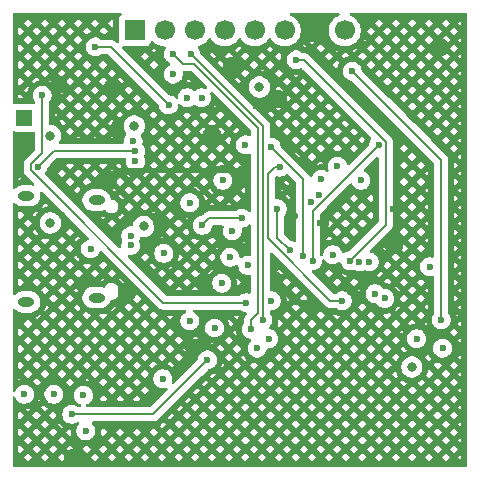
<source format=gbr>
%TF.GenerationSoftware,KiCad,Pcbnew,9.0.4*%
%TF.CreationDate,2025-10-06T13:40:32-04:00*%
%TF.ProjectId,Smarter Watch Stuff,536d6172-7465-4722-9057-617463682053,rev?*%
%TF.SameCoordinates,Original*%
%TF.FileFunction,Copper,L2,Inr*%
%TF.FilePolarity,Positive*%
%FSLAX46Y46*%
G04 Gerber Fmt 4.6, Leading zero omitted, Abs format (unit mm)*
G04 Created by KiCad (PCBNEW 9.0.4) date 2025-10-06 13:40:32*
%MOMM*%
%LPD*%
G01*
G04 APERTURE LIST*
%TA.AperFunction,HeatsinkPad*%
%ADD10O,1.400000X0.800000*%
%TD*%
%TA.AperFunction,ComponentPad*%
%ADD11R,1.700000X1.700000*%
%TD*%
%TA.AperFunction,ComponentPad*%
%ADD12C,1.700000*%
%TD*%
%TA.AperFunction,ComponentPad*%
%ADD13R,1.350000X1.350000*%
%TD*%
%TA.AperFunction,ComponentPad*%
%ADD14C,1.350000*%
%TD*%
%TA.AperFunction,ViaPad*%
%ADD15C,0.600000*%
%TD*%
%TA.AperFunction,ViaPad*%
%ADD16C,0.800000*%
%TD*%
%TA.AperFunction,Conductor*%
%ADD17C,0.200000*%
%TD*%
%TA.AperFunction,Conductor*%
%ADD18C,0.450000*%
%TD*%
G04 APERTURE END LIST*
D10*
%TO.N,N/C*%
%TO.C,J3*%
X34160000Y-76510000D03*
X40110000Y-76870000D03*
X40110000Y-85130000D03*
X34160000Y-85490000D03*
%TD*%
D11*
%TO.N,Net-(Q2-S)*%
%TO.C,U8*%
X43340000Y-62500000D03*
D12*
%TO.N,SCLK*%
X45880000Y-62500000D03*
%TO.N,MOSI*%
X48420000Y-62500000D03*
%TO.N,Screen_A0*%
X50960000Y-62500000D03*
%TO.N,Screen_Reset*%
X53500000Y-62500000D03*
%TO.N,Screen_CS*%
X56040000Y-62500000D03*
%TO.N,GND*%
X58580000Y-62500000D03*
%TO.N,Net-(Q3-S)*%
X61120000Y-62500000D03*
%TD*%
D13*
%TO.N,+BATT*%
%TO.C,BT1*%
X34000000Y-69900000D03*
D14*
%TO.N,GND*%
X34000000Y-71900000D03*
%TD*%
D15*
%TO.N,+3.3V*%
X60500000Y-74000000D03*
X48000000Y-87100000D03*
X46600000Y-66200000D03*
X49000000Y-68200000D03*
D16*
X66800000Y-91000000D03*
X43300000Y-70600000D03*
X53900000Y-67300000D03*
D15*
X50100000Y-87700000D03*
X47799000Y-68200000D03*
X60100000Y-81500000D03*
D16*
X44100000Y-79100000D03*
D15*
%TO.N,RGB_DIN*%
X52800000Y-85549000D03*
X35500000Y-68000000D03*
%TO.N,GND*%
X55100000Y-83700000D03*
X38100000Y-98700000D03*
X56911765Y-78211765D03*
X49300000Y-83800000D03*
D16*
X41000000Y-75200000D03*
D15*
X55500000Y-68300000D03*
X69200000Y-63900000D03*
X59000000Y-78800000D03*
X39100000Y-84000000D03*
X48400000Y-89400000D03*
X37200000Y-78100000D03*
X42700000Y-84700000D03*
X45100000Y-78700000D03*
X41500000Y-67300000D03*
X51600000Y-65500000D03*
X53600000Y-68900000D03*
X65201000Y-77589527D03*
X58700000Y-85500000D03*
X42000000Y-70800000D03*
X52500000Y-74801000D03*
X36900000Y-67100000D03*
X65300000Y-80700000D03*
X49900000Y-71300000D03*
%TO.N,+3.3V_sensor*%
X45800000Y-81374280D03*
X55400000Y-77600000D03*
X45700000Y-92000000D03*
X48000000Y-77100000D03*
X52700000Y-72200000D03*
X39200000Y-96400000D03*
X56474265Y-81125735D03*
D16*
%TO.N,+5V*%
X36200000Y-78800000D03*
X36200000Y-71400000D03*
D15*
%TO.N,SDA*%
X50700000Y-83900000D03*
X43400000Y-73601000D03*
X62500000Y-75200000D03*
X59151000Y-75124000D03*
X51600000Y-79474999D03*
X63700000Y-84800000D03*
%TO.N,SCL*%
X43200000Y-71900000D03*
X49500000Y-90400000D03*
X64500000Y-85200000D03*
X58300000Y-77000000D03*
X52900000Y-82400000D03*
X38000000Y-95002000D03*
X50800000Y-75200000D03*
%TO.N,Net-(U10-VDD)*%
X49063739Y-79003470D03*
X52400000Y-78400000D03*
%TO.N,Net-(U3-STAT)*%
X43400000Y-72700000D03*
X35137347Y-74062653D03*
%TO.N,Net-(SW1-B)*%
X69300000Y-87000000D03*
X61751499Y-65948501D03*
%TO.N,Net-(SW2-B)*%
X64000000Y-72200000D03*
X58400000Y-82000000D03*
%TO.N,SCLK*%
X53200000Y-87800000D03*
X46600000Y-64500000D03*
%TO.N,MOSI*%
X54200000Y-87000000D03*
X48100000Y-64500000D03*
%TO.N,Sensor_enable*%
X54900000Y-85400000D03*
X51399000Y-81700000D03*
%TO.N,Screen_power*%
X57000000Y-65000000D03*
X61557015Y-81994269D03*
%TO.N,Backlight*%
X40000000Y-63900000D03*
X55600000Y-74100000D03*
X46200000Y-68800000D03*
X60900000Y-85400000D03*
%TO.N,Net-(U12-A0)*%
X39000000Y-93400000D03*
%TO.N,Net-(U12-A1)*%
X36500000Y-93300000D03*
%TO.N,Net-(U12-A2)*%
X34000000Y-93300000D03*
%TO.N,Vibrate*%
X54900000Y-72400000D03*
X57600000Y-81600000D03*
%TO.N,Net-(U5-TXD0)*%
X53700000Y-89400000D03*
%TO.N,USB_D+*%
X43000000Y-80700000D03*
X62350000Y-82100000D03*
X39600000Y-81000000D03*
%TO.N,USB_D-*%
X43000000Y-79900000D03*
X63200000Y-82100000D03*
%TO.N,Net-(U5-RXD0)*%
X54700000Y-88600000D03*
%TO.N,Screen_CS*%
X68300000Y-82500000D03*
%TO.N,Screen_Reset*%
X69400000Y-89400000D03*
%TO.N,Screen_A0*%
X67200000Y-88600000D03*
%TO.N,Net-(U13-VREG)*%
X58900000Y-76400000D03*
%TD*%
D17*
%TO.N,RGB_DIN*%
X35500000Y-72850057D02*
X34536347Y-73813710D01*
X35500000Y-68000000D02*
X35500000Y-72850057D01*
X34536347Y-73813710D02*
X34536347Y-74311596D01*
X45773751Y-85549000D02*
X52800000Y-85549000D01*
X34536347Y-74311596D02*
X45773751Y-85549000D01*
D18*
%TO.N,GND*%
X52500000Y-74801000D02*
X52026000Y-74327000D01*
X56900000Y-85500000D02*
X55100000Y-83700000D01*
X52026000Y-74327000D02*
X41873000Y-74327000D01*
X58700000Y-85500000D02*
X56900000Y-85500000D01*
X41873000Y-74327000D02*
X41000000Y-75200000D01*
D17*
%TO.N,+3.3V_sensor*%
X55400000Y-77600000D02*
X55400000Y-80051470D01*
X55400000Y-80051470D02*
X56474265Y-81125735D01*
%TO.N,SCL*%
X44898000Y-95002000D02*
X49500000Y-90400000D01*
X38000000Y-95002000D02*
X44898000Y-95002000D01*
%TO.N,Net-(U10-VDD)*%
X52400000Y-78400000D02*
X49667209Y-78400000D01*
X49667209Y-78400000D02*
X49063739Y-79003470D01*
%TO.N,Net-(U3-STAT)*%
X36500000Y-72700000D02*
X35137347Y-74062653D01*
X43400000Y-72700000D02*
X36500000Y-72700000D01*
%TO.N,Net-(SW1-B)*%
X69300000Y-73497002D02*
X61751499Y-65948501D01*
X69300000Y-87000000D02*
X69300000Y-73497002D01*
%TO.N,Net-(SW2-B)*%
X58400000Y-77800000D02*
X58400000Y-82000000D01*
X64000000Y-72200000D02*
X58400000Y-77800000D01*
%TO.N,SCLK*%
X53766450Y-70733550D02*
X53799000Y-70766100D01*
X48366450Y-65333550D02*
X53766450Y-70733550D01*
X53200000Y-87000000D02*
X53200000Y-87800000D01*
X53799000Y-83400000D02*
X53799000Y-85900000D01*
X53799000Y-70766100D02*
X53799000Y-73100000D01*
X53799000Y-73100000D02*
X53799000Y-83400000D01*
X47433550Y-65333550D02*
X48366450Y-65333550D01*
X53799000Y-86401000D02*
X53200000Y-87000000D01*
X53799000Y-85900000D02*
X53799000Y-86401000D01*
X46600000Y-64500000D02*
X47433550Y-65333550D01*
%TO.N,MOSI*%
X54200000Y-70600000D02*
X54200000Y-87000000D01*
X48100000Y-64500000D02*
X54200000Y-70600000D01*
%TO.N,Screen_power*%
X64601000Y-78950284D02*
X61557015Y-81994269D01*
X57649943Y-65000000D02*
X64601000Y-71951057D01*
X57000000Y-65000000D02*
X57649943Y-65000000D01*
X64601000Y-71951057D02*
X64601000Y-78950284D01*
%TO.N,Backlight*%
X59900000Y-85400000D02*
X54600000Y-80100000D01*
X55200000Y-74100000D02*
X55600000Y-74100000D01*
X54600000Y-74700000D02*
X55200000Y-74100000D01*
X54600000Y-80100000D02*
X54600000Y-74700000D01*
X46200000Y-68800000D02*
X41300000Y-63900000D01*
X60900000Y-85400000D02*
X59900000Y-85400000D01*
X41300000Y-63900000D02*
X40000000Y-63900000D01*
%TO.N,Vibrate*%
X57600000Y-81600000D02*
X57600000Y-75100000D01*
X57600000Y-75100000D02*
X54900000Y-72400000D01*
%TD*%
%TA.AperFunction,Conductor*%
%TO.N,GND*%
G36*
X60648813Y-61020185D02*
G01*
X60694568Y-61072989D01*
X60704512Y-61142147D01*
X60675487Y-61205703D01*
X60620093Y-61242430D01*
X60601588Y-61248443D01*
X60601585Y-61248444D01*
X60412179Y-61344951D01*
X60240213Y-61469890D01*
X60089890Y-61620213D01*
X59964951Y-61792179D01*
X59868444Y-61981585D01*
X59802753Y-62183760D01*
X59769500Y-62393713D01*
X59769500Y-62606286D01*
X59802753Y-62816239D01*
X59868444Y-63018414D01*
X59964951Y-63207820D01*
X60089890Y-63379786D01*
X60240213Y-63530109D01*
X60412179Y-63655048D01*
X60412181Y-63655049D01*
X60412184Y-63655051D01*
X60601588Y-63751557D01*
X60803757Y-63817246D01*
X61013713Y-63850500D01*
X61013714Y-63850500D01*
X61226286Y-63850500D01*
X61226287Y-63850500D01*
X61436243Y-63817246D01*
X61638412Y-63751557D01*
X61827816Y-63655051D01*
X61881674Y-63615921D01*
X62594107Y-63615921D01*
X62612591Y-63634405D01*
X62967559Y-63279437D01*
X63671837Y-63279437D01*
X64026805Y-63634405D01*
X64381773Y-63279437D01*
X65086050Y-63279437D01*
X65441018Y-63634405D01*
X65795987Y-63279437D01*
X66500264Y-63279437D01*
X66855232Y-63634405D01*
X67210200Y-63279437D01*
X67914478Y-63279437D01*
X68269446Y-63634405D01*
X68624414Y-63279437D01*
X68508516Y-63163539D01*
X69444588Y-63163539D01*
X69555343Y-63209417D01*
X69576780Y-63220875D01*
X69683241Y-63292009D01*
X69702032Y-63307431D01*
X69792569Y-63397968D01*
X69807991Y-63416759D01*
X69845366Y-63472696D01*
X70038625Y-63279437D01*
X70742905Y-63279437D01*
X71001500Y-63538032D01*
X71001500Y-63020842D01*
X70742905Y-63279437D01*
X70038625Y-63279437D01*
X70038626Y-63279436D01*
X69683659Y-62924469D01*
X69444588Y-63163539D01*
X68508516Y-63163539D01*
X68269446Y-62924469D01*
X67914478Y-63279437D01*
X67210200Y-63279437D01*
X66855232Y-62924469D01*
X66500264Y-63279437D01*
X65795987Y-63279437D01*
X65441018Y-62924468D01*
X65086050Y-63279437D01*
X64381773Y-63279437D01*
X64026805Y-62924469D01*
X63671837Y-63279437D01*
X62967559Y-63279437D01*
X62848920Y-63160797D01*
X62842161Y-63181601D01*
X62840568Y-63186196D01*
X62837173Y-63195400D01*
X62835401Y-63199928D01*
X62827917Y-63218001D01*
X62825958Y-63222479D01*
X62821843Y-63231404D01*
X62819721Y-63235780D01*
X62714332Y-63442618D01*
X62712038Y-63446910D01*
X62707241Y-63455476D01*
X62704777Y-63459679D01*
X62694556Y-63476358D01*
X62691935Y-63480453D01*
X62686480Y-63488618D01*
X62683692Y-63492618D01*
X62594107Y-63615921D01*
X61881674Y-63615921D01*
X61914138Y-63592335D01*
X61999786Y-63530109D01*
X61999788Y-63530106D01*
X61999792Y-63530104D01*
X62150104Y-63379792D01*
X62150106Y-63379788D01*
X62150109Y-63379786D01*
X62275048Y-63207820D01*
X62275047Y-63207820D01*
X62275051Y-63207816D01*
X62371557Y-63018412D01*
X62437246Y-62816243D01*
X62470500Y-62606287D01*
X62470500Y-62568560D01*
X62968500Y-62568560D01*
X62968500Y-62576100D01*
X63319698Y-62927298D01*
X63674666Y-62572330D01*
X64378944Y-62572330D01*
X64733912Y-62927298D01*
X65088880Y-62572330D01*
X65793157Y-62572330D01*
X66148125Y-62927298D01*
X66503093Y-62572330D01*
X67207371Y-62572330D01*
X67562339Y-62927298D01*
X67917307Y-62572330D01*
X68621584Y-62572330D01*
X68976552Y-62927298D01*
X69331520Y-62572330D01*
X70035798Y-62572330D01*
X70390766Y-62927298D01*
X70745734Y-62572330D01*
X70390766Y-62217362D01*
X70035798Y-62572330D01*
X69331520Y-62572330D01*
X68976552Y-62217361D01*
X68621584Y-62572330D01*
X67917307Y-62572330D01*
X67562339Y-62217362D01*
X67207371Y-62572330D01*
X66503093Y-62572330D01*
X66148125Y-62217362D01*
X65793157Y-62572330D01*
X65088880Y-62572330D01*
X64733912Y-62217362D01*
X64378944Y-62572330D01*
X63674666Y-62572330D01*
X63319698Y-62217362D01*
X62968500Y-62568560D01*
X62470500Y-62568560D01*
X62470500Y-62393713D01*
X62437246Y-62183757D01*
X62371557Y-61981588D01*
X62275051Y-61792184D01*
X62275049Y-61792181D01*
X62275048Y-61792179D01*
X62185358Y-61668730D01*
X62771066Y-61668730D01*
X62819721Y-61764220D01*
X62821843Y-61768596D01*
X62825958Y-61777521D01*
X62827917Y-61781999D01*
X62835401Y-61800072D01*
X62837173Y-61804600D01*
X62840568Y-61813804D01*
X62842161Y-61818398D01*
X62884397Y-61948385D01*
X62967558Y-61865223D01*
X63671836Y-61865223D01*
X64026805Y-62220191D01*
X64381773Y-61865223D01*
X65086050Y-61865223D01*
X65441018Y-62220191D01*
X65795987Y-61865223D01*
X66500263Y-61865223D01*
X66855232Y-62220191D01*
X67210200Y-61865223D01*
X67914477Y-61865223D01*
X68269446Y-62220191D01*
X68624414Y-61865223D01*
X69328690Y-61865223D01*
X69683659Y-62220191D01*
X70038627Y-61865223D01*
X70742904Y-61865223D01*
X71001500Y-62123818D01*
X71001500Y-61606628D01*
X70742904Y-61865223D01*
X70038627Y-61865223D01*
X69683659Y-61510255D01*
X69328690Y-61865223D01*
X68624414Y-61865223D01*
X68269446Y-61510255D01*
X67914477Y-61865223D01*
X67210200Y-61865223D01*
X66855232Y-61510255D01*
X66500263Y-61865223D01*
X65795987Y-61865223D01*
X65441018Y-61510254D01*
X65086050Y-61865223D01*
X64381773Y-61865223D01*
X64026805Y-61510255D01*
X63671836Y-61865223D01*
X62967558Y-61865223D01*
X62967559Y-61865222D01*
X62771066Y-61668730D01*
X62185358Y-61668730D01*
X62150109Y-61620213D01*
X61999786Y-61469890D01*
X61827820Y-61344951D01*
X61638414Y-61248444D01*
X61638413Y-61248443D01*
X61638412Y-61248443D01*
X61619907Y-61242430D01*
X61562232Y-61202994D01*
X61535034Y-61138635D01*
X61546949Y-61069789D01*
X61594193Y-61018313D01*
X61658226Y-61000500D01*
X71375500Y-61000500D01*
X71442539Y-61020185D01*
X71488294Y-61072989D01*
X71499500Y-61124500D01*
X71499500Y-99375500D01*
X71479815Y-99442539D01*
X71427011Y-99488294D01*
X71375500Y-99499500D01*
X33124500Y-99499500D01*
X33057461Y-99479815D01*
X33011706Y-99427011D01*
X33000500Y-99375500D01*
X33000500Y-98634776D01*
X33973352Y-98634776D01*
X34328320Y-98989744D01*
X34683288Y-98634776D01*
X35387566Y-98634776D01*
X35742534Y-98989744D01*
X36097502Y-98634776D01*
X36801779Y-98634776D01*
X37156746Y-98989743D01*
X37333342Y-98813147D01*
X37328382Y-98788209D01*
X37326000Y-98764019D01*
X37326000Y-98635981D01*
X37328383Y-98611790D01*
X37336161Y-98572685D01*
X38863838Y-98572685D01*
X38871617Y-98611790D01*
X38874000Y-98635981D01*
X38874000Y-98686705D01*
X38925929Y-98634776D01*
X39630206Y-98634776D01*
X39985174Y-98989744D01*
X40340141Y-98634776D01*
X41044420Y-98634776D01*
X41399388Y-98989744D01*
X41754356Y-98634776D01*
X41754355Y-98634775D01*
X42458633Y-98634775D01*
X42813601Y-98989744D01*
X43168570Y-98634776D01*
X43872847Y-98634776D01*
X44227815Y-98989744D01*
X44582783Y-98634776D01*
X45287061Y-98634776D01*
X45642029Y-98989744D01*
X45996997Y-98634776D01*
X46701274Y-98634776D01*
X47056242Y-98989744D01*
X47411210Y-98634776D01*
X48115488Y-98634776D01*
X48470456Y-98989744D01*
X48825424Y-98634776D01*
X49529701Y-98634776D01*
X49884669Y-98989744D01*
X50239637Y-98634776D01*
X50943915Y-98634776D01*
X51298883Y-98989744D01*
X51653851Y-98634776D01*
X51653850Y-98634775D01*
X52358128Y-98634775D01*
X52713096Y-98989744D01*
X53068065Y-98634776D01*
X53772342Y-98634776D01*
X54127310Y-98989744D01*
X54482278Y-98634776D01*
X55186556Y-98634776D01*
X55541524Y-98989744D01*
X55896492Y-98634776D01*
X56600769Y-98634776D01*
X56955737Y-98989744D01*
X57310705Y-98634776D01*
X58014983Y-98634776D01*
X58369951Y-98989744D01*
X58724919Y-98634776D01*
X59429196Y-98634776D01*
X59784164Y-98989744D01*
X60139132Y-98634776D01*
X60843410Y-98634776D01*
X61198378Y-98989744D01*
X61553346Y-98634776D01*
X62257623Y-98634776D01*
X62612591Y-98989744D01*
X62967558Y-98634776D01*
X63671837Y-98634776D01*
X64026805Y-98989744D01*
X64381773Y-98634776D01*
X64381772Y-98634775D01*
X65086050Y-98634775D01*
X65441018Y-98989744D01*
X65795987Y-98634776D01*
X66500264Y-98634776D01*
X66855232Y-98989744D01*
X67210200Y-98634776D01*
X67914478Y-98634776D01*
X68269446Y-98989744D01*
X68624414Y-98634776D01*
X69328691Y-98634776D01*
X69683659Y-98989744D01*
X70038627Y-98634776D01*
X70742905Y-98634776D01*
X71001500Y-98893371D01*
X71001500Y-98376181D01*
X70742905Y-98634776D01*
X70038627Y-98634776D01*
X69683659Y-98279808D01*
X69328691Y-98634776D01*
X68624414Y-98634776D01*
X68269446Y-98279808D01*
X67914478Y-98634776D01*
X67210200Y-98634776D01*
X66855232Y-98279808D01*
X66500264Y-98634776D01*
X65795987Y-98634776D01*
X65441018Y-98279807D01*
X65086050Y-98634775D01*
X64381772Y-98634775D01*
X64026805Y-98279808D01*
X63671837Y-98634776D01*
X62967558Y-98634776D01*
X62967559Y-98634775D01*
X62612591Y-98279807D01*
X62257623Y-98634776D01*
X61553346Y-98634776D01*
X61198378Y-98279808D01*
X60843410Y-98634776D01*
X60139132Y-98634776D01*
X59784164Y-98279808D01*
X59429196Y-98634776D01*
X58724919Y-98634776D01*
X58369951Y-98279808D01*
X58014983Y-98634776D01*
X57310705Y-98634776D01*
X56955737Y-98279808D01*
X56600769Y-98634776D01*
X55896492Y-98634776D01*
X55541524Y-98279808D01*
X55186556Y-98634776D01*
X54482278Y-98634776D01*
X54127310Y-98279808D01*
X53772342Y-98634776D01*
X53068065Y-98634776D01*
X52713096Y-98279807D01*
X52358128Y-98634775D01*
X51653850Y-98634775D01*
X51298883Y-98279808D01*
X50943915Y-98634776D01*
X50239637Y-98634776D01*
X49884669Y-98279808D01*
X49529701Y-98634776D01*
X48825424Y-98634776D01*
X48470456Y-98279808D01*
X48115488Y-98634776D01*
X47411210Y-98634776D01*
X47056242Y-98279808D01*
X46701274Y-98634776D01*
X45996997Y-98634776D01*
X45642029Y-98279808D01*
X45287061Y-98634776D01*
X44582783Y-98634776D01*
X44227815Y-98279808D01*
X43872847Y-98634776D01*
X43168570Y-98634776D01*
X42813601Y-98279807D01*
X42458633Y-98634775D01*
X41754355Y-98634775D01*
X41399388Y-98279808D01*
X41044420Y-98634776D01*
X40340141Y-98634776D01*
X40340142Y-98634775D01*
X39985174Y-98279807D01*
X39630206Y-98634776D01*
X38925929Y-98634776D01*
X38863838Y-98572685D01*
X37336161Y-98572685D01*
X37353362Y-98486211D01*
X37355639Y-98478700D01*
X37156747Y-98279808D01*
X36801779Y-98634776D01*
X36097502Y-98634776D01*
X35742534Y-98279808D01*
X35387566Y-98634776D01*
X34683288Y-98634776D01*
X34328320Y-98279808D01*
X33973352Y-98634776D01*
X33000500Y-98634776D01*
X33000500Y-97695414D01*
X33498500Y-97695414D01*
X33498500Y-98159924D01*
X33621213Y-98282637D01*
X33976181Y-97927669D01*
X34680459Y-97927669D01*
X35035427Y-98282637D01*
X35390395Y-97927669D01*
X36094672Y-97927669D01*
X36449640Y-98282637D01*
X36804609Y-97927669D01*
X37508886Y-97927669D01*
X37650608Y-98069391D01*
X37723220Y-98020875D01*
X37744657Y-98009417D01*
X37862949Y-97960418D01*
X37886211Y-97953362D01*
X38011790Y-97928383D01*
X38035981Y-97926000D01*
X38164019Y-97926000D01*
X38188209Y-97928382D01*
X38213147Y-97933342D01*
X38218821Y-97927668D01*
X38923099Y-97927668D01*
X39278068Y-98282637D01*
X39633036Y-97927669D01*
X40337313Y-97927669D01*
X40692281Y-98282637D01*
X41047249Y-97927669D01*
X41751527Y-97927669D01*
X42106495Y-98282637D01*
X42461463Y-97927669D01*
X43165740Y-97927669D01*
X43520708Y-98282637D01*
X43875676Y-97927669D01*
X44579954Y-97927669D01*
X44934922Y-98282637D01*
X45289890Y-97927669D01*
X45994167Y-97927669D01*
X46349135Y-98282637D01*
X46704103Y-97927669D01*
X47408381Y-97927669D01*
X47763349Y-98282637D01*
X48118317Y-97927669D01*
X48822595Y-97927669D01*
X49177563Y-98282637D01*
X49532531Y-97927669D01*
X50236808Y-97927669D01*
X50591776Y-98282637D01*
X50946744Y-97927669D01*
X51651022Y-97927669D01*
X52005990Y-98282637D01*
X52360958Y-97927669D01*
X53065235Y-97927669D01*
X53420203Y-98282637D01*
X53775171Y-97927669D01*
X54479449Y-97927669D01*
X54834417Y-98282637D01*
X55189385Y-97927669D01*
X55893662Y-97927669D01*
X56248630Y-98282637D01*
X56603598Y-97927669D01*
X57307876Y-97927669D01*
X57662844Y-98282637D01*
X58017812Y-97927669D01*
X58722089Y-97927669D01*
X59077057Y-98282637D01*
X59432026Y-97927669D01*
X60136303Y-97927669D01*
X60491271Y-98282637D01*
X60846239Y-97927669D01*
X61550517Y-97927669D01*
X61905485Y-98282637D01*
X62260453Y-97927669D01*
X62964730Y-97927669D01*
X63319698Y-98282637D01*
X63674666Y-97927669D01*
X64378944Y-97927669D01*
X64733912Y-98282637D01*
X65088880Y-97927669D01*
X65793157Y-97927669D01*
X66148125Y-98282637D01*
X66503093Y-97927669D01*
X67207371Y-97927669D01*
X67562339Y-98282637D01*
X67917307Y-97927669D01*
X68621584Y-97927669D01*
X68976552Y-98282637D01*
X69331520Y-97927669D01*
X70035798Y-97927669D01*
X70390766Y-98282637D01*
X70745734Y-97927669D01*
X70390766Y-97572701D01*
X70035798Y-97927669D01*
X69331520Y-97927669D01*
X68976552Y-97572700D01*
X68621584Y-97927669D01*
X67917307Y-97927669D01*
X67562339Y-97572701D01*
X67207371Y-97927669D01*
X66503093Y-97927669D01*
X66148125Y-97572701D01*
X65793157Y-97927669D01*
X65088880Y-97927669D01*
X64733912Y-97572701D01*
X64378944Y-97927669D01*
X63674666Y-97927669D01*
X63319698Y-97572701D01*
X62964730Y-97927669D01*
X62260453Y-97927669D01*
X61905485Y-97572701D01*
X61550517Y-97927669D01*
X60846239Y-97927669D01*
X60491271Y-97572701D01*
X60136303Y-97927669D01*
X59432026Y-97927669D01*
X59077057Y-97572700D01*
X58722089Y-97927669D01*
X58017812Y-97927669D01*
X57662844Y-97572701D01*
X57307876Y-97927669D01*
X56603598Y-97927669D01*
X56248630Y-97572700D01*
X55893662Y-97927669D01*
X55189385Y-97927669D01*
X54834417Y-97572701D01*
X54479449Y-97927669D01*
X53775171Y-97927669D01*
X53420203Y-97572701D01*
X53065235Y-97927669D01*
X52360958Y-97927669D01*
X52005990Y-97572701D01*
X51651022Y-97927669D01*
X50946744Y-97927669D01*
X50591776Y-97572701D01*
X50236808Y-97927669D01*
X49532531Y-97927669D01*
X49177563Y-97572701D01*
X48822595Y-97927669D01*
X48118317Y-97927669D01*
X47763349Y-97572701D01*
X47408381Y-97927669D01*
X46704103Y-97927669D01*
X46349135Y-97572700D01*
X45994167Y-97927669D01*
X45289890Y-97927669D01*
X44934922Y-97572701D01*
X44579954Y-97927669D01*
X43875676Y-97927669D01*
X43520708Y-97572701D01*
X43165740Y-97927669D01*
X42461463Y-97927669D01*
X42106495Y-97572701D01*
X41751527Y-97927669D01*
X41047249Y-97927669D01*
X40692281Y-97572701D01*
X40337313Y-97927669D01*
X39633036Y-97927669D01*
X39391261Y-97685894D01*
X39364004Y-97691317D01*
X39358003Y-97692358D01*
X39345859Y-97694159D01*
X39339820Y-97694904D01*
X39315479Y-97697301D01*
X39309410Y-97697749D01*
X39297153Y-97698351D01*
X39291070Y-97698500D01*
X39152268Y-97698500D01*
X38923099Y-97927668D01*
X38218821Y-97927668D01*
X37863854Y-97572701D01*
X37508886Y-97927669D01*
X36804609Y-97927669D01*
X36449640Y-97572700D01*
X36094672Y-97927669D01*
X35390395Y-97927669D01*
X35035427Y-97572701D01*
X34680459Y-97927669D01*
X33976181Y-97927669D01*
X33621213Y-97572700D01*
X33498500Y-97695414D01*
X33000500Y-97695414D01*
X33000500Y-97220562D01*
X33973351Y-97220562D01*
X34328320Y-97575530D01*
X34683288Y-97220562D01*
X35387565Y-97220562D01*
X35742534Y-97575530D01*
X36097502Y-97220562D01*
X36801778Y-97220562D01*
X37156747Y-97575530D01*
X37259657Y-97472620D01*
X38468051Y-97472620D01*
X38570960Y-97575530D01*
X38593777Y-97552712D01*
X38575285Y-97542829D01*
X38569996Y-97539833D01*
X38559465Y-97533522D01*
X38554315Y-97530261D01*
X38497834Y-97492521D01*
X39902165Y-97492521D01*
X39985174Y-97575530D01*
X40340142Y-97220562D01*
X41044419Y-97220562D01*
X41399388Y-97575530D01*
X41754356Y-97220562D01*
X42458633Y-97220562D01*
X42813601Y-97575530D01*
X43168570Y-97220562D01*
X43872846Y-97220562D01*
X44227815Y-97575530D01*
X44582783Y-97220562D01*
X45287060Y-97220562D01*
X45642029Y-97575530D01*
X45996997Y-97220562D01*
X46701273Y-97220562D01*
X47056242Y-97575530D01*
X47411210Y-97220562D01*
X48115487Y-97220562D01*
X48470456Y-97575530D01*
X48825424Y-97220562D01*
X49529700Y-97220562D01*
X49884669Y-97575530D01*
X50239637Y-97220562D01*
X50943914Y-97220562D01*
X51298883Y-97575530D01*
X51653851Y-97220562D01*
X52358128Y-97220562D01*
X52713096Y-97575530D01*
X53068065Y-97220562D01*
X53772341Y-97220562D01*
X54127310Y-97575530D01*
X54482278Y-97220562D01*
X55186555Y-97220562D01*
X55541524Y-97575530D01*
X55896492Y-97220562D01*
X56600768Y-97220562D01*
X56955737Y-97575530D01*
X57310705Y-97220562D01*
X58014982Y-97220562D01*
X58369951Y-97575530D01*
X58724919Y-97220562D01*
X59429195Y-97220562D01*
X59784164Y-97575530D01*
X60139132Y-97220562D01*
X60843409Y-97220562D01*
X61198378Y-97575530D01*
X61553346Y-97220562D01*
X62257622Y-97220562D01*
X62612591Y-97575530D01*
X62967559Y-97220562D01*
X63671836Y-97220562D01*
X64026805Y-97575530D01*
X64381773Y-97220562D01*
X65086050Y-97220562D01*
X65441018Y-97575530D01*
X65795987Y-97220562D01*
X66500263Y-97220562D01*
X66855232Y-97575530D01*
X67210200Y-97220562D01*
X67914477Y-97220562D01*
X68269446Y-97575530D01*
X68624414Y-97220562D01*
X69328690Y-97220562D01*
X69683659Y-97575530D01*
X70038627Y-97220562D01*
X70742904Y-97220562D01*
X71001500Y-97479157D01*
X71001500Y-96961967D01*
X70742904Y-97220562D01*
X70038627Y-97220562D01*
X69683659Y-96865594D01*
X69328690Y-97220562D01*
X68624414Y-97220562D01*
X68269446Y-96865594D01*
X67914477Y-97220562D01*
X67210200Y-97220562D01*
X66855232Y-96865594D01*
X66500263Y-97220562D01*
X65795987Y-97220562D01*
X65441018Y-96865593D01*
X65086050Y-97220562D01*
X64381773Y-97220562D01*
X64026805Y-96865594D01*
X63671836Y-97220562D01*
X62967559Y-97220562D01*
X62612591Y-96865593D01*
X62257622Y-97220562D01*
X61553346Y-97220562D01*
X61198378Y-96865594D01*
X60843409Y-97220562D01*
X60139132Y-97220562D01*
X59784164Y-96865594D01*
X59429195Y-97220562D01*
X58724919Y-97220562D01*
X58369951Y-96865594D01*
X58014982Y-97220562D01*
X57310705Y-97220562D01*
X56955737Y-96865594D01*
X56600768Y-97220562D01*
X55896492Y-97220562D01*
X55541524Y-96865594D01*
X55186555Y-97220562D01*
X54482278Y-97220562D01*
X54127310Y-96865594D01*
X53772341Y-97220562D01*
X53068065Y-97220562D01*
X52713096Y-96865593D01*
X52358128Y-97220562D01*
X51653851Y-97220562D01*
X51298883Y-96865594D01*
X50943914Y-97220562D01*
X50239637Y-97220562D01*
X49884669Y-96865594D01*
X49529700Y-97220562D01*
X48825424Y-97220562D01*
X48470456Y-96865594D01*
X48115487Y-97220562D01*
X47411210Y-97220562D01*
X47056242Y-96865594D01*
X46701273Y-97220562D01*
X45996997Y-97220562D01*
X45642029Y-96865594D01*
X45287060Y-97220562D01*
X44582783Y-97220562D01*
X44227815Y-96865594D01*
X43872846Y-97220562D01*
X43168570Y-97220562D01*
X42813601Y-96865593D01*
X42458633Y-97220562D01*
X41754356Y-97220562D01*
X41399388Y-96865594D01*
X41044419Y-97220562D01*
X40340142Y-97220562D01*
X40264172Y-97144592D01*
X40229067Y-97197131D01*
X40225564Y-97202105D01*
X40218253Y-97211963D01*
X40214507Y-97216764D01*
X40198991Y-97235670D01*
X40195022Y-97240271D01*
X40186779Y-97249367D01*
X40182576Y-97253781D01*
X40053781Y-97382576D01*
X40049367Y-97386779D01*
X40040271Y-97395022D01*
X40035670Y-97398991D01*
X40016764Y-97414507D01*
X40011963Y-97418253D01*
X40002105Y-97425564D01*
X39997131Y-97429067D01*
X39902165Y-97492521D01*
X38497834Y-97492521D01*
X38468051Y-97472620D01*
X37259657Y-97472620D01*
X37511715Y-97220562D01*
X37156747Y-96865594D01*
X36801778Y-97220562D01*
X36097502Y-97220562D01*
X35742534Y-96865594D01*
X35387565Y-97220562D01*
X34683288Y-97220562D01*
X34328320Y-96865594D01*
X33973351Y-97220562D01*
X33000500Y-97220562D01*
X33000500Y-96281201D01*
X33498500Y-96281201D01*
X33498500Y-96745711D01*
X33621213Y-96868424D01*
X33976181Y-96513456D01*
X34680459Y-96513456D01*
X35035427Y-96868424D01*
X35390395Y-96513456D01*
X36094672Y-96513456D01*
X36449640Y-96868424D01*
X36804609Y-96513456D01*
X36804608Y-96513455D01*
X37508885Y-96513455D01*
X37863853Y-96868423D01*
X37953826Y-96778450D01*
X37950159Y-96766361D01*
X37948538Y-96760506D01*
X37945554Y-96748598D01*
X37944218Y-96742648D01*
X37908683Y-96564003D01*
X37907642Y-96558003D01*
X37905841Y-96545859D01*
X37905096Y-96539820D01*
X37902699Y-96515479D01*
X37902251Y-96509410D01*
X37901649Y-96497153D01*
X37901500Y-96491070D01*
X37901500Y-96308930D01*
X37901649Y-96302847D01*
X37901774Y-96300298D01*
X37890590Y-96299749D01*
X37884521Y-96299301D01*
X37860180Y-96296904D01*
X37854141Y-96296159D01*
X37841997Y-96294358D01*
X37835996Y-96293317D01*
X37746772Y-96275568D01*
X37508885Y-96513455D01*
X36804608Y-96513455D01*
X36449640Y-96158487D01*
X36094672Y-96513456D01*
X35390395Y-96513456D01*
X35035427Y-96158488D01*
X34680459Y-96513456D01*
X33976181Y-96513456D01*
X33621213Y-96158487D01*
X33498500Y-96281201D01*
X33000500Y-96281201D01*
X33000500Y-95806349D01*
X33973352Y-95806349D01*
X34328320Y-96161317D01*
X34683288Y-95806349D01*
X35387566Y-95806349D01*
X35742534Y-96161317D01*
X36097502Y-95806349D01*
X36097501Y-95806348D01*
X36801778Y-95806348D01*
X37156746Y-96161316D01*
X37253299Y-96064763D01*
X37202869Y-96031067D01*
X37197895Y-96027564D01*
X37188037Y-96020253D01*
X37183236Y-96016507D01*
X37164330Y-96000991D01*
X37159729Y-95997022D01*
X37150633Y-95988779D01*
X37146219Y-95984576D01*
X37017424Y-95855781D01*
X37013221Y-95851367D01*
X37004978Y-95842271D01*
X37001009Y-95837670D01*
X36985493Y-95818764D01*
X36981747Y-95813963D01*
X36974436Y-95804105D01*
X36970933Y-95799131D01*
X36906069Y-95702057D01*
X36801778Y-95806348D01*
X36097501Y-95806348D01*
X35742534Y-95451381D01*
X35387566Y-95806349D01*
X34683288Y-95806349D01*
X34328320Y-95451381D01*
X33973352Y-95806349D01*
X33000500Y-95806349D01*
X33000500Y-94866987D01*
X33498500Y-94866987D01*
X33498500Y-95331497D01*
X33621213Y-95454210D01*
X33976181Y-95099242D01*
X34680459Y-95099242D01*
X35035427Y-95454210D01*
X35390395Y-95099242D01*
X36094672Y-95099242D01*
X36449640Y-95454209D01*
X36713521Y-95190328D01*
X36708683Y-95166003D01*
X36707642Y-95160003D01*
X36705841Y-95147859D01*
X36705096Y-95141820D01*
X36702699Y-95117479D01*
X36702251Y-95111410D01*
X36701649Y-95099153D01*
X36701500Y-95093070D01*
X36701500Y-94996133D01*
X36628520Y-94923153D01*
X37199500Y-94923153D01*
X37199500Y-95080846D01*
X37230261Y-95235489D01*
X37230264Y-95235501D01*
X37290602Y-95381172D01*
X37290609Y-95381185D01*
X37378210Y-95512288D01*
X37378213Y-95512292D01*
X37489707Y-95623786D01*
X37489711Y-95623789D01*
X37620814Y-95711390D01*
X37620827Y-95711397D01*
X37761233Y-95769554D01*
X37766503Y-95771737D01*
X37904221Y-95799131D01*
X37921153Y-95802499D01*
X37921156Y-95802500D01*
X37921158Y-95802500D01*
X38078844Y-95802500D01*
X38078845Y-95802499D01*
X38233497Y-95771737D01*
X38379179Y-95711394D01*
X38469566Y-95650998D01*
X38536243Y-95630121D01*
X38603623Y-95648605D01*
X38650314Y-95700584D01*
X38661490Y-95769554D01*
X38633605Y-95833617D01*
X38626139Y-95841781D01*
X38578214Y-95889706D01*
X38578210Y-95889711D01*
X38490609Y-96020814D01*
X38490602Y-96020827D01*
X38430264Y-96166498D01*
X38430261Y-96166510D01*
X38399500Y-96321153D01*
X38399500Y-96478846D01*
X38430261Y-96633489D01*
X38430264Y-96633501D01*
X38490602Y-96779172D01*
X38490609Y-96779185D01*
X38578210Y-96910288D01*
X38578213Y-96910292D01*
X38689707Y-97021786D01*
X38689711Y-97021789D01*
X38820814Y-97109390D01*
X38820827Y-97109397D01*
X38905797Y-97144592D01*
X38966503Y-97169737D01*
X39104221Y-97197131D01*
X39121153Y-97200499D01*
X39121156Y-97200500D01*
X39121158Y-97200500D01*
X39278844Y-97200500D01*
X39278845Y-97200499D01*
X39433497Y-97169737D01*
X39579179Y-97109394D01*
X39710289Y-97021789D01*
X39821789Y-96910289D01*
X39909394Y-96779179D01*
X39962780Y-96650294D01*
X40474151Y-96650294D01*
X40692281Y-96868424D01*
X41047249Y-96513456D01*
X41751527Y-96513456D01*
X42106495Y-96868424D01*
X42461463Y-96513456D01*
X43165740Y-96513456D01*
X43520708Y-96868424D01*
X43875676Y-96513456D01*
X44579954Y-96513456D01*
X44934922Y-96868424D01*
X45289890Y-96513456D01*
X45994167Y-96513456D01*
X46349135Y-96868424D01*
X46704103Y-96513456D01*
X47408381Y-96513456D01*
X47763349Y-96868424D01*
X48118317Y-96513456D01*
X48822595Y-96513456D01*
X49177563Y-96868424D01*
X49532531Y-96513456D01*
X50236808Y-96513456D01*
X50591776Y-96868424D01*
X50946744Y-96513456D01*
X51651022Y-96513456D01*
X52005990Y-96868424D01*
X52360958Y-96513456D01*
X53065235Y-96513456D01*
X53420203Y-96868424D01*
X53775171Y-96513456D01*
X54479449Y-96513456D01*
X54834417Y-96868424D01*
X55189385Y-96513456D01*
X55893662Y-96513456D01*
X56248630Y-96868424D01*
X56603598Y-96513456D01*
X57307876Y-96513456D01*
X57662844Y-96868424D01*
X58017812Y-96513456D01*
X58722089Y-96513456D01*
X59077057Y-96868424D01*
X59432026Y-96513456D01*
X60136303Y-96513456D01*
X60491271Y-96868424D01*
X60846239Y-96513456D01*
X61550517Y-96513456D01*
X61905485Y-96868424D01*
X62260453Y-96513456D01*
X62964730Y-96513456D01*
X63319698Y-96868424D01*
X63674666Y-96513456D01*
X64378944Y-96513456D01*
X64733912Y-96868424D01*
X65088880Y-96513456D01*
X65793157Y-96513456D01*
X66148125Y-96868424D01*
X66503093Y-96513456D01*
X67207371Y-96513456D01*
X67562339Y-96868424D01*
X67917307Y-96513456D01*
X68621584Y-96513456D01*
X68976552Y-96868424D01*
X69331520Y-96513456D01*
X70035798Y-96513456D01*
X70390766Y-96868424D01*
X70745734Y-96513456D01*
X70390766Y-96158488D01*
X70035798Y-96513456D01*
X69331520Y-96513456D01*
X68976552Y-96158487D01*
X68621584Y-96513456D01*
X67917307Y-96513456D01*
X67562339Y-96158488D01*
X67207371Y-96513456D01*
X66503093Y-96513456D01*
X66148125Y-96158488D01*
X65793157Y-96513456D01*
X65088880Y-96513456D01*
X64733912Y-96158488D01*
X64378944Y-96513456D01*
X63674666Y-96513456D01*
X63319698Y-96158488D01*
X62964730Y-96513456D01*
X62260453Y-96513456D01*
X61905485Y-96158488D01*
X61550517Y-96513456D01*
X60846239Y-96513456D01*
X60491271Y-96158488D01*
X60136303Y-96513456D01*
X59432026Y-96513456D01*
X59077057Y-96158487D01*
X58722089Y-96513456D01*
X58017812Y-96513456D01*
X57662844Y-96158488D01*
X57307876Y-96513456D01*
X56603598Y-96513456D01*
X56248630Y-96158487D01*
X55893662Y-96513456D01*
X55189385Y-96513456D01*
X54834417Y-96158488D01*
X54479449Y-96513456D01*
X53775171Y-96513456D01*
X53420203Y-96158488D01*
X53065235Y-96513456D01*
X52360958Y-96513456D01*
X52005990Y-96158488D01*
X51651022Y-96513456D01*
X50946744Y-96513456D01*
X50591776Y-96158488D01*
X50236808Y-96513456D01*
X49532531Y-96513456D01*
X49177563Y-96158488D01*
X48822595Y-96513456D01*
X48118317Y-96513456D01*
X47763349Y-96158488D01*
X47408381Y-96513456D01*
X46704103Y-96513456D01*
X46349135Y-96158487D01*
X45994167Y-96513456D01*
X45289890Y-96513456D01*
X44934922Y-96158488D01*
X44579954Y-96513456D01*
X43875676Y-96513456D01*
X43520708Y-96158488D01*
X43165740Y-96513456D01*
X42461463Y-96513456D01*
X42106495Y-96158488D01*
X41751527Y-96513456D01*
X41047249Y-96513456D01*
X40692280Y-96158487D01*
X40498500Y-96352268D01*
X40498500Y-96491070D01*
X40498351Y-96497153D01*
X40497749Y-96509410D01*
X40497301Y-96515479D01*
X40494904Y-96539820D01*
X40494159Y-96545859D01*
X40492358Y-96558003D01*
X40491317Y-96564004D01*
X40474151Y-96650294D01*
X39962780Y-96650294D01*
X39969737Y-96633497D01*
X40000500Y-96478842D01*
X40000500Y-96321158D01*
X40000500Y-96321155D01*
X40000499Y-96321153D01*
X39996152Y-96299301D01*
X39969737Y-96166503D01*
X39967589Y-96161317D01*
X39909397Y-96020827D01*
X39909390Y-96020814D01*
X39867527Y-95958162D01*
X45438874Y-95958162D01*
X45642029Y-96161317D01*
X45996997Y-95806349D01*
X46701274Y-95806349D01*
X47056242Y-96161317D01*
X47411210Y-95806349D01*
X48115488Y-95806349D01*
X48470456Y-96161317D01*
X48825424Y-95806349D01*
X49529701Y-95806349D01*
X49884669Y-96161317D01*
X50239637Y-95806349D01*
X50943915Y-95806349D01*
X51298883Y-96161317D01*
X51653851Y-95806349D01*
X52358128Y-95806349D01*
X52713096Y-96161317D01*
X53068065Y-95806349D01*
X53772342Y-95806349D01*
X54127310Y-96161317D01*
X54482278Y-95806349D01*
X55186556Y-95806349D01*
X55541524Y-96161317D01*
X55896492Y-95806349D01*
X56600769Y-95806349D01*
X56955737Y-96161317D01*
X57310705Y-95806349D01*
X58014983Y-95806349D01*
X58369951Y-96161317D01*
X58724919Y-95806349D01*
X59429196Y-95806349D01*
X59784164Y-96161317D01*
X60139132Y-95806349D01*
X60843410Y-95806349D01*
X61198378Y-96161317D01*
X61553346Y-95806349D01*
X62257623Y-95806349D01*
X62612591Y-96161317D01*
X62967559Y-95806349D01*
X63671837Y-95806349D01*
X64026805Y-96161317D01*
X64381773Y-95806349D01*
X65086050Y-95806349D01*
X65441018Y-96161317D01*
X65795987Y-95806349D01*
X66500264Y-95806349D01*
X66855232Y-96161317D01*
X67210200Y-95806349D01*
X67914478Y-95806349D01*
X68269446Y-96161317D01*
X68624414Y-95806349D01*
X69328691Y-95806349D01*
X69683659Y-96161317D01*
X70038627Y-95806349D01*
X70742905Y-95806349D01*
X71001500Y-96064944D01*
X71001500Y-95547754D01*
X70742905Y-95806349D01*
X70038627Y-95806349D01*
X69683659Y-95451381D01*
X69328691Y-95806349D01*
X68624414Y-95806349D01*
X68269446Y-95451381D01*
X67914478Y-95806349D01*
X67210200Y-95806349D01*
X66855232Y-95451381D01*
X66500264Y-95806349D01*
X65795987Y-95806349D01*
X65441018Y-95451380D01*
X65086050Y-95806349D01*
X64381773Y-95806349D01*
X64026805Y-95451381D01*
X63671837Y-95806349D01*
X62967559Y-95806349D01*
X62612591Y-95451380D01*
X62257623Y-95806349D01*
X61553346Y-95806349D01*
X61198378Y-95451381D01*
X60843410Y-95806349D01*
X60139132Y-95806349D01*
X59784164Y-95451381D01*
X59429196Y-95806349D01*
X58724919Y-95806349D01*
X58369951Y-95451381D01*
X58014983Y-95806349D01*
X57310705Y-95806349D01*
X56955737Y-95451381D01*
X56600769Y-95806349D01*
X55896492Y-95806349D01*
X55541524Y-95451381D01*
X55186556Y-95806349D01*
X54482278Y-95806349D01*
X54127310Y-95451381D01*
X53772342Y-95806349D01*
X53068065Y-95806349D01*
X52713096Y-95451380D01*
X52358128Y-95806349D01*
X51653851Y-95806349D01*
X51298883Y-95451381D01*
X50943915Y-95806349D01*
X50239637Y-95806349D01*
X49884669Y-95451381D01*
X49529701Y-95806349D01*
X48825424Y-95806349D01*
X48470456Y-95451381D01*
X48115488Y-95806349D01*
X47411210Y-95806349D01*
X47056242Y-95451381D01*
X46701274Y-95806349D01*
X45996997Y-95806349D01*
X45822079Y-95631431D01*
X45755134Y-95698375D01*
X45755119Y-95698395D01*
X45607320Y-95846196D01*
X45601392Y-95851748D01*
X45589079Y-95862545D01*
X45582805Y-95867692D01*
X45556921Y-95887551D01*
X45550330Y-95892274D01*
X45536724Y-95901365D01*
X45529832Y-95905651D01*
X45438874Y-95958162D01*
X39867527Y-95958162D01*
X39821789Y-95889711D01*
X39821786Y-95889707D01*
X39746260Y-95814181D01*
X39712775Y-95752858D01*
X39717759Y-95683166D01*
X39759631Y-95627233D01*
X39825095Y-95602816D01*
X39833941Y-95602500D01*
X44811331Y-95602500D01*
X44811347Y-95602501D01*
X44818943Y-95602501D01*
X44977054Y-95602501D01*
X44977057Y-95602501D01*
X45129785Y-95561577D01*
X45179904Y-95532639D01*
X45266716Y-95482520D01*
X45378520Y-95370716D01*
X45378520Y-95370714D01*
X45388728Y-95360507D01*
X45388729Y-95360504D01*
X45469941Y-95279292D01*
X46174217Y-95279292D01*
X46349135Y-95454210D01*
X46704103Y-95099242D01*
X47408381Y-95099242D01*
X47763349Y-95454210D01*
X48118317Y-95099242D01*
X48822595Y-95099242D01*
X49177563Y-95454210D01*
X49532531Y-95099242D01*
X50236808Y-95099242D01*
X50591776Y-95454210D01*
X50946744Y-95099242D01*
X51651022Y-95099242D01*
X52005990Y-95454210D01*
X52360958Y-95099242D01*
X53065235Y-95099242D01*
X53420203Y-95454210D01*
X53775171Y-95099242D01*
X54479449Y-95099242D01*
X54834417Y-95454210D01*
X55189385Y-95099242D01*
X55893662Y-95099242D01*
X56248630Y-95454210D01*
X56603598Y-95099242D01*
X57307876Y-95099242D01*
X57662844Y-95454210D01*
X58017812Y-95099242D01*
X58722089Y-95099242D01*
X59077057Y-95454210D01*
X59432026Y-95099242D01*
X60136303Y-95099242D01*
X60491271Y-95454210D01*
X60846239Y-95099242D01*
X61550517Y-95099242D01*
X61905485Y-95454210D01*
X62260453Y-95099242D01*
X62964730Y-95099242D01*
X63319698Y-95454210D01*
X63674666Y-95099242D01*
X64378944Y-95099242D01*
X64733912Y-95454210D01*
X65088880Y-95099242D01*
X65793157Y-95099242D01*
X66148125Y-95454210D01*
X66503093Y-95099242D01*
X67207371Y-95099242D01*
X67562339Y-95454210D01*
X67917307Y-95099242D01*
X68621584Y-95099242D01*
X68976552Y-95454210D01*
X69331520Y-95099242D01*
X70035798Y-95099242D01*
X70390766Y-95454210D01*
X70745734Y-95099242D01*
X70390766Y-94744274D01*
X70035798Y-95099242D01*
X69331520Y-95099242D01*
X68976552Y-94744273D01*
X68621584Y-95099242D01*
X67917307Y-95099242D01*
X67562339Y-94744274D01*
X67207371Y-95099242D01*
X66503093Y-95099242D01*
X66148125Y-94744274D01*
X65793157Y-95099242D01*
X65088880Y-95099242D01*
X64733912Y-94744274D01*
X64378944Y-95099242D01*
X63674666Y-95099242D01*
X63319698Y-94744274D01*
X62964730Y-95099242D01*
X62260453Y-95099242D01*
X61905485Y-94744274D01*
X61550517Y-95099242D01*
X60846239Y-95099242D01*
X60491271Y-94744274D01*
X60136303Y-95099242D01*
X59432026Y-95099242D01*
X59077057Y-94744273D01*
X58722089Y-95099242D01*
X58017812Y-95099242D01*
X57662844Y-94744274D01*
X57307876Y-95099242D01*
X56603598Y-95099242D01*
X56248630Y-94744273D01*
X55893662Y-95099242D01*
X55189385Y-95099242D01*
X54834417Y-94744274D01*
X54479449Y-95099242D01*
X53775171Y-95099242D01*
X53420203Y-94744274D01*
X53065235Y-95099242D01*
X52360958Y-95099242D01*
X52005990Y-94744274D01*
X51651022Y-95099242D01*
X50946744Y-95099242D01*
X50591776Y-94744274D01*
X50236808Y-95099242D01*
X49532531Y-95099242D01*
X49177563Y-94744274D01*
X48822595Y-95099242D01*
X48118317Y-95099242D01*
X47763349Y-94744274D01*
X47408381Y-95099242D01*
X46704103Y-95099242D01*
X46529185Y-94924323D01*
X46174217Y-95279292D01*
X45469941Y-95279292D01*
X46177048Y-94572185D01*
X46881324Y-94572185D01*
X47056242Y-94747103D01*
X47411210Y-94392135D01*
X48115488Y-94392135D01*
X48470456Y-94747103D01*
X48825424Y-94392135D01*
X49529701Y-94392135D01*
X49884669Y-94747103D01*
X50239637Y-94392135D01*
X50943915Y-94392135D01*
X51298883Y-94747103D01*
X51653851Y-94392135D01*
X52358128Y-94392135D01*
X52713096Y-94747103D01*
X53068065Y-94392135D01*
X53772342Y-94392135D01*
X54127310Y-94747103D01*
X54482278Y-94392135D01*
X55186556Y-94392135D01*
X55541524Y-94747103D01*
X55896492Y-94392135D01*
X56600769Y-94392135D01*
X56955737Y-94747103D01*
X57310705Y-94392135D01*
X58014983Y-94392135D01*
X58369951Y-94747103D01*
X58724919Y-94392135D01*
X59429196Y-94392135D01*
X59784164Y-94747103D01*
X60139132Y-94392135D01*
X60843410Y-94392135D01*
X61198378Y-94747103D01*
X61553346Y-94392135D01*
X62257623Y-94392135D01*
X62612591Y-94747103D01*
X62967559Y-94392135D01*
X63671837Y-94392135D01*
X64026805Y-94747103D01*
X64381773Y-94392135D01*
X65086050Y-94392135D01*
X65441018Y-94747103D01*
X65795987Y-94392135D01*
X66500264Y-94392135D01*
X66855232Y-94747103D01*
X67210200Y-94392135D01*
X67914478Y-94392135D01*
X68269446Y-94747103D01*
X68624414Y-94392135D01*
X69328691Y-94392135D01*
X69683659Y-94747103D01*
X70038627Y-94392135D01*
X70742905Y-94392135D01*
X71001500Y-94650730D01*
X71001500Y-94133540D01*
X70742905Y-94392135D01*
X70038627Y-94392135D01*
X69683659Y-94037167D01*
X69328691Y-94392135D01*
X68624414Y-94392135D01*
X68269446Y-94037167D01*
X67914478Y-94392135D01*
X67210200Y-94392135D01*
X66855232Y-94037167D01*
X66500264Y-94392135D01*
X65795987Y-94392135D01*
X65441018Y-94037166D01*
X65086050Y-94392135D01*
X64381773Y-94392135D01*
X64026805Y-94037167D01*
X63671837Y-94392135D01*
X62967559Y-94392135D01*
X62612591Y-94037166D01*
X62257623Y-94392135D01*
X61553346Y-94392135D01*
X61198378Y-94037167D01*
X60843410Y-94392135D01*
X60139132Y-94392135D01*
X59784164Y-94037167D01*
X59429196Y-94392135D01*
X58724919Y-94392135D01*
X58369951Y-94037167D01*
X58014983Y-94392135D01*
X57310705Y-94392135D01*
X56955737Y-94037167D01*
X56600769Y-94392135D01*
X55896492Y-94392135D01*
X55541524Y-94037167D01*
X55186556Y-94392135D01*
X54482278Y-94392135D01*
X54127310Y-94037167D01*
X53772342Y-94392135D01*
X53068065Y-94392135D01*
X52713096Y-94037166D01*
X52358128Y-94392135D01*
X51653851Y-94392135D01*
X51298883Y-94037167D01*
X50943915Y-94392135D01*
X50239637Y-94392135D01*
X49884669Y-94037167D01*
X49529701Y-94392135D01*
X48825424Y-94392135D01*
X48470456Y-94037167D01*
X48115488Y-94392135D01*
X47411210Y-94392135D01*
X47236292Y-94217217D01*
X46881324Y-94572185D01*
X46177048Y-94572185D01*
X46884155Y-93865078D01*
X47588430Y-93865078D01*
X47763349Y-94039997D01*
X48118317Y-93685028D01*
X48822594Y-93685028D01*
X49177563Y-94039997D01*
X49532531Y-93685028D01*
X50236807Y-93685028D01*
X50591776Y-94039997D01*
X50946744Y-93685028D01*
X51651021Y-93685028D01*
X52005990Y-94039997D01*
X52360958Y-93685028D01*
X53065234Y-93685028D01*
X53420203Y-94039997D01*
X53775171Y-93685028D01*
X54479448Y-93685028D01*
X54834417Y-94039997D01*
X55189385Y-93685028D01*
X55893661Y-93685028D01*
X56248630Y-94039997D01*
X56603598Y-93685028D01*
X57307875Y-93685028D01*
X57662844Y-94039997D01*
X58017812Y-93685028D01*
X58722089Y-93685028D01*
X59077057Y-94039997D01*
X59432026Y-93685028D01*
X60136302Y-93685028D01*
X60491271Y-94039997D01*
X60846239Y-93685028D01*
X61550516Y-93685028D01*
X61905485Y-94039997D01*
X62260453Y-93685028D01*
X62964729Y-93685028D01*
X63319698Y-94039997D01*
X63674666Y-93685028D01*
X64378943Y-93685028D01*
X64733912Y-94039997D01*
X65088880Y-93685028D01*
X65793156Y-93685028D01*
X66148125Y-94039997D01*
X66503093Y-93685028D01*
X67207370Y-93685028D01*
X67562339Y-94039997D01*
X67917307Y-93685028D01*
X68621583Y-93685028D01*
X68976552Y-94039997D01*
X69331520Y-93685028D01*
X70035797Y-93685028D01*
X70390766Y-94039997D01*
X70745734Y-93685028D01*
X70390766Y-93330060D01*
X70035797Y-93685028D01*
X69331520Y-93685028D01*
X68976552Y-93330060D01*
X68621583Y-93685028D01*
X67917307Y-93685028D01*
X67562339Y-93330060D01*
X67207370Y-93685028D01*
X66503093Y-93685028D01*
X66148125Y-93330060D01*
X65793156Y-93685028D01*
X65088880Y-93685028D01*
X64733912Y-93330060D01*
X64378943Y-93685028D01*
X63674666Y-93685028D01*
X63319698Y-93330060D01*
X62964729Y-93685028D01*
X62260453Y-93685028D01*
X61905485Y-93330060D01*
X61550516Y-93685028D01*
X60846239Y-93685028D01*
X60491271Y-93330060D01*
X60136302Y-93685028D01*
X59432026Y-93685028D01*
X59077057Y-93330060D01*
X58722089Y-93685028D01*
X58017812Y-93685028D01*
X57662844Y-93330060D01*
X57307875Y-93685028D01*
X56603598Y-93685028D01*
X56248630Y-93330060D01*
X55893661Y-93685028D01*
X55189385Y-93685028D01*
X54834417Y-93330060D01*
X54479448Y-93685028D01*
X53775171Y-93685028D01*
X53420203Y-93330060D01*
X53065234Y-93685028D01*
X52360958Y-93685028D01*
X52005990Y-93330060D01*
X51651021Y-93685028D01*
X50946744Y-93685028D01*
X50591776Y-93330060D01*
X50236807Y-93685028D01*
X49532531Y-93685028D01*
X49177563Y-93330060D01*
X48822594Y-93685028D01*
X48118317Y-93685028D01*
X47943398Y-93510110D01*
X47588430Y-93865078D01*
X46884155Y-93865078D01*
X47591261Y-93157972D01*
X48295538Y-93157972D01*
X48470456Y-93332890D01*
X48825424Y-92977922D01*
X49529701Y-92977922D01*
X49884669Y-93332890D01*
X50239637Y-92977922D01*
X50943915Y-92977922D01*
X51298883Y-93332890D01*
X51653851Y-92977922D01*
X52358128Y-92977922D01*
X52713096Y-93332890D01*
X53068065Y-92977922D01*
X53772342Y-92977922D01*
X54127310Y-93332890D01*
X54482278Y-92977922D01*
X55186556Y-92977922D01*
X55541524Y-93332890D01*
X55896492Y-92977922D01*
X56600769Y-92977922D01*
X56955737Y-93332890D01*
X57310705Y-92977922D01*
X58014983Y-92977922D01*
X58369951Y-93332890D01*
X58724919Y-92977922D01*
X59429196Y-92977922D01*
X59784164Y-93332890D01*
X60139132Y-92977922D01*
X60843410Y-92977922D01*
X61198378Y-93332890D01*
X61553346Y-92977922D01*
X62257623Y-92977922D01*
X62612591Y-93332890D01*
X62967559Y-92977922D01*
X63671837Y-92977922D01*
X64026805Y-93332890D01*
X64381773Y-92977922D01*
X65086050Y-92977922D01*
X65441018Y-93332890D01*
X65795987Y-92977922D01*
X66500264Y-92977922D01*
X66855232Y-93332890D01*
X67210200Y-92977922D01*
X67914478Y-92977922D01*
X68269446Y-93332890D01*
X68624414Y-92977922D01*
X69328691Y-92977922D01*
X69683659Y-93332890D01*
X70038627Y-92977922D01*
X70742905Y-92977922D01*
X71001500Y-93236517D01*
X71001500Y-92719327D01*
X70742905Y-92977922D01*
X70038627Y-92977922D01*
X69683659Y-92622954D01*
X69328691Y-92977922D01*
X68624414Y-92977922D01*
X68269446Y-92622954D01*
X67914478Y-92977922D01*
X67210200Y-92977922D01*
X66855232Y-92622954D01*
X66500264Y-92977922D01*
X65795987Y-92977922D01*
X65441018Y-92622953D01*
X65086050Y-92977922D01*
X64381773Y-92977922D01*
X64026805Y-92622954D01*
X63671837Y-92977922D01*
X62967559Y-92977922D01*
X62612591Y-92622953D01*
X62257623Y-92977922D01*
X61553346Y-92977922D01*
X61198378Y-92622954D01*
X60843410Y-92977922D01*
X60139132Y-92977922D01*
X59784164Y-92622954D01*
X59429196Y-92977922D01*
X58724919Y-92977922D01*
X58369951Y-92622954D01*
X58014983Y-92977922D01*
X57310705Y-92977922D01*
X56955737Y-92622954D01*
X56600769Y-92977922D01*
X55896492Y-92977922D01*
X55541524Y-92622954D01*
X55186556Y-92977922D01*
X54482278Y-92977922D01*
X54127310Y-92622954D01*
X53772342Y-92977922D01*
X53068065Y-92977922D01*
X52713096Y-92622953D01*
X52358128Y-92977922D01*
X51653851Y-92977922D01*
X51298883Y-92622954D01*
X50943915Y-92977922D01*
X50239637Y-92977922D01*
X49884669Y-92622954D01*
X49529701Y-92977922D01*
X48825424Y-92977922D01*
X48650506Y-92803004D01*
X48295538Y-93157972D01*
X47591261Y-93157972D01*
X48298368Y-92450865D01*
X49002645Y-92450865D01*
X49177563Y-92625783D01*
X49532531Y-92270815D01*
X50236808Y-92270815D01*
X50591776Y-92625783D01*
X50946744Y-92270815D01*
X51651022Y-92270815D01*
X52005990Y-92625783D01*
X52360958Y-92270815D01*
X53065235Y-92270815D01*
X53420203Y-92625783D01*
X53775171Y-92270815D01*
X54479449Y-92270815D01*
X54834417Y-92625783D01*
X55189385Y-92270815D01*
X55893662Y-92270815D01*
X56248630Y-92625783D01*
X56603598Y-92270815D01*
X57307876Y-92270815D01*
X57662844Y-92625783D01*
X58017812Y-92270815D01*
X58722089Y-92270815D01*
X59077057Y-92625783D01*
X59432026Y-92270815D01*
X60136303Y-92270815D01*
X60491271Y-92625783D01*
X60846239Y-92270815D01*
X61550517Y-92270815D01*
X61905485Y-92625783D01*
X62260453Y-92270815D01*
X62964730Y-92270815D01*
X63319698Y-92625783D01*
X63674666Y-92270815D01*
X64378944Y-92270815D01*
X64733912Y-92625783D01*
X65088880Y-92270815D01*
X65793157Y-92270815D01*
X66148124Y-92625782D01*
X66423108Y-92350798D01*
X66422242Y-92350604D01*
X66410330Y-92347620D01*
X66404462Y-92345997D01*
X66381059Y-92338897D01*
X66375281Y-92336987D01*
X66363731Y-92332854D01*
X66358056Y-92330665D01*
X66340181Y-92323261D01*
X67259817Y-92323261D01*
X67562339Y-92625783D01*
X67917307Y-92270815D01*
X68621584Y-92270815D01*
X68976552Y-92625783D01*
X69331520Y-92270815D01*
X70035798Y-92270815D01*
X70390766Y-92625783D01*
X70745734Y-92270815D01*
X70390766Y-91915847D01*
X70035798Y-92270815D01*
X69331520Y-92270815D01*
X68976552Y-91915846D01*
X68621584Y-92270815D01*
X67917307Y-92270815D01*
X67711976Y-92065484D01*
X67704017Y-92072697D01*
X67699416Y-92076666D01*
X67680510Y-92092182D01*
X67675714Y-92095924D01*
X67665857Y-92103235D01*
X67660878Y-92106742D01*
X67493053Y-92218879D01*
X67487910Y-92222136D01*
X67477379Y-92228448D01*
X67472084Y-92231447D01*
X67450513Y-92242977D01*
X67445068Y-92245718D01*
X67433974Y-92250964D01*
X67428418Y-92253426D01*
X67259817Y-92323261D01*
X66340181Y-92323261D01*
X66171582Y-92253426D01*
X66166026Y-92250964D01*
X66154932Y-92245718D01*
X66149487Y-92242977D01*
X66127916Y-92231447D01*
X66122621Y-92228448D01*
X66112090Y-92222136D01*
X66106947Y-92218879D01*
X65949976Y-92113995D01*
X65793157Y-92270815D01*
X65088880Y-92270815D01*
X64733912Y-91915847D01*
X64378944Y-92270815D01*
X63674666Y-92270815D01*
X63319698Y-91915847D01*
X62964730Y-92270815D01*
X62260453Y-92270815D01*
X61905485Y-91915847D01*
X61550517Y-92270815D01*
X60846239Y-92270815D01*
X60491271Y-91915847D01*
X60136303Y-92270815D01*
X59432026Y-92270815D01*
X59077057Y-91915846D01*
X58722089Y-92270815D01*
X58017812Y-92270815D01*
X57662844Y-91915847D01*
X57307876Y-92270815D01*
X56603598Y-92270815D01*
X56248630Y-91915846D01*
X55893662Y-92270815D01*
X55189385Y-92270815D01*
X54834417Y-91915847D01*
X54479449Y-92270815D01*
X53775171Y-92270815D01*
X53420203Y-91915847D01*
X53065235Y-92270815D01*
X52360958Y-92270815D01*
X52005990Y-91915847D01*
X51651022Y-92270815D01*
X50946744Y-92270815D01*
X50591776Y-91915847D01*
X50236808Y-92270815D01*
X49532531Y-92270815D01*
X49357613Y-92095897D01*
X49002645Y-92450865D01*
X48298368Y-92450865D01*
X49005476Y-91743758D01*
X49709751Y-91743758D01*
X49884669Y-91918676D01*
X50239637Y-91563708D01*
X50943915Y-91563708D01*
X51298883Y-91918676D01*
X51653851Y-91563708D01*
X52358128Y-91563708D01*
X52713096Y-91918676D01*
X53068065Y-91563708D01*
X53772342Y-91563708D01*
X54127310Y-91918676D01*
X54482278Y-91563708D01*
X55186556Y-91563708D01*
X55541524Y-91918676D01*
X55896492Y-91563708D01*
X56600769Y-91563708D01*
X56955737Y-91918676D01*
X57310705Y-91563708D01*
X58014983Y-91563708D01*
X58369951Y-91918676D01*
X58724919Y-91563708D01*
X59429196Y-91563708D01*
X59784164Y-91918676D01*
X60139132Y-91563708D01*
X60843410Y-91563708D01*
X61198378Y-91918676D01*
X61553346Y-91563708D01*
X62257623Y-91563708D01*
X62612591Y-91918676D01*
X62967559Y-91563708D01*
X63671837Y-91563708D01*
X64026805Y-91918676D01*
X64381773Y-91563708D01*
X65086050Y-91563708D01*
X65441018Y-91918675D01*
X65615375Y-91744318D01*
X65581121Y-91693053D01*
X65577864Y-91687910D01*
X65571552Y-91677379D01*
X65568553Y-91672084D01*
X65557023Y-91650513D01*
X65554282Y-91645068D01*
X65549036Y-91633974D01*
X65546574Y-91628418D01*
X65469335Y-91441944D01*
X65467146Y-91436269D01*
X65463013Y-91424719D01*
X65461103Y-91418941D01*
X65454003Y-91395538D01*
X65452380Y-91389670D01*
X65449396Y-91377758D01*
X65448062Y-91371819D01*
X65419836Y-91229922D01*
X65086050Y-91563708D01*
X64381773Y-91563708D01*
X64026805Y-91208740D01*
X63671837Y-91563708D01*
X62967559Y-91563708D01*
X62612591Y-91208739D01*
X62257623Y-91563708D01*
X61553346Y-91563708D01*
X61198378Y-91208740D01*
X60843410Y-91563708D01*
X60139132Y-91563708D01*
X59784164Y-91208740D01*
X59429196Y-91563708D01*
X58724919Y-91563708D01*
X58369951Y-91208740D01*
X58014983Y-91563708D01*
X57310705Y-91563708D01*
X56955737Y-91208740D01*
X56600769Y-91563708D01*
X55896492Y-91563708D01*
X55541524Y-91208740D01*
X55186556Y-91563708D01*
X54482278Y-91563708D01*
X54127310Y-91208740D01*
X53772342Y-91563708D01*
X53068065Y-91563708D01*
X52713096Y-91208739D01*
X52358128Y-91563708D01*
X51653851Y-91563708D01*
X51298883Y-91208740D01*
X50943915Y-91563708D01*
X50239637Y-91563708D01*
X50181955Y-91506026D01*
X50145686Y-91530261D01*
X50140535Y-91533522D01*
X50130004Y-91539833D01*
X50124715Y-91542829D01*
X50103145Y-91554358D01*
X50097709Y-91557094D01*
X50086615Y-91562341D01*
X50081051Y-91564807D01*
X49912775Y-91634508D01*
X49907100Y-91636698D01*
X49895547Y-91640832D01*
X49889771Y-91642740D01*
X49866366Y-91649841D01*
X49860494Y-91651466D01*
X49848585Y-91654449D01*
X49842647Y-91655782D01*
X49786577Y-91666934D01*
X49709751Y-91743758D01*
X49005476Y-91743758D01*
X49514662Y-91234572D01*
X49575983Y-91201089D01*
X49578150Y-91200638D01*
X49636085Y-91189113D01*
X49733497Y-91169737D01*
X49737220Y-91168195D01*
X50548401Y-91168195D01*
X50591775Y-91211569D01*
X50946744Y-90856601D01*
X51651021Y-90856601D01*
X52005990Y-91211569D01*
X52360958Y-90856601D01*
X52360957Y-90856600D01*
X53065234Y-90856600D01*
X53420203Y-91211569D01*
X53775171Y-90856601D01*
X54479448Y-90856601D01*
X54834417Y-91211569D01*
X55189385Y-90856601D01*
X55893661Y-90856601D01*
X56248630Y-91211569D01*
X56603598Y-90856601D01*
X57307875Y-90856601D01*
X57662844Y-91211569D01*
X58017812Y-90856601D01*
X58722089Y-90856601D01*
X59077057Y-91211569D01*
X59432026Y-90856601D01*
X60136302Y-90856601D01*
X60491271Y-91211569D01*
X60846239Y-90856601D01*
X61550516Y-90856601D01*
X61905485Y-91211569D01*
X62260453Y-90856601D01*
X62964729Y-90856601D01*
X63319698Y-91211569D01*
X63674666Y-90856601D01*
X64378943Y-90856601D01*
X64733912Y-91211569D01*
X65034177Y-90911304D01*
X65899500Y-90911304D01*
X65899500Y-91088695D01*
X65934103Y-91262658D01*
X65934106Y-91262667D01*
X66001983Y-91426540D01*
X66001990Y-91426553D01*
X66100535Y-91574034D01*
X66100538Y-91574038D01*
X66225961Y-91699461D01*
X66225965Y-91699464D01*
X66373446Y-91798009D01*
X66373459Y-91798016D01*
X66496363Y-91848923D01*
X66537334Y-91865894D01*
X66537336Y-91865894D01*
X66537341Y-91865896D01*
X66711304Y-91900499D01*
X66711307Y-91900500D01*
X66711309Y-91900500D01*
X66888693Y-91900500D01*
X66888694Y-91900499D01*
X66946682Y-91888964D01*
X67062658Y-91865896D01*
X67062661Y-91865894D01*
X67062666Y-91865894D01*
X67226547Y-91798013D01*
X67374035Y-91699464D01*
X67395934Y-91677565D01*
X68028335Y-91677565D01*
X68269446Y-91918676D01*
X68624414Y-91563708D01*
X69328691Y-91563708D01*
X69683659Y-91918676D01*
X70038627Y-91563708D01*
X70742905Y-91563708D01*
X71001500Y-91822303D01*
X71001500Y-91305113D01*
X70742905Y-91563708D01*
X70038627Y-91563708D01*
X69683659Y-91208740D01*
X69328691Y-91563708D01*
X68624414Y-91563708D01*
X68269445Y-91208739D01*
X68163253Y-91314931D01*
X68151938Y-91371818D01*
X68150604Y-91377758D01*
X68147620Y-91389670D01*
X68145997Y-91395538D01*
X68138897Y-91418941D01*
X68136987Y-91424719D01*
X68132854Y-91436269D01*
X68130665Y-91441944D01*
X68053426Y-91628418D01*
X68050964Y-91633974D01*
X68045718Y-91645068D01*
X68042977Y-91650513D01*
X68031447Y-91672084D01*
X68028448Y-91677379D01*
X68028335Y-91677565D01*
X67395934Y-91677565D01*
X67499464Y-91574035D01*
X67598013Y-91426547D01*
X67601164Y-91418941D01*
X67648312Y-91305113D01*
X67665894Y-91262666D01*
X67672340Y-91230263D01*
X67700499Y-91088695D01*
X67700500Y-91088693D01*
X67700500Y-90911306D01*
X67700499Y-90911304D01*
X67689618Y-90856600D01*
X68621583Y-90856600D01*
X68976552Y-91211569D01*
X69331520Y-90856601D01*
X70035797Y-90856601D01*
X70390766Y-91211569D01*
X70745734Y-90856601D01*
X70390766Y-90501633D01*
X70035797Y-90856601D01*
X69331520Y-90856601D01*
X69148913Y-90673994D01*
X69057352Y-90655782D01*
X69051402Y-90654446D01*
X69039494Y-90651462D01*
X69033639Y-90649841D01*
X69010234Y-90642741D01*
X69004453Y-90640832D01*
X68992900Y-90636698D01*
X68987225Y-90634508D01*
X68885720Y-90592464D01*
X68621583Y-90856600D01*
X67689618Y-90856600D01*
X67665896Y-90737341D01*
X67665893Y-90737332D01*
X67598016Y-90573459D01*
X67598009Y-90573446D01*
X67499464Y-90425965D01*
X67499461Y-90425961D01*
X67374038Y-90300538D01*
X67374034Y-90300535D01*
X67226553Y-90201990D01*
X67226540Y-90201983D01*
X67099818Y-90149494D01*
X67914477Y-90149494D01*
X68269445Y-90504462D01*
X68468775Y-90305132D01*
X68417424Y-90253781D01*
X68413221Y-90249367D01*
X68404978Y-90240271D01*
X68401009Y-90235670D01*
X68385493Y-90216764D01*
X68381747Y-90211963D01*
X68374436Y-90202105D01*
X68370933Y-90197131D01*
X68269739Y-90045685D01*
X68266478Y-90040535D01*
X68260167Y-90030004D01*
X68257171Y-90024715D01*
X68245642Y-90003145D01*
X68242906Y-89997709D01*
X68237659Y-89986615D01*
X68235193Y-89981051D01*
X68190594Y-89873377D01*
X67914477Y-90149494D01*
X67099818Y-90149494D01*
X67062667Y-90134106D01*
X67062658Y-90134103D01*
X66888694Y-90099500D01*
X66888691Y-90099500D01*
X66711309Y-90099500D01*
X66711306Y-90099500D01*
X66537341Y-90134103D01*
X66537332Y-90134106D01*
X66373459Y-90201983D01*
X66373446Y-90201990D01*
X66225965Y-90300535D01*
X66225961Y-90300538D01*
X66100538Y-90425961D01*
X66100535Y-90425965D01*
X66001990Y-90573446D01*
X66001983Y-90573459D01*
X65934106Y-90737332D01*
X65934103Y-90737341D01*
X65899500Y-90911304D01*
X65034177Y-90911304D01*
X65088880Y-90856601D01*
X64733912Y-90501633D01*
X64378943Y-90856601D01*
X63674666Y-90856601D01*
X63319698Y-90501633D01*
X62964729Y-90856601D01*
X62260453Y-90856601D01*
X61905485Y-90501633D01*
X61550516Y-90856601D01*
X60846239Y-90856601D01*
X60491271Y-90501633D01*
X60136302Y-90856601D01*
X59432026Y-90856601D01*
X59077057Y-90501632D01*
X58722089Y-90856601D01*
X58017812Y-90856601D01*
X57662844Y-90501633D01*
X57307875Y-90856601D01*
X56603598Y-90856601D01*
X56248630Y-90501632D01*
X55893661Y-90856601D01*
X55189385Y-90856601D01*
X54834417Y-90501633D01*
X54479448Y-90856601D01*
X53775171Y-90856601D01*
X53617070Y-90698500D01*
X53608930Y-90698500D01*
X53602847Y-90698351D01*
X53590590Y-90697749D01*
X53584521Y-90697301D01*
X53560180Y-90694904D01*
X53554141Y-90694159D01*
X53541997Y-90692358D01*
X53535997Y-90691317D01*
X53357352Y-90655782D01*
X53351402Y-90654446D01*
X53339494Y-90651462D01*
X53333639Y-90649841D01*
X53310234Y-90642741D01*
X53304453Y-90640832D01*
X53292900Y-90636698D01*
X53287298Y-90634536D01*
X53065234Y-90856600D01*
X52360957Y-90856600D01*
X52005990Y-90501633D01*
X51651021Y-90856601D01*
X50946744Y-90856601D01*
X50768558Y-90678415D01*
X50755782Y-90742648D01*
X50754446Y-90748598D01*
X50751462Y-90760506D01*
X50749841Y-90766361D01*
X50742741Y-90789766D01*
X50740832Y-90795547D01*
X50736698Y-90807100D01*
X50734508Y-90812775D01*
X50664807Y-90981051D01*
X50662341Y-90986615D01*
X50657094Y-90997709D01*
X50654358Y-91003145D01*
X50642829Y-91024715D01*
X50639833Y-91030004D01*
X50633522Y-91040535D01*
X50630261Y-91045685D01*
X50548401Y-91168195D01*
X49737220Y-91168195D01*
X49879179Y-91109394D01*
X50010289Y-91021789D01*
X50121789Y-90910289D01*
X50209394Y-90779179D01*
X50269737Y-90633497D01*
X50300500Y-90478842D01*
X50300500Y-90321158D01*
X50300500Y-90321155D01*
X50300499Y-90321153D01*
X50283495Y-90235670D01*
X50269737Y-90166503D01*
X50262692Y-90149495D01*
X50943915Y-90149495D01*
X51298883Y-90504463D01*
X51653851Y-90149495D01*
X51653850Y-90149494D01*
X52358127Y-90149494D01*
X52713096Y-90504462D01*
X52840601Y-90376958D01*
X52717424Y-90253781D01*
X52713221Y-90249367D01*
X52704978Y-90240271D01*
X52701009Y-90235670D01*
X52685493Y-90216764D01*
X52681747Y-90211963D01*
X52674436Y-90202105D01*
X52670933Y-90197131D01*
X52569739Y-90045685D01*
X52566478Y-90040535D01*
X52560167Y-90030004D01*
X52557171Y-90024715D01*
X52545642Y-90003145D01*
X52542906Y-89997709D01*
X52537659Y-89986615D01*
X52535193Y-89981051D01*
X52532667Y-89974954D01*
X52358127Y-90149494D01*
X51653850Y-90149494D01*
X51298883Y-89794527D01*
X50943915Y-90149495D01*
X50262692Y-90149495D01*
X50209794Y-90021786D01*
X50209397Y-90020827D01*
X50209390Y-90020814D01*
X50121789Y-89889711D01*
X50121786Y-89889707D01*
X50010292Y-89778213D01*
X50010288Y-89778210D01*
X49879185Y-89690609D01*
X49879172Y-89690602D01*
X49733501Y-89630264D01*
X49733489Y-89630261D01*
X49578845Y-89599500D01*
X49578842Y-89599500D01*
X49421158Y-89599500D01*
X49421155Y-89599500D01*
X49266510Y-89630261D01*
X49266498Y-89630264D01*
X49120827Y-89690602D01*
X49120814Y-89690609D01*
X48989711Y-89778210D01*
X48989707Y-89778213D01*
X48878213Y-89889707D01*
X48878210Y-89889711D01*
X48790609Y-90020814D01*
X48790602Y-90020827D01*
X48730264Y-90166498D01*
X48730261Y-90166508D01*
X48699361Y-90321850D01*
X48666976Y-90383761D01*
X48665425Y-90385339D01*
X46664798Y-92385966D01*
X46603475Y-92419451D01*
X46533783Y-92414467D01*
X46477850Y-92372595D01*
X46453433Y-92307131D01*
X46462557Y-92250830D01*
X46469737Y-92233497D01*
X46500500Y-92078842D01*
X46500500Y-91921158D01*
X46500500Y-91921155D01*
X46500499Y-91921153D01*
X46496391Y-91900499D01*
X46469737Y-91766503D01*
X46441968Y-91699461D01*
X46409397Y-91620827D01*
X46409390Y-91620814D01*
X46321789Y-91489711D01*
X46321786Y-91489707D01*
X46210292Y-91378213D01*
X46210288Y-91378210D01*
X46079185Y-91290609D01*
X46079172Y-91290602D01*
X45933501Y-91230264D01*
X45933489Y-91230261D01*
X45778845Y-91199500D01*
X45778842Y-91199500D01*
X45621158Y-91199500D01*
X45621155Y-91199500D01*
X45466510Y-91230261D01*
X45466498Y-91230264D01*
X45320827Y-91290602D01*
X45320814Y-91290609D01*
X45189711Y-91378210D01*
X45189707Y-91378213D01*
X45078213Y-91489707D01*
X45078210Y-91489711D01*
X44990609Y-91620814D01*
X44990602Y-91620827D01*
X44930264Y-91766498D01*
X44930261Y-91766510D01*
X44899500Y-91921153D01*
X44899500Y-92078846D01*
X44930261Y-92233489D01*
X44930264Y-92233501D01*
X44990602Y-92379172D01*
X44990609Y-92379185D01*
X45078210Y-92510288D01*
X45078213Y-92510292D01*
X45189707Y-92621786D01*
X45189711Y-92621789D01*
X45320814Y-92709390D01*
X45320827Y-92709397D01*
X45449169Y-92762557D01*
X45466503Y-92769737D01*
X45621153Y-92800499D01*
X45621156Y-92800500D01*
X45621158Y-92800500D01*
X45778844Y-92800500D01*
X45778845Y-92800499D01*
X45933497Y-92769737D01*
X45950831Y-92762556D01*
X46020300Y-92755087D01*
X46082779Y-92786361D01*
X46118433Y-92846449D01*
X46115940Y-92916274D01*
X46085966Y-92964798D01*
X44685584Y-94365181D01*
X44624261Y-94398666D01*
X44597903Y-94401500D01*
X39297362Y-94401500D01*
X39230323Y-94381815D01*
X39184568Y-94329011D01*
X39174624Y-94259853D01*
X39203649Y-94196297D01*
X39249910Y-94162939D01*
X39379172Y-94109397D01*
X39379172Y-94109396D01*
X39379179Y-94109394D01*
X39510289Y-94021789D01*
X39621789Y-93910289D01*
X39709394Y-93779179D01*
X39748392Y-93685028D01*
X40337312Y-93685028D01*
X40555784Y-93903500D01*
X40828778Y-93903500D01*
X41047249Y-93685028D01*
X41751526Y-93685028D01*
X41969998Y-93903500D01*
X42242992Y-93903500D01*
X42461463Y-93685028D01*
X43165739Y-93685028D01*
X43384211Y-93903500D01*
X43657205Y-93903500D01*
X43875676Y-93685028D01*
X44579953Y-93685028D01*
X44620704Y-93725779D01*
X44975673Y-93370811D01*
X44934922Y-93330060D01*
X44579953Y-93685028D01*
X43875676Y-93685028D01*
X43520708Y-93330060D01*
X43165739Y-93685028D01*
X42461463Y-93685028D01*
X42106495Y-93330060D01*
X41751526Y-93685028D01*
X41047249Y-93685028D01*
X40692281Y-93330060D01*
X40337312Y-93685028D01*
X39748392Y-93685028D01*
X39769737Y-93633497D01*
X39800500Y-93478842D01*
X39800500Y-93321158D01*
X39800500Y-93321155D01*
X39800499Y-93321153D01*
X39783664Y-93236517D01*
X39769737Y-93166503D01*
X39751192Y-93121730D01*
X39709397Y-93020827D01*
X39709390Y-93020814D01*
X39621789Y-92889711D01*
X39621786Y-92889707D01*
X39518799Y-92786720D01*
X40148941Y-92786720D01*
X40154358Y-92796855D01*
X40157094Y-92802291D01*
X40162341Y-92813385D01*
X40164807Y-92818949D01*
X40234508Y-92987225D01*
X40236698Y-92992900D01*
X40240832Y-93004453D01*
X40242741Y-93010234D01*
X40249841Y-93033639D01*
X40251462Y-93039494D01*
X40254446Y-93051402D01*
X40255782Y-93057352D01*
X40256600Y-93061464D01*
X40340141Y-92977922D01*
X41044420Y-92977922D01*
X41399388Y-93332890D01*
X41754356Y-92977922D01*
X42458633Y-92977922D01*
X42813601Y-93332890D01*
X43168570Y-92977922D01*
X43872847Y-92977922D01*
X44227815Y-93332890D01*
X44582783Y-92977922D01*
X44227815Y-92622954D01*
X43872847Y-92977922D01*
X43168570Y-92977922D01*
X42813601Y-92622953D01*
X42458633Y-92977922D01*
X41754356Y-92977922D01*
X41399388Y-92622954D01*
X41044420Y-92977922D01*
X40340141Y-92977922D01*
X40340142Y-92977921D01*
X40148941Y-92786720D01*
X39518799Y-92786720D01*
X39510292Y-92778213D01*
X39510288Y-92778210D01*
X39379185Y-92690609D01*
X39379172Y-92690602D01*
X39233501Y-92630264D01*
X39233489Y-92630261D01*
X39078845Y-92599500D01*
X39078842Y-92599500D01*
X38921158Y-92599500D01*
X38921155Y-92599500D01*
X38766510Y-92630261D01*
X38766498Y-92630264D01*
X38620827Y-92690602D01*
X38620814Y-92690609D01*
X38489711Y-92778210D01*
X38489707Y-92778213D01*
X38378213Y-92889707D01*
X38378210Y-92889711D01*
X38290609Y-93020814D01*
X38290602Y-93020827D01*
X38230264Y-93166498D01*
X38230261Y-93166510D01*
X38199500Y-93321153D01*
X38199500Y-93478846D01*
X38230261Y-93633489D01*
X38230264Y-93633501D01*
X38290602Y-93779172D01*
X38290609Y-93779185D01*
X38378210Y-93910288D01*
X38378213Y-93910292D01*
X38489707Y-94021786D01*
X38489711Y-94021789D01*
X38620814Y-94109390D01*
X38620827Y-94109397D01*
X38750090Y-94162939D01*
X38804494Y-94206780D01*
X38826559Y-94273074D01*
X38809280Y-94340773D01*
X38758143Y-94388384D01*
X38702638Y-94401500D01*
X38579766Y-94401500D01*
X38512727Y-94381815D01*
X38510875Y-94380602D01*
X38379185Y-94292609D01*
X38379172Y-94292602D01*
X38233501Y-94232264D01*
X38233489Y-94232261D01*
X38078845Y-94201500D01*
X38078842Y-94201500D01*
X37921158Y-94201500D01*
X37921155Y-94201500D01*
X37766510Y-94232261D01*
X37766498Y-94232264D01*
X37620827Y-94292602D01*
X37620814Y-94292609D01*
X37489711Y-94380210D01*
X37489707Y-94380213D01*
X37378213Y-94491707D01*
X37378210Y-94491711D01*
X37290609Y-94622814D01*
X37290602Y-94622827D01*
X37230264Y-94768498D01*
X37230261Y-94768510D01*
X37199500Y-94923153D01*
X36628520Y-94923153D01*
X36449640Y-94744273D01*
X36094672Y-95099242D01*
X35390395Y-95099242D01*
X35035427Y-94744274D01*
X34680459Y-95099242D01*
X33976181Y-95099242D01*
X33621213Y-94744273D01*
X33498500Y-94866987D01*
X33000500Y-94866987D01*
X33000500Y-94589901D01*
X34171118Y-94589901D01*
X34328320Y-94747103D01*
X34644257Y-94431165D01*
X34640535Y-94433522D01*
X34630004Y-94439833D01*
X34624715Y-94442829D01*
X34603145Y-94454358D01*
X34597709Y-94457094D01*
X34586615Y-94462341D01*
X34581051Y-94464807D01*
X34412775Y-94534508D01*
X34407100Y-94536698D01*
X34395547Y-94540832D01*
X34389766Y-94542741D01*
X34366361Y-94549841D01*
X34360506Y-94551462D01*
X34348598Y-94554446D01*
X34342648Y-94555782D01*
X34171118Y-94589901D01*
X33000500Y-94589901D01*
X33000500Y-94392134D01*
X35387565Y-94392134D01*
X35742533Y-94747102D01*
X35993818Y-94495818D01*
X35918949Y-94464807D01*
X35913385Y-94462341D01*
X35902291Y-94457094D01*
X35896855Y-94454358D01*
X35875285Y-94442829D01*
X35869996Y-94439833D01*
X35859465Y-94433522D01*
X35854315Y-94430261D01*
X35702869Y-94329067D01*
X35697895Y-94325564D01*
X35688037Y-94318253D01*
X35683236Y-94314507D01*
X35664330Y-94298991D01*
X35659729Y-94295022D01*
X35650633Y-94286779D01*
X35646219Y-94282576D01*
X35571671Y-94208028D01*
X35387565Y-94392134D01*
X33000500Y-94392134D01*
X33000500Y-93602190D01*
X33020185Y-93535151D01*
X33072989Y-93489396D01*
X33142147Y-93479452D01*
X33205703Y-93508477D01*
X33239061Y-93554738D01*
X33290602Y-93679172D01*
X33290609Y-93679185D01*
X33378210Y-93810288D01*
X33378213Y-93810292D01*
X33489707Y-93921786D01*
X33489711Y-93921789D01*
X33620814Y-94009390D01*
X33620827Y-94009397D01*
X33766498Y-94069735D01*
X33766503Y-94069737D01*
X33921153Y-94100499D01*
X33921156Y-94100500D01*
X33921158Y-94100500D01*
X34078844Y-94100500D01*
X34078845Y-94100499D01*
X34233497Y-94069737D01*
X34379179Y-94009394D01*
X34476659Y-93944260D01*
X35131162Y-93944260D01*
X35293947Y-93781475D01*
X35265492Y-93712775D01*
X35263302Y-93707100D01*
X35259168Y-93695547D01*
X35257259Y-93689766D01*
X35250159Y-93666361D01*
X35250000Y-93665786D01*
X35249841Y-93666361D01*
X35242741Y-93689766D01*
X35240832Y-93695547D01*
X35236698Y-93707100D01*
X35234508Y-93712775D01*
X35164807Y-93881051D01*
X35162341Y-93886615D01*
X35157094Y-93897709D01*
X35154358Y-93903145D01*
X35142829Y-93924715D01*
X35139833Y-93930004D01*
X35133522Y-93940535D01*
X35131162Y-93944260D01*
X34476659Y-93944260D01*
X34510289Y-93921789D01*
X34621789Y-93810289D01*
X34709394Y-93679179D01*
X34769737Y-93533497D01*
X34800500Y-93378842D01*
X34800500Y-93221158D01*
X34800500Y-93221155D01*
X34800499Y-93221153D01*
X35699500Y-93221153D01*
X35699500Y-93378846D01*
X35730261Y-93533489D01*
X35730264Y-93533501D01*
X35790602Y-93679172D01*
X35790609Y-93679185D01*
X35878210Y-93810288D01*
X35878213Y-93810292D01*
X35989707Y-93921786D01*
X35989711Y-93921789D01*
X36120814Y-94009390D01*
X36120827Y-94009397D01*
X36266498Y-94069735D01*
X36266503Y-94069737D01*
X36421153Y-94100499D01*
X36421156Y-94100500D01*
X36421158Y-94100500D01*
X36578844Y-94100500D01*
X36578845Y-94100499D01*
X36733497Y-94069737D01*
X36879179Y-94009394D01*
X37010289Y-93921789D01*
X37121789Y-93810289D01*
X37209394Y-93679179D01*
X37269737Y-93533497D01*
X37300500Y-93378842D01*
X37300500Y-93221158D01*
X37300500Y-93221155D01*
X37300499Y-93221153D01*
X37269738Y-93066510D01*
X37269737Y-93066503D01*
X37258550Y-93039494D01*
X37209397Y-92920827D01*
X37209390Y-92920814D01*
X37121789Y-92789711D01*
X37121786Y-92789707D01*
X37010292Y-92678213D01*
X37010288Y-92678210D01*
X36879185Y-92590609D01*
X36879172Y-92590602D01*
X36733501Y-92530264D01*
X36733489Y-92530261D01*
X36578845Y-92499500D01*
X36578842Y-92499500D01*
X36421158Y-92499500D01*
X36421155Y-92499500D01*
X36266510Y-92530261D01*
X36266498Y-92530264D01*
X36120827Y-92590602D01*
X36120814Y-92590609D01*
X35989711Y-92678210D01*
X35989707Y-92678213D01*
X35878213Y-92789707D01*
X35878210Y-92789711D01*
X35790609Y-92920814D01*
X35790602Y-92920827D01*
X35730264Y-93066498D01*
X35730261Y-93066510D01*
X35699500Y-93221153D01*
X34800499Y-93221153D01*
X34769738Y-93066510D01*
X34769737Y-93066503D01*
X34758550Y-93039494D01*
X34709397Y-92920827D01*
X34709390Y-92920814D01*
X34621789Y-92789711D01*
X34621786Y-92789707D01*
X34510292Y-92678213D01*
X34510288Y-92678210D01*
X34379185Y-92590609D01*
X34379172Y-92590602D01*
X34233501Y-92530264D01*
X34233489Y-92530261D01*
X34078845Y-92499500D01*
X34078842Y-92499500D01*
X33921158Y-92499500D01*
X33921155Y-92499500D01*
X33766510Y-92530261D01*
X33766498Y-92530264D01*
X33620827Y-92590602D01*
X33620814Y-92590609D01*
X33489711Y-92678210D01*
X33489707Y-92678213D01*
X33378213Y-92789707D01*
X33378210Y-92789711D01*
X33290609Y-92920814D01*
X33290602Y-92920827D01*
X33239061Y-93045261D01*
X33195220Y-93099665D01*
X33128926Y-93121730D01*
X33061227Y-93104451D01*
X33013616Y-93053314D01*
X33000500Y-92997809D01*
X33000500Y-92224152D01*
X34727120Y-92224152D01*
X34797131Y-92270933D01*
X34802105Y-92274436D01*
X34811963Y-92281747D01*
X34816764Y-92285493D01*
X34835670Y-92301009D01*
X34840271Y-92304978D01*
X34849367Y-92313221D01*
X34853781Y-92317424D01*
X34982576Y-92446219D01*
X34986779Y-92450633D01*
X34995022Y-92459729D01*
X34998991Y-92464330D01*
X35014507Y-92483236D01*
X35018253Y-92488037D01*
X35025564Y-92497895D01*
X35029067Y-92502869D01*
X35080846Y-92580362D01*
X35390393Y-92270815D01*
X37508886Y-92270815D01*
X37863854Y-92625783D01*
X38218822Y-92270815D01*
X40337313Y-92270815D01*
X40692281Y-92625783D01*
X41047249Y-92270815D01*
X41751527Y-92270815D01*
X42106495Y-92625783D01*
X42461463Y-92270815D01*
X43165740Y-92270815D01*
X43520708Y-92625783D01*
X43875676Y-92270815D01*
X43520708Y-91915847D01*
X43165740Y-92270815D01*
X42461463Y-92270815D01*
X42106495Y-91915847D01*
X41751527Y-92270815D01*
X41047249Y-92270815D01*
X40692281Y-91915847D01*
X40337313Y-92270815D01*
X38218822Y-92270815D01*
X38049539Y-92101532D01*
X39092382Y-92101532D01*
X39097153Y-92101649D01*
X39109410Y-92102251D01*
X39115479Y-92102699D01*
X39139820Y-92105096D01*
X39145859Y-92105841D01*
X39158003Y-92107642D01*
X39164003Y-92108683D01*
X39342648Y-92144218D01*
X39348598Y-92145554D01*
X39360506Y-92148538D01*
X39366361Y-92150159D01*
X39389766Y-92157259D01*
X39395547Y-92159168D01*
X39407100Y-92163302D01*
X39412775Y-92165492D01*
X39581051Y-92235193D01*
X39586615Y-92237659D01*
X39597709Y-92242906D01*
X39603145Y-92245642D01*
X39613280Y-92251059D01*
X39278067Y-91915846D01*
X39092382Y-92101532D01*
X38049539Y-92101532D01*
X37863854Y-91915847D01*
X37508886Y-92270815D01*
X35390393Y-92270815D01*
X35390394Y-92270814D01*
X35124652Y-92005072D01*
X36360414Y-92005072D01*
X36384521Y-92002699D01*
X36390590Y-92002251D01*
X36402847Y-92001649D01*
X36408930Y-92001500D01*
X36535294Y-92001500D01*
X36449640Y-91915846D01*
X36360414Y-92005072D01*
X35124652Y-92005072D01*
X35035426Y-91915846D01*
X34727120Y-92224152D01*
X33000500Y-92224152D01*
X33000500Y-92038560D01*
X33498500Y-92038560D01*
X33498500Y-92102242D01*
X33587225Y-92065492D01*
X33592900Y-92063302D01*
X33604453Y-92059168D01*
X33610234Y-92057259D01*
X33633639Y-92050159D01*
X33639494Y-92048538D01*
X33651402Y-92045554D01*
X33657352Y-92044218D01*
X33734282Y-92028915D01*
X33621213Y-91915846D01*
X33498500Y-92038560D01*
X33000500Y-92038560D01*
X33000500Y-91563708D01*
X33973352Y-91563708D01*
X34328320Y-91918676D01*
X34683288Y-91563708D01*
X35387566Y-91563708D01*
X35742534Y-91918676D01*
X36097502Y-91563708D01*
X36801779Y-91563708D01*
X37156747Y-91918676D01*
X37511715Y-91563708D01*
X38215993Y-91563708D01*
X38570961Y-91918676D01*
X38925929Y-91563708D01*
X39630206Y-91563708D01*
X39985174Y-91918676D01*
X40340142Y-91563708D01*
X41044420Y-91563708D01*
X41399388Y-91918676D01*
X41754356Y-91563708D01*
X42458633Y-91563708D01*
X42813601Y-91918676D01*
X43168570Y-91563708D01*
X43872847Y-91563708D01*
X44227814Y-91918675D01*
X44433063Y-91713426D01*
X44444218Y-91657351D01*
X44445554Y-91651402D01*
X44448538Y-91639494D01*
X44450159Y-91633639D01*
X44457259Y-91610234D01*
X44459168Y-91604453D01*
X44463302Y-91592900D01*
X44465492Y-91587225D01*
X44506733Y-91487658D01*
X44227815Y-91208740D01*
X43872847Y-91563708D01*
X43168570Y-91563708D01*
X42813601Y-91208739D01*
X42458633Y-91563708D01*
X41754356Y-91563708D01*
X41399388Y-91208740D01*
X41044420Y-91563708D01*
X40340142Y-91563708D01*
X39985174Y-91208739D01*
X39630206Y-91563708D01*
X38925929Y-91563708D01*
X38570961Y-91208740D01*
X38215993Y-91563708D01*
X37511715Y-91563708D01*
X37156747Y-91208740D01*
X36801779Y-91563708D01*
X36097502Y-91563708D01*
X35742534Y-91208740D01*
X35387566Y-91563708D01*
X34683288Y-91563708D01*
X34328320Y-91208740D01*
X33973352Y-91563708D01*
X33000500Y-91563708D01*
X33000500Y-90624346D01*
X33498500Y-90624346D01*
X33498500Y-91088856D01*
X33621213Y-91211569D01*
X33976181Y-90856601D01*
X34680458Y-90856601D01*
X35035427Y-91211569D01*
X35390395Y-90856601D01*
X36094672Y-90856601D01*
X36449640Y-91211569D01*
X36804609Y-90856601D01*
X37508885Y-90856601D01*
X37863854Y-91211569D01*
X38218822Y-90856601D01*
X38923099Y-90856601D01*
X39278068Y-91211569D01*
X39633036Y-90856601D01*
X40337312Y-90856601D01*
X40692281Y-91211569D01*
X41047249Y-90856601D01*
X41751526Y-90856601D01*
X42106495Y-91211569D01*
X42461463Y-90856601D01*
X43165739Y-90856601D01*
X43520708Y-91211569D01*
X43875676Y-90856601D01*
X44579953Y-90856601D01*
X44793497Y-91070145D01*
X44846219Y-91017424D01*
X44850633Y-91013221D01*
X44859729Y-91004978D01*
X44864330Y-91001009D01*
X44883236Y-90985493D01*
X44888037Y-90981747D01*
X44897895Y-90974436D01*
X44902869Y-90970933D01*
X45054315Y-90869739D01*
X45059465Y-90866478D01*
X45069996Y-90860167D01*
X45075285Y-90857171D01*
X45096855Y-90845642D01*
X45102291Y-90842906D01*
X45113385Y-90837659D01*
X45118949Y-90835193D01*
X45224685Y-90791396D01*
X45191477Y-90758188D01*
X46092579Y-90758188D01*
X46095547Y-90759168D01*
X46107100Y-90763302D01*
X46112775Y-90765492D01*
X46281051Y-90835193D01*
X46286615Y-90837659D01*
X46297709Y-90842906D01*
X46303145Y-90845642D01*
X46324715Y-90857171D01*
X46330004Y-90860167D01*
X46340535Y-90866478D01*
X46345685Y-90869739D01*
X46497131Y-90970933D01*
X46502105Y-90974436D01*
X46511963Y-90981747D01*
X46516764Y-90985493D01*
X46535670Y-91001009D01*
X46540271Y-91004978D01*
X46548379Y-91012325D01*
X46704103Y-90856601D01*
X47408381Y-90856601D01*
X47449132Y-90897352D01*
X47804100Y-90542384D01*
X47763349Y-90501633D01*
X47408381Y-90856601D01*
X46704103Y-90856601D01*
X46349134Y-90501632D01*
X46092579Y-90758188D01*
X45191477Y-90758188D01*
X44934922Y-90501633D01*
X44579953Y-90856601D01*
X43875676Y-90856601D01*
X43520708Y-90501633D01*
X43165739Y-90856601D01*
X42461463Y-90856601D01*
X42106495Y-90501633D01*
X41751526Y-90856601D01*
X41047249Y-90856601D01*
X40692281Y-90501633D01*
X40337312Y-90856601D01*
X39633036Y-90856601D01*
X39278068Y-90501633D01*
X38923099Y-90856601D01*
X38218822Y-90856601D01*
X37863854Y-90501633D01*
X37508885Y-90856601D01*
X36804609Y-90856601D01*
X36449640Y-90501632D01*
X36094672Y-90856601D01*
X35390395Y-90856601D01*
X35035427Y-90501633D01*
X34680458Y-90856601D01*
X33976181Y-90856601D01*
X33621213Y-90501632D01*
X33498500Y-90624346D01*
X33000500Y-90624346D01*
X33000500Y-90149495D01*
X33973352Y-90149495D01*
X34328320Y-90504463D01*
X34683288Y-90149495D01*
X35387566Y-90149495D01*
X35742534Y-90504463D01*
X36097502Y-90149495D01*
X36801779Y-90149495D01*
X37156747Y-90504463D01*
X37511715Y-90149495D01*
X38215993Y-90149495D01*
X38570961Y-90504463D01*
X38925929Y-90149495D01*
X39630206Y-90149495D01*
X39985174Y-90504463D01*
X40340142Y-90149495D01*
X41044420Y-90149495D01*
X41399388Y-90504463D01*
X41754356Y-90149495D01*
X42458633Y-90149495D01*
X42813601Y-90504463D01*
X43168570Y-90149495D01*
X43872847Y-90149495D01*
X44227815Y-90504463D01*
X44582783Y-90149495D01*
X45287061Y-90149495D01*
X45642029Y-90504463D01*
X45996997Y-90149495D01*
X46701274Y-90149495D01*
X47056242Y-90504463D01*
X47411210Y-90149495D01*
X47056242Y-89794527D01*
X46701274Y-90149495D01*
X45996997Y-90149495D01*
X45642029Y-89794527D01*
X45287061Y-90149495D01*
X44582783Y-90149495D01*
X44227815Y-89794527D01*
X43872847Y-90149495D01*
X43168570Y-90149495D01*
X42813601Y-89794526D01*
X42458633Y-90149495D01*
X41754356Y-90149495D01*
X41399388Y-89794527D01*
X41044420Y-90149495D01*
X40340142Y-90149495D01*
X39985174Y-89794526D01*
X39630206Y-90149495D01*
X38925929Y-90149495D01*
X38570961Y-89794527D01*
X38215993Y-90149495D01*
X37511715Y-90149495D01*
X37156747Y-89794527D01*
X36801779Y-90149495D01*
X36097502Y-90149495D01*
X35742534Y-89794527D01*
X35387566Y-90149495D01*
X34683288Y-90149495D01*
X34328320Y-89794527D01*
X33973352Y-90149495D01*
X33000500Y-90149495D01*
X33000500Y-89210133D01*
X33498500Y-89210133D01*
X33498500Y-89674643D01*
X33621213Y-89797356D01*
X33976181Y-89442388D01*
X34680459Y-89442388D01*
X35035427Y-89797356D01*
X35390395Y-89442388D01*
X36094672Y-89442388D01*
X36449640Y-89797356D01*
X36804609Y-89442388D01*
X37508886Y-89442388D01*
X37863854Y-89797356D01*
X38218822Y-89442388D01*
X38923100Y-89442388D01*
X39278068Y-89797356D01*
X39633036Y-89442388D01*
X40337313Y-89442388D01*
X40692281Y-89797356D01*
X41047249Y-89442388D01*
X41751527Y-89442388D01*
X42106495Y-89797356D01*
X42461463Y-89442388D01*
X43165740Y-89442388D01*
X43520708Y-89797356D01*
X43875676Y-89442388D01*
X44579954Y-89442388D01*
X44934922Y-89797356D01*
X45289890Y-89442388D01*
X45994167Y-89442388D01*
X46349135Y-89797356D01*
X46704103Y-89442388D01*
X47408381Y-89442388D01*
X47700988Y-89734995D01*
X47660418Y-89637051D01*
X47653362Y-89613789D01*
X47628383Y-89488210D01*
X47626000Y-89464019D01*
X47626000Y-89375566D01*
X50303628Y-89375566D01*
X50311963Y-89381747D01*
X50316764Y-89385493D01*
X50335670Y-89401009D01*
X50340271Y-89404978D01*
X50349367Y-89413221D01*
X50353781Y-89417424D01*
X50482576Y-89546219D01*
X50486779Y-89550633D01*
X50495022Y-89559729D01*
X50498991Y-89564330D01*
X50514507Y-89583236D01*
X50518253Y-89588037D01*
X50525564Y-89597895D01*
X50529067Y-89602869D01*
X50630261Y-89754315D01*
X50632027Y-89757104D01*
X50946742Y-89442388D01*
X51651022Y-89442388D01*
X52005990Y-89797356D01*
X52360958Y-89442388D01*
X52005990Y-89087420D01*
X51651022Y-89442388D01*
X50946742Y-89442388D01*
X50946743Y-89442387D01*
X50591775Y-89087419D01*
X50303628Y-89375566D01*
X47626000Y-89375566D01*
X47626000Y-89335981D01*
X47628383Y-89311790D01*
X47650582Y-89200186D01*
X47408381Y-89442388D01*
X46704103Y-89442388D01*
X46349135Y-89087419D01*
X45994167Y-89442388D01*
X45289890Y-89442388D01*
X44934922Y-89087420D01*
X44579954Y-89442388D01*
X43875676Y-89442388D01*
X43520708Y-89087420D01*
X43165740Y-89442388D01*
X42461463Y-89442388D01*
X42106495Y-89087420D01*
X41751527Y-89442388D01*
X41047249Y-89442388D01*
X40692281Y-89087420D01*
X40337313Y-89442388D01*
X39633036Y-89442388D01*
X39278068Y-89087420D01*
X38923100Y-89442388D01*
X38218822Y-89442388D01*
X37863854Y-89087420D01*
X37508886Y-89442388D01*
X36804609Y-89442388D01*
X36449640Y-89087419D01*
X36094672Y-89442388D01*
X35390395Y-89442388D01*
X35035427Y-89087420D01*
X34680459Y-89442388D01*
X33976181Y-89442388D01*
X33621213Y-89087419D01*
X33498500Y-89210133D01*
X33000500Y-89210133D01*
X33000500Y-88735281D01*
X33973352Y-88735281D01*
X34328320Y-89090249D01*
X34683288Y-88735281D01*
X35387566Y-88735281D01*
X35742534Y-89090249D01*
X36097502Y-88735281D01*
X36801779Y-88735281D01*
X37156747Y-89090249D01*
X37511715Y-88735281D01*
X38215993Y-88735281D01*
X38570961Y-89090249D01*
X38925929Y-88735281D01*
X39630206Y-88735281D01*
X39985174Y-89090249D01*
X40340142Y-88735281D01*
X41044420Y-88735281D01*
X41399388Y-89090249D01*
X41754356Y-88735281D01*
X42458633Y-88735281D01*
X42813601Y-89090249D01*
X43168570Y-88735281D01*
X43872847Y-88735281D01*
X44227815Y-89090249D01*
X44582783Y-88735281D01*
X45287061Y-88735281D01*
X45642029Y-89090249D01*
X45996997Y-88735281D01*
X46701274Y-88735281D01*
X47056242Y-89090249D01*
X47192893Y-88953598D01*
X49748018Y-88953598D01*
X49884668Y-89090248D01*
X49978235Y-88996682D01*
X49960180Y-88994904D01*
X49954141Y-88994159D01*
X49941997Y-88992358D01*
X49935997Y-88991317D01*
X49757352Y-88955782D01*
X49751402Y-88954446D01*
X49748018Y-88953598D01*
X47192893Y-88953598D01*
X47411210Y-88735281D01*
X47326511Y-88650582D01*
X48200186Y-88650582D01*
X48311790Y-88628383D01*
X48335981Y-88626000D01*
X48464019Y-88626000D01*
X48488210Y-88628383D01*
X48613789Y-88653362D01*
X48637051Y-88660418D01*
X48755343Y-88709417D01*
X48776780Y-88720875D01*
X48814575Y-88746129D01*
X48825424Y-88735281D01*
X50943915Y-88735281D01*
X51298883Y-89090249D01*
X51653851Y-88735281D01*
X51298883Y-88380313D01*
X50943915Y-88735281D01*
X48825424Y-88735281D01*
X48470456Y-88380313D01*
X48200186Y-88650582D01*
X47326511Y-88650582D01*
X47056242Y-88380313D01*
X46701274Y-88735281D01*
X45996997Y-88735281D01*
X45642029Y-88380313D01*
X45287061Y-88735281D01*
X44582783Y-88735281D01*
X44227815Y-88380313D01*
X43872847Y-88735281D01*
X43168570Y-88735281D01*
X42813601Y-88380312D01*
X42458633Y-88735281D01*
X41754356Y-88735281D01*
X41399388Y-88380313D01*
X41044420Y-88735281D01*
X40340142Y-88735281D01*
X39985174Y-88380312D01*
X39630206Y-88735281D01*
X38925929Y-88735281D01*
X38570961Y-88380313D01*
X38215993Y-88735281D01*
X37511715Y-88735281D01*
X37156747Y-88380313D01*
X36801779Y-88735281D01*
X36097502Y-88735281D01*
X35742534Y-88380313D01*
X35387566Y-88735281D01*
X34683288Y-88735281D01*
X34328320Y-88380313D01*
X33973352Y-88735281D01*
X33000500Y-88735281D01*
X33000500Y-87795919D01*
X33498500Y-87795919D01*
X33498500Y-88260429D01*
X33621213Y-88383142D01*
X33976181Y-88028174D01*
X34680459Y-88028174D01*
X35035427Y-88383142D01*
X35390395Y-88028174D01*
X36094672Y-88028174D01*
X36449640Y-88383142D01*
X36804609Y-88028174D01*
X37508886Y-88028174D01*
X37863854Y-88383142D01*
X38218822Y-88028174D01*
X38923100Y-88028174D01*
X39278068Y-88383142D01*
X39633036Y-88028174D01*
X40337313Y-88028174D01*
X40692281Y-88383142D01*
X41047249Y-88028174D01*
X41751527Y-88028174D01*
X42106495Y-88383142D01*
X42461463Y-88028174D01*
X43165740Y-88028174D01*
X43520708Y-88383142D01*
X43875676Y-88028174D01*
X44579954Y-88028174D01*
X44934922Y-88383142D01*
X45289890Y-88028174D01*
X45994167Y-88028174D01*
X46349135Y-88383142D01*
X46704103Y-88028174D01*
X46349135Y-87673205D01*
X45994167Y-88028174D01*
X45289890Y-88028174D01*
X44934922Y-87673206D01*
X44579954Y-88028174D01*
X43875676Y-88028174D01*
X43520708Y-87673206D01*
X43165740Y-88028174D01*
X42461463Y-88028174D01*
X42106495Y-87673206D01*
X41751527Y-88028174D01*
X41047249Y-88028174D01*
X40692281Y-87673206D01*
X40337313Y-88028174D01*
X39633036Y-88028174D01*
X39278068Y-87673206D01*
X38923100Y-88028174D01*
X38218822Y-88028174D01*
X37863854Y-87673206D01*
X37508886Y-88028174D01*
X36804609Y-88028174D01*
X36449640Y-87673205D01*
X36094672Y-88028174D01*
X35390395Y-88028174D01*
X35035427Y-87673206D01*
X34680459Y-88028174D01*
X33976181Y-88028174D01*
X33621213Y-87673205D01*
X33498500Y-87795919D01*
X33000500Y-87795919D01*
X33000500Y-87321067D01*
X33973351Y-87321067D01*
X34328320Y-87676036D01*
X34683288Y-87321067D01*
X35387565Y-87321067D01*
X35742534Y-87676036D01*
X36097502Y-87321067D01*
X36801778Y-87321067D01*
X37156747Y-87676036D01*
X37511715Y-87321067D01*
X38215992Y-87321067D01*
X38570961Y-87676036D01*
X38925929Y-87321067D01*
X39630205Y-87321067D01*
X39985174Y-87676036D01*
X40340142Y-87321067D01*
X41044419Y-87321067D01*
X41399388Y-87676036D01*
X41754356Y-87321067D01*
X42458633Y-87321067D01*
X42813601Y-87676036D01*
X43168570Y-87321067D01*
X43872846Y-87321067D01*
X44227815Y-87676036D01*
X44582783Y-87321067D01*
X45287060Y-87321067D01*
X45642029Y-87676036D01*
X45996997Y-87321067D01*
X45642029Y-86966099D01*
X45287060Y-87321067D01*
X44582783Y-87321067D01*
X44227815Y-86966099D01*
X43872846Y-87321067D01*
X43168570Y-87321067D01*
X42813601Y-86966099D01*
X42458633Y-87321067D01*
X41754356Y-87321067D01*
X41399388Y-86966099D01*
X41044419Y-87321067D01*
X40340142Y-87321067D01*
X39985174Y-86966099D01*
X39630205Y-87321067D01*
X38925929Y-87321067D01*
X38570961Y-86966099D01*
X38215992Y-87321067D01*
X37511715Y-87321067D01*
X37156747Y-86966099D01*
X36801778Y-87321067D01*
X36097502Y-87321067D01*
X35742534Y-86966099D01*
X35387565Y-87321067D01*
X34683288Y-87321067D01*
X34328320Y-86966099D01*
X33973351Y-87321067D01*
X33000500Y-87321067D01*
X33000500Y-86824676D01*
X34891174Y-86824676D01*
X35035427Y-86968929D01*
X35390395Y-86613961D01*
X36094672Y-86613961D01*
X36449640Y-86968929D01*
X36804609Y-86613961D01*
X37508886Y-86613961D01*
X37863854Y-86968929D01*
X38218822Y-86613961D01*
X38218821Y-86613960D01*
X38923099Y-86613960D01*
X39278068Y-86968929D01*
X39633036Y-86613961D01*
X40337313Y-86613961D01*
X40692281Y-86968929D01*
X41047249Y-86613961D01*
X41751527Y-86613961D01*
X42106495Y-86968929D01*
X42461463Y-86613961D01*
X43165740Y-86613961D01*
X43520708Y-86968929D01*
X43875676Y-86613961D01*
X43875675Y-86613960D01*
X44579953Y-86613960D01*
X44934922Y-86968929D01*
X45256351Y-86647500D01*
X46027706Y-86647500D01*
X46349135Y-86968929D01*
X46670565Y-86647500D01*
X46027706Y-86647500D01*
X45256351Y-86647500D01*
X45289890Y-86613961D01*
X45096142Y-86420213D01*
X45088925Y-86414675D01*
X45082653Y-86409527D01*
X45070350Y-86398737D01*
X45064430Y-86393193D01*
X44932755Y-86261519D01*
X44932710Y-86261472D01*
X44932576Y-86261338D01*
X44579953Y-86613960D01*
X43875675Y-86613960D01*
X43520708Y-86258993D01*
X43165740Y-86613961D01*
X42461463Y-86613961D01*
X42106495Y-86258993D01*
X41751527Y-86613961D01*
X41047249Y-86613961D01*
X40881649Y-86448361D01*
X40851945Y-86460665D01*
X40846269Y-86462854D01*
X40834719Y-86466987D01*
X40828941Y-86468897D01*
X40805538Y-86475997D01*
X40799670Y-86477620D01*
X40787758Y-86480604D01*
X40781819Y-86481938D01*
X40583853Y-86521317D01*
X40577852Y-86522358D01*
X40565708Y-86524159D01*
X40559669Y-86524904D01*
X40535328Y-86527301D01*
X40529259Y-86527749D01*
X40517002Y-86528351D01*
X40510919Y-86528500D01*
X40422774Y-86528500D01*
X40337313Y-86613961D01*
X39633036Y-86613961D01*
X39516614Y-86497539D01*
X39438181Y-86481938D01*
X39432242Y-86480604D01*
X39420330Y-86477620D01*
X39414462Y-86475997D01*
X39391059Y-86468897D01*
X39385281Y-86466987D01*
X39373731Y-86462854D01*
X39368056Y-86460665D01*
X39181582Y-86383426D01*
X39176026Y-86380964D01*
X39164932Y-86375718D01*
X39162544Y-86374515D01*
X38923099Y-86613960D01*
X38218821Y-86613960D01*
X37863854Y-86258993D01*
X37508886Y-86613961D01*
X36804609Y-86613961D01*
X36449640Y-86258992D01*
X36094672Y-86613961D01*
X35390395Y-86613961D01*
X35350454Y-86574020D01*
X35340510Y-86582182D01*
X35335714Y-86585924D01*
X35325857Y-86593235D01*
X35320878Y-86596742D01*
X35153053Y-86708879D01*
X35147910Y-86712136D01*
X35137379Y-86718448D01*
X35132084Y-86721447D01*
X35110513Y-86732977D01*
X35105068Y-86735718D01*
X35093974Y-86740964D01*
X35088418Y-86743426D01*
X34901944Y-86820665D01*
X34896269Y-86822854D01*
X34891174Y-86824676D01*
X33000500Y-86824676D01*
X33000500Y-86203362D01*
X33020185Y-86136323D01*
X33072989Y-86090568D01*
X33142147Y-86080624D01*
X33205703Y-86109649D01*
X33212181Y-86115681D01*
X33285961Y-86189461D01*
X33285965Y-86189464D01*
X33433446Y-86288009D01*
X33433459Y-86288016D01*
X33556363Y-86338923D01*
X33597334Y-86355894D01*
X33597336Y-86355894D01*
X33597341Y-86355896D01*
X33771304Y-86390499D01*
X33771307Y-86390500D01*
X33771309Y-86390500D01*
X34548693Y-86390500D01*
X34548694Y-86390499D01*
X34623005Y-86375718D01*
X34722658Y-86355896D01*
X34722661Y-86355894D01*
X34722666Y-86355894D01*
X34886547Y-86288013D01*
X35030071Y-86192113D01*
X35672825Y-86192113D01*
X35742534Y-86261822D01*
X36097502Y-85906854D01*
X36801779Y-85906854D01*
X37156747Y-86261822D01*
X37511715Y-85906854D01*
X37511714Y-85906853D01*
X38215992Y-85906853D01*
X38570960Y-86261821D01*
X38642675Y-86190106D01*
X41327672Y-86190106D01*
X41399388Y-86261822D01*
X41754356Y-85906854D01*
X42458633Y-85906854D01*
X42813601Y-86261822D01*
X43168570Y-85906854D01*
X43168569Y-85906853D01*
X43872846Y-85906853D01*
X44227814Y-86261821D01*
X44580437Y-85909199D01*
X44225469Y-85554231D01*
X43872846Y-85906853D01*
X43168569Y-85906853D01*
X42813601Y-85551885D01*
X42458633Y-85906854D01*
X41754356Y-85906854D01*
X41644281Y-85796779D01*
X41641449Y-85802080D01*
X41638448Y-85807379D01*
X41632136Y-85817910D01*
X41628879Y-85823053D01*
X41516742Y-85990878D01*
X41513235Y-85995857D01*
X41505924Y-86005714D01*
X41502182Y-86010510D01*
X41486666Y-86029416D01*
X41482697Y-86034017D01*
X41474454Y-86043113D01*
X41470251Y-86047527D01*
X41327672Y-86190106D01*
X38642675Y-86190106D01*
X38767502Y-86065280D01*
X38749749Y-86047527D01*
X38745546Y-86043113D01*
X38737303Y-86034017D01*
X38733334Y-86029416D01*
X38717818Y-86010510D01*
X38714076Y-86005714D01*
X38706765Y-85995857D01*
X38703258Y-85990878D01*
X38591121Y-85823053D01*
X38587864Y-85817910D01*
X38581552Y-85807379D01*
X38578553Y-85802084D01*
X38567023Y-85780513D01*
X38564282Y-85775068D01*
X38559036Y-85763974D01*
X38556574Y-85758418D01*
X38500296Y-85622549D01*
X38215992Y-85906853D01*
X37511714Y-85906853D01*
X37156747Y-85551886D01*
X36801779Y-85906854D01*
X36097502Y-85906854D01*
X35851787Y-85661139D01*
X35851317Y-85663853D01*
X35811938Y-85861819D01*
X35810604Y-85867758D01*
X35807620Y-85879670D01*
X35805997Y-85885538D01*
X35798897Y-85908941D01*
X35796987Y-85914719D01*
X35792854Y-85926269D01*
X35790665Y-85931944D01*
X35713426Y-86118418D01*
X35710964Y-86123974D01*
X35705718Y-86135068D01*
X35702977Y-86140513D01*
X35691447Y-86162084D01*
X35688448Y-86167379D01*
X35682136Y-86177910D01*
X35678879Y-86183053D01*
X35672825Y-86192113D01*
X35030071Y-86192113D01*
X35034035Y-86189464D01*
X35159464Y-86064035D01*
X35258013Y-85916547D01*
X35260978Y-85909390D01*
X35280682Y-85861819D01*
X35325894Y-85752666D01*
X35334324Y-85710289D01*
X35360499Y-85578695D01*
X35360500Y-85578693D01*
X35360500Y-85401306D01*
X35360499Y-85401304D01*
X35325896Y-85227341D01*
X35325893Y-85227332D01*
X35315438Y-85202092D01*
X35314467Y-85199747D01*
X36094672Y-85199747D01*
X36449640Y-85554715D01*
X36804609Y-85199747D01*
X37508886Y-85199747D01*
X37863854Y-85554715D01*
X38218822Y-85199747D01*
X38060379Y-85041304D01*
X38909500Y-85041304D01*
X38909500Y-85218695D01*
X38944103Y-85392658D01*
X38944106Y-85392667D01*
X39011983Y-85556540D01*
X39011990Y-85556553D01*
X39110535Y-85704034D01*
X39110538Y-85704038D01*
X39235961Y-85829461D01*
X39235965Y-85829464D01*
X39383446Y-85928009D01*
X39383459Y-85928016D01*
X39459651Y-85959575D01*
X39547334Y-85995894D01*
X39547336Y-85995894D01*
X39547341Y-85995896D01*
X39721304Y-86030499D01*
X39721307Y-86030500D01*
X39721309Y-86030500D01*
X40498693Y-86030500D01*
X40498694Y-86030499D01*
X40567746Y-86016764D01*
X40672658Y-85995896D01*
X40672661Y-85995894D01*
X40672666Y-85995894D01*
X40836547Y-85928013D01*
X40984035Y-85829464D01*
X41109464Y-85704035D01*
X41208013Y-85556547D01*
X41235134Y-85491070D01*
X41272008Y-85402048D01*
X41315848Y-85347644D01*
X41382142Y-85325579D01*
X41386569Y-85325500D01*
X41435764Y-85325500D01*
X41435766Y-85325500D01*
X41582135Y-85286281D01*
X41620200Y-85264304D01*
X43230297Y-85264304D01*
X43520707Y-85554714D01*
X43873330Y-85202092D01*
X43518362Y-84847124D01*
X43444435Y-84921050D01*
X43439582Y-84937051D01*
X43390583Y-85055343D01*
X43379125Y-85076780D01*
X43307991Y-85183241D01*
X43292569Y-85202032D01*
X43230297Y-85264304D01*
X41620200Y-85264304D01*
X41713365Y-85210515D01*
X41820515Y-85103365D01*
X41896281Y-84972135D01*
X41935500Y-84825766D01*
X41935500Y-84374234D01*
X41896281Y-84227865D01*
X41820515Y-84096635D01*
X41713365Y-83989485D01*
X41629711Y-83941187D01*
X41582136Y-83913719D01*
X41508950Y-83894109D01*
X41435766Y-83874500D01*
X41284234Y-83874500D01*
X41137863Y-83913719D01*
X41006635Y-83989485D01*
X41006632Y-83989487D01*
X40899487Y-84096632D01*
X40899485Y-84096635D01*
X40832053Y-84213430D01*
X40781485Y-84261645D01*
X40712878Y-84274867D01*
X40677214Y-84265990D01*
X40672667Y-84264106D01*
X40672658Y-84264103D01*
X40498694Y-84229500D01*
X40498691Y-84229500D01*
X39721309Y-84229500D01*
X39721306Y-84229500D01*
X39547341Y-84264103D01*
X39547332Y-84264106D01*
X39383459Y-84331983D01*
X39383446Y-84331990D01*
X39235965Y-84430535D01*
X39235961Y-84430538D01*
X39110538Y-84555961D01*
X39110535Y-84555965D01*
X39011990Y-84703446D01*
X39011983Y-84703459D01*
X38944106Y-84867332D01*
X38944103Y-84867341D01*
X38909500Y-85041304D01*
X38060379Y-85041304D01*
X37863854Y-84844779D01*
X37508886Y-85199747D01*
X36804609Y-85199747D01*
X36449640Y-84844778D01*
X36094672Y-85199747D01*
X35314467Y-85199747D01*
X35300695Y-85166498D01*
X35258016Y-85063459D01*
X35258009Y-85063446D01*
X35159464Y-84915965D01*
X35159461Y-84915961D01*
X35034038Y-84790538D01*
X35034034Y-84790535D01*
X34886553Y-84691990D01*
X34886540Y-84691983D01*
X34722667Y-84624106D01*
X34722658Y-84624103D01*
X34548694Y-84589500D01*
X34548691Y-84589500D01*
X33771309Y-84589500D01*
X33771306Y-84589500D01*
X33597341Y-84624103D01*
X33597332Y-84624106D01*
X33433459Y-84691983D01*
X33433446Y-84691990D01*
X33285965Y-84790535D01*
X33285961Y-84790538D01*
X33212181Y-84864319D01*
X33150858Y-84897804D01*
X33081166Y-84892820D01*
X33025233Y-84850948D01*
X33000816Y-84785484D01*
X33000500Y-84776638D01*
X33000500Y-84466213D01*
X35413991Y-84466213D01*
X35520251Y-84572473D01*
X35524454Y-84576887D01*
X35532697Y-84585983D01*
X35536666Y-84590584D01*
X35552182Y-84609490D01*
X35555924Y-84614286D01*
X35563235Y-84624143D01*
X35566742Y-84629123D01*
X35652712Y-84757787D01*
X35742533Y-84847608D01*
X36097502Y-84492640D01*
X36801778Y-84492640D01*
X37156747Y-84847608D01*
X37511715Y-84492640D01*
X37511714Y-84492639D01*
X38215992Y-84492639D01*
X38462662Y-84739309D01*
X38464003Y-84734462D01*
X38471103Y-84711059D01*
X38473013Y-84705281D01*
X38477146Y-84693731D01*
X38479335Y-84688056D01*
X38542048Y-84536649D01*
X38507431Y-84502032D01*
X38492009Y-84483241D01*
X38420875Y-84376780D01*
X38409417Y-84355343D01*
X38392977Y-84315654D01*
X38215992Y-84492639D01*
X37511714Y-84492639D01*
X37156747Y-84137672D01*
X36801778Y-84492640D01*
X36097502Y-84492640D01*
X35742533Y-84137671D01*
X35413991Y-84466213D01*
X33000500Y-84466213D01*
X33000500Y-83553279D01*
X33498500Y-83553279D01*
X33498500Y-84017789D01*
X33597105Y-84116394D01*
X33657291Y-84104422D01*
X33976180Y-83785534D01*
X34680459Y-83785534D01*
X35035427Y-84140502D01*
X35390395Y-83785534D01*
X36094672Y-83785534D01*
X36449640Y-84140502D01*
X36804609Y-83785534D01*
X37508886Y-83785534D01*
X37863854Y-84140502D01*
X38218822Y-83785534D01*
X38164788Y-83731500D01*
X40391347Y-83731500D01*
X40510919Y-83731500D01*
X40517002Y-83731649D01*
X40529259Y-83732251D01*
X40535328Y-83732699D01*
X40557008Y-83734834D01*
X40666030Y-83625813D01*
X40671949Y-83620268D01*
X40684253Y-83609477D01*
X40690527Y-83604329D01*
X40716408Y-83584469D01*
X40723008Y-83579739D01*
X40736619Y-83570645D01*
X40743506Y-83566362D01*
X40747181Y-83564240D01*
X41972819Y-83564240D01*
X41976494Y-83566362D01*
X41983381Y-83570645D01*
X41996992Y-83579739D01*
X42003592Y-83584469D01*
X42029473Y-83604329D01*
X42035747Y-83609477D01*
X42048051Y-83620268D01*
X42053970Y-83625813D01*
X42184187Y-83756030D01*
X42189732Y-83761949D01*
X42200523Y-83774253D01*
X42205671Y-83780527D01*
X42225531Y-83806408D01*
X42230261Y-83813008D01*
X42239355Y-83826619D01*
X42243638Y-83833506D01*
X42305808Y-83941187D01*
X42459117Y-83787879D01*
X42104149Y-83432911D01*
X41972819Y-83564240D01*
X40747181Y-83564240D01*
X40797121Y-83535406D01*
X40692281Y-83430566D01*
X40391347Y-83731500D01*
X38164788Y-83731500D01*
X37863854Y-83430566D01*
X37508886Y-83785534D01*
X36804609Y-83785534D01*
X36449640Y-83430565D01*
X36094672Y-83785534D01*
X35390395Y-83785534D01*
X35035427Y-83430566D01*
X34680459Y-83785534D01*
X33976180Y-83785534D01*
X33976181Y-83785533D01*
X33621213Y-83430565D01*
X33498500Y-83553279D01*
X33000500Y-83553279D01*
X33000500Y-83078427D01*
X33973352Y-83078427D01*
X34328320Y-83433395D01*
X34683288Y-83078427D01*
X35387566Y-83078427D01*
X35742534Y-83433395D01*
X36097502Y-83078427D01*
X36801779Y-83078427D01*
X37156747Y-83433395D01*
X37511715Y-83078427D01*
X38215993Y-83078427D01*
X38570961Y-83433395D01*
X38925929Y-83078427D01*
X39630206Y-83078427D01*
X39985174Y-83433395D01*
X40340142Y-83078427D01*
X40340141Y-83078426D01*
X41044419Y-83078426D01*
X41342493Y-83376500D01*
X41452078Y-83376500D01*
X41456148Y-83376633D01*
X41752010Y-83080772D01*
X41397042Y-82725804D01*
X41044419Y-83078426D01*
X40340141Y-83078426D01*
X39985174Y-82723458D01*
X39630206Y-83078427D01*
X38925929Y-83078427D01*
X38570961Y-82723459D01*
X38215993Y-83078427D01*
X37511715Y-83078427D01*
X37156747Y-82723459D01*
X36801779Y-83078427D01*
X36097502Y-83078427D01*
X35742534Y-82723459D01*
X35387566Y-83078427D01*
X34683288Y-83078427D01*
X34328320Y-82723459D01*
X33973352Y-83078427D01*
X33000500Y-83078427D01*
X33000500Y-82139065D01*
X33498500Y-82139065D01*
X33498500Y-82603575D01*
X33621213Y-82726288D01*
X33976181Y-82371320D01*
X34680459Y-82371320D01*
X35035427Y-82726288D01*
X35390395Y-82371320D01*
X36094672Y-82371320D01*
X36449640Y-82726288D01*
X36804609Y-82371320D01*
X37508886Y-82371320D01*
X37863854Y-82726288D01*
X38218822Y-82371320D01*
X38218821Y-82371319D01*
X38923099Y-82371319D01*
X39278068Y-82726288D01*
X39633036Y-82371320D01*
X39633035Y-82371319D01*
X40337312Y-82371319D01*
X40692280Y-82726287D01*
X41044903Y-82373665D01*
X40689935Y-82018697D01*
X40337312Y-82371319D01*
X39633035Y-82371319D01*
X39560216Y-82298500D01*
X39508930Y-82298500D01*
X39502847Y-82298351D01*
X39490590Y-82297749D01*
X39484521Y-82297301D01*
X39460180Y-82294904D01*
X39454141Y-82294159D01*
X39441997Y-82292358D01*
X39435997Y-82291317D01*
X39257352Y-82255782D01*
X39251402Y-82254446D01*
X39239494Y-82251462D01*
X39233639Y-82249841D01*
X39210234Y-82242741D01*
X39204453Y-82240832D01*
X39192900Y-82236698D01*
X39187225Y-82234508D01*
X39097200Y-82197219D01*
X38923099Y-82371319D01*
X38218821Y-82371319D01*
X37863854Y-82016352D01*
X37508886Y-82371320D01*
X36804609Y-82371320D01*
X36449640Y-82016351D01*
X36094672Y-82371320D01*
X35390395Y-82371320D01*
X35035427Y-82016352D01*
X34680459Y-82371320D01*
X33976181Y-82371320D01*
X33621213Y-82016351D01*
X33498500Y-82139065D01*
X33000500Y-82139065D01*
X33000500Y-81664213D01*
X33973352Y-81664213D01*
X34328320Y-82019181D01*
X34683288Y-81664213D01*
X35387566Y-81664213D01*
X35742534Y-82019181D01*
X36097502Y-81664213D01*
X36801779Y-81664213D01*
X37156747Y-82019181D01*
X37511715Y-81664213D01*
X37511714Y-81664212D01*
X38215992Y-81664212D01*
X38570960Y-82019180D01*
X38676892Y-81913249D01*
X38617424Y-81853781D01*
X38613221Y-81849367D01*
X38604978Y-81840271D01*
X38601009Y-81835670D01*
X38585493Y-81816764D01*
X38581747Y-81811963D01*
X38574436Y-81802105D01*
X38570933Y-81797131D01*
X38469739Y-81645685D01*
X38466478Y-81640535D01*
X38460167Y-81630004D01*
X38457171Y-81624715D01*
X38445642Y-81603145D01*
X38442906Y-81597709D01*
X38437659Y-81586615D01*
X38435193Y-81581051D01*
X38395348Y-81484856D01*
X38215992Y-81664212D01*
X37511714Y-81664212D01*
X37156747Y-81309245D01*
X36801779Y-81664213D01*
X36097502Y-81664213D01*
X35742534Y-81309245D01*
X35387566Y-81664213D01*
X34683288Y-81664213D01*
X34328320Y-81309245D01*
X33973352Y-81664213D01*
X33000500Y-81664213D01*
X33000500Y-80724851D01*
X33498500Y-80724851D01*
X33498500Y-81189362D01*
X33621213Y-81312075D01*
X33976181Y-80957106D01*
X34680458Y-80957106D01*
X35035427Y-81312075D01*
X35390395Y-80957106D01*
X36094672Y-80957106D01*
X36449640Y-81312075D01*
X36804609Y-80957106D01*
X37508885Y-80957106D01*
X37863854Y-81312075D01*
X38218822Y-80957106D01*
X37863854Y-80602138D01*
X37508885Y-80957106D01*
X36804609Y-80957106D01*
X36449640Y-80602138D01*
X36094672Y-80957106D01*
X35390395Y-80957106D01*
X35035427Y-80602138D01*
X34680458Y-80957106D01*
X33976181Y-80957106D01*
X33621213Y-80602138D01*
X33498500Y-80724851D01*
X33000500Y-80724851D01*
X33000500Y-80250000D01*
X33973352Y-80250000D01*
X34328320Y-80604968D01*
X34683288Y-80250000D01*
X34683287Y-80249999D01*
X35387565Y-80249999D01*
X35742534Y-80604968D01*
X36097502Y-80250000D01*
X36801779Y-80250000D01*
X37156747Y-80604968D01*
X37511715Y-80250000D01*
X37511714Y-80249999D01*
X38215992Y-80249999D01*
X38420475Y-80454482D01*
X38435193Y-80418949D01*
X38437659Y-80413385D01*
X38442906Y-80402291D01*
X38445642Y-80396855D01*
X38457171Y-80375285D01*
X38460167Y-80369996D01*
X38466478Y-80359465D01*
X38469739Y-80354315D01*
X38570933Y-80202869D01*
X38574436Y-80197895D01*
X38581747Y-80188037D01*
X38585493Y-80183236D01*
X38601009Y-80164330D01*
X38604978Y-80159729D01*
X38613221Y-80150633D01*
X38617424Y-80146219D01*
X38717440Y-80046202D01*
X38568615Y-79897377D01*
X38215992Y-80249999D01*
X37511714Y-80249999D01*
X37156747Y-79895032D01*
X36801779Y-80250000D01*
X36097502Y-80250000D01*
X36041202Y-80193700D01*
X36032148Y-80192358D01*
X36026147Y-80191317D01*
X35828181Y-80151938D01*
X35822242Y-80150604D01*
X35810330Y-80147620D01*
X35804462Y-80145997D01*
X35781059Y-80138897D01*
X35775281Y-80136987D01*
X35763731Y-80132854D01*
X35758056Y-80130665D01*
X35580461Y-80057103D01*
X35387565Y-80249999D01*
X34683287Y-80249999D01*
X34328320Y-79895032D01*
X33973352Y-80250000D01*
X33000500Y-80250000D01*
X33000500Y-79310638D01*
X33498500Y-79310638D01*
X33498500Y-79775148D01*
X33621213Y-79897861D01*
X33976181Y-79542893D01*
X33976180Y-79542892D01*
X34680458Y-79542892D01*
X35035427Y-79897861D01*
X35177755Y-79755533D01*
X35139749Y-79717527D01*
X35135546Y-79713113D01*
X35127303Y-79704017D01*
X35123334Y-79699416D01*
X35107818Y-79680510D01*
X35104076Y-79675714D01*
X35096765Y-79665857D01*
X35093258Y-79660878D01*
X34981121Y-79493053D01*
X34977864Y-79487910D01*
X34971552Y-79477379D01*
X34968553Y-79472084D01*
X34957023Y-79450513D01*
X34954282Y-79445068D01*
X34949036Y-79433974D01*
X34946574Y-79428418D01*
X34902159Y-79321191D01*
X34680458Y-79542892D01*
X33976180Y-79542892D01*
X33621213Y-79187924D01*
X33498500Y-79310638D01*
X33000500Y-79310638D01*
X33000500Y-78835786D01*
X33973352Y-78835786D01*
X34328320Y-79190754D01*
X34683288Y-78835786D01*
X34558806Y-78711304D01*
X35299500Y-78711304D01*
X35299500Y-78888695D01*
X35334103Y-79062658D01*
X35334106Y-79062667D01*
X35401983Y-79226540D01*
X35401988Y-79226549D01*
X35500535Y-79374034D01*
X35500538Y-79374038D01*
X35625961Y-79499461D01*
X35625965Y-79499464D01*
X35773446Y-79598009D01*
X35773459Y-79598016D01*
X35839224Y-79625256D01*
X35937334Y-79665894D01*
X35937336Y-79665894D01*
X35937341Y-79665896D01*
X36111304Y-79700499D01*
X36111307Y-79700500D01*
X36111309Y-79700500D01*
X36288693Y-79700500D01*
X36288694Y-79700499D01*
X36346682Y-79688964D01*
X36462658Y-79665896D01*
X36462661Y-79665894D01*
X36462666Y-79665894D01*
X36626547Y-79598013D01*
X36709041Y-79542892D01*
X37508885Y-79542892D01*
X37863853Y-79897860D01*
X38216476Y-79545238D01*
X37861508Y-79190270D01*
X37508885Y-79542892D01*
X36709041Y-79542892D01*
X36774035Y-79499464D01*
X36899464Y-79374035D01*
X36988016Y-79241509D01*
X36998012Y-79226549D01*
X36998016Y-79226540D01*
X37037894Y-79130264D01*
X37065894Y-79062666D01*
X37066106Y-79061603D01*
X37100499Y-78888695D01*
X37100500Y-78888693D01*
X37100500Y-78711306D01*
X37100499Y-78711304D01*
X37065896Y-78537341D01*
X37065893Y-78537332D01*
X36998016Y-78373459D01*
X36998009Y-78373446D01*
X36899464Y-78225965D01*
X36899461Y-78225961D01*
X36774038Y-78100538D01*
X36774034Y-78100535D01*
X36626553Y-78001990D01*
X36626540Y-78001983D01*
X36462667Y-77934106D01*
X36462658Y-77934103D01*
X36288694Y-77899500D01*
X36288691Y-77899500D01*
X36111309Y-77899500D01*
X36111306Y-77899500D01*
X35937341Y-77934103D01*
X35937332Y-77934106D01*
X35773459Y-78001983D01*
X35773446Y-78001990D01*
X35625965Y-78100535D01*
X35625961Y-78100538D01*
X35500538Y-78225961D01*
X35500535Y-78225965D01*
X35401990Y-78373446D01*
X35401983Y-78373459D01*
X35334106Y-78537332D01*
X35334103Y-78537341D01*
X35299500Y-78711304D01*
X34558806Y-78711304D01*
X34328320Y-78480818D01*
X33973352Y-78835786D01*
X33000500Y-78835786D01*
X33000500Y-77896424D01*
X33498500Y-77896424D01*
X33498500Y-78360934D01*
X33621213Y-78483647D01*
X33976181Y-78128679D01*
X33976180Y-78128678D01*
X34680458Y-78128678D01*
X34881197Y-78329417D01*
X34946574Y-78171582D01*
X34949036Y-78166026D01*
X34954282Y-78154932D01*
X34957023Y-78149487D01*
X34968553Y-78127916D01*
X34971552Y-78122621D01*
X34977864Y-78112090D01*
X34981121Y-78106947D01*
X35093258Y-77939122D01*
X35096765Y-77934143D01*
X35104076Y-77924286D01*
X35107818Y-77919490D01*
X35123334Y-77900584D01*
X35127303Y-77895983D01*
X35135546Y-77886887D01*
X35139749Y-77882473D01*
X35141969Y-77880253D01*
X35043675Y-77781959D01*
X35015513Y-77793623D01*
X34680458Y-78128678D01*
X33976180Y-78128678D01*
X33755924Y-77908422D01*
X33752998Y-77908351D01*
X33740741Y-77907749D01*
X33734672Y-77907301D01*
X33710331Y-77904904D01*
X33704292Y-77904159D01*
X33692148Y-77902358D01*
X33686147Y-77901317D01*
X33525552Y-77869371D01*
X33498500Y-77896424D01*
X33000500Y-77896424D01*
X33000500Y-77490892D01*
X35456885Y-77490892D01*
X35532236Y-77566243D01*
X35549487Y-77557023D01*
X35554932Y-77554282D01*
X35566026Y-77549036D01*
X35571582Y-77546574D01*
X35758056Y-77469335D01*
X35763731Y-77467146D01*
X35775281Y-77463013D01*
X35781059Y-77461103D01*
X35804462Y-77454003D01*
X35810330Y-77452380D01*
X35822242Y-77449396D01*
X35828181Y-77448062D01*
X36026147Y-77408683D01*
X36032148Y-77407642D01*
X36044292Y-77405841D01*
X36050331Y-77405096D01*
X36074002Y-77402764D01*
X35741611Y-77070373D01*
X35713427Y-77138418D01*
X35710964Y-77143974D01*
X35705718Y-77155068D01*
X35702977Y-77160513D01*
X35691447Y-77182084D01*
X35688448Y-77187379D01*
X35682136Y-77197910D01*
X35678879Y-77203053D01*
X35566742Y-77370878D01*
X35563235Y-77375857D01*
X35555924Y-77385714D01*
X35552182Y-77390510D01*
X35536666Y-77409416D01*
X35532697Y-77414017D01*
X35524454Y-77423113D01*
X35520251Y-77427527D01*
X35456885Y-77490892D01*
X33000500Y-77490892D01*
X33000500Y-77223362D01*
X33020185Y-77156323D01*
X33072989Y-77110568D01*
X33142147Y-77100624D01*
X33205703Y-77129649D01*
X33212181Y-77135681D01*
X33285961Y-77209461D01*
X33285965Y-77209464D01*
X33433446Y-77308009D01*
X33433459Y-77308016D01*
X33494958Y-77333489D01*
X33597334Y-77375894D01*
X33597336Y-77375894D01*
X33597341Y-77375896D01*
X33771304Y-77410499D01*
X33771307Y-77410500D01*
X33771309Y-77410500D01*
X34548693Y-77410500D01*
X34548694Y-77410499D01*
X34606682Y-77398964D01*
X34722658Y-77375896D01*
X34722661Y-77375894D01*
X34722666Y-77375894D01*
X34886547Y-77308013D01*
X35034035Y-77209464D01*
X35159464Y-77084035D01*
X35258013Y-76936547D01*
X35325894Y-76772666D01*
X35327553Y-76764330D01*
X35358779Y-76607341D01*
X35360500Y-76598691D01*
X35360500Y-76421309D01*
X35360500Y-76421306D01*
X35331907Y-76277562D01*
X35338134Y-76207970D01*
X35380997Y-76152793D01*
X35446887Y-76129548D01*
X35514884Y-76145616D01*
X35541205Y-76165689D01*
X39404472Y-80028956D01*
X39437957Y-80090279D01*
X39432973Y-80159971D01*
X39391101Y-80215904D01*
X39364244Y-80231198D01*
X39220823Y-80290604D01*
X39220814Y-80290609D01*
X39089711Y-80378210D01*
X39089707Y-80378213D01*
X38978213Y-80489707D01*
X38978210Y-80489711D01*
X38890609Y-80620814D01*
X38890602Y-80620827D01*
X38830264Y-80766498D01*
X38830261Y-80766510D01*
X38799500Y-80921153D01*
X38799500Y-81078846D01*
X38830261Y-81233489D01*
X38830264Y-81233501D01*
X38890602Y-81379172D01*
X38890609Y-81379185D01*
X38978210Y-81510288D01*
X38978213Y-81510292D01*
X39089707Y-81621786D01*
X39089711Y-81621789D01*
X39220814Y-81709390D01*
X39220827Y-81709397D01*
X39358695Y-81766503D01*
X39366503Y-81769737D01*
X39473751Y-81791070D01*
X39521153Y-81800499D01*
X39521156Y-81800500D01*
X39521158Y-81800500D01*
X39678844Y-81800500D01*
X39678845Y-81800499D01*
X39833497Y-81769737D01*
X39951592Y-81720821D01*
X39979172Y-81709397D01*
X39979172Y-81709396D01*
X39979179Y-81709394D01*
X40110289Y-81621789D01*
X40221789Y-81510289D01*
X40309394Y-81379179D01*
X40309395Y-81379176D01*
X40309397Y-81379173D01*
X40356063Y-81266510D01*
X40368801Y-81235755D01*
X40412641Y-81181352D01*
X40478935Y-81159287D01*
X40546635Y-81176566D01*
X40571043Y-81195527D01*
X45288890Y-85913374D01*
X45288900Y-85913385D01*
X45293230Y-85917715D01*
X45293231Y-85917716D01*
X45405035Y-86029520D01*
X45464824Y-86064038D01*
X45491846Y-86079639D01*
X45491848Y-86079641D01*
X45529902Y-86101611D01*
X45541966Y-86108577D01*
X45694694Y-86149500D01*
X45852808Y-86149500D01*
X47579512Y-86149500D01*
X47646551Y-86169185D01*
X47692306Y-86221989D01*
X47702250Y-86291147D01*
X47673225Y-86354703D01*
X47626964Y-86388061D01*
X47620826Y-86390602D01*
X47620814Y-86390609D01*
X47489711Y-86478210D01*
X47489707Y-86478213D01*
X47378213Y-86589707D01*
X47378210Y-86589711D01*
X47290609Y-86720814D01*
X47290602Y-86720827D01*
X47230264Y-86866498D01*
X47230261Y-86866510D01*
X47199500Y-87021153D01*
X47199500Y-87178846D01*
X47230261Y-87333489D01*
X47230264Y-87333501D01*
X47290602Y-87479172D01*
X47290609Y-87479185D01*
X47378210Y-87610288D01*
X47378213Y-87610292D01*
X47489707Y-87721786D01*
X47489711Y-87721789D01*
X47620814Y-87809390D01*
X47620827Y-87809397D01*
X47766498Y-87869735D01*
X47766503Y-87869737D01*
X47873751Y-87891070D01*
X47921153Y-87900499D01*
X47921156Y-87900500D01*
X47921158Y-87900500D01*
X48078844Y-87900500D01*
X48078845Y-87900499D01*
X48233497Y-87869737D01*
X48379179Y-87809394D01*
X48510289Y-87721789D01*
X48610925Y-87621153D01*
X49299500Y-87621153D01*
X49299500Y-87778846D01*
X49330261Y-87933489D01*
X49330264Y-87933501D01*
X49390602Y-88079172D01*
X49390609Y-88079185D01*
X49478210Y-88210288D01*
X49478213Y-88210292D01*
X49589707Y-88321786D01*
X49589711Y-88321789D01*
X49720814Y-88409390D01*
X49720827Y-88409397D01*
X49866498Y-88469735D01*
X49866503Y-88469737D01*
X50021153Y-88500499D01*
X50021156Y-88500500D01*
X50021158Y-88500500D01*
X50178844Y-88500500D01*
X50178845Y-88500499D01*
X50333497Y-88469737D01*
X50479179Y-88409394D01*
X50610289Y-88321789D01*
X50721789Y-88210289D01*
X50809394Y-88079179D01*
X50830521Y-88028174D01*
X51651022Y-88028174D01*
X52005989Y-88383141D01*
X52027251Y-88361879D01*
X51965492Y-88212775D01*
X51963302Y-88207100D01*
X51959168Y-88195547D01*
X51957259Y-88189766D01*
X51950159Y-88166361D01*
X51948538Y-88160506D01*
X51945554Y-88148598D01*
X51944218Y-88142648D01*
X51908683Y-87964003D01*
X51907642Y-87958003D01*
X51905841Y-87945859D01*
X51905096Y-87939820D01*
X51902699Y-87915479D01*
X51902251Y-87909410D01*
X51901649Y-87897153D01*
X51901500Y-87891070D01*
X51901500Y-87777696D01*
X51651022Y-88028174D01*
X50830521Y-88028174D01*
X50869737Y-87933497D01*
X50900500Y-87778842D01*
X50900500Y-87621158D01*
X50900500Y-87621155D01*
X50900499Y-87621153D01*
X50891206Y-87574436D01*
X50869737Y-87466503D01*
X50850812Y-87420814D01*
X50809397Y-87320827D01*
X50809390Y-87320814D01*
X50721789Y-87189711D01*
X50721786Y-87189707D01*
X50610292Y-87078213D01*
X50610288Y-87078210D01*
X50556948Y-87042569D01*
X51222412Y-87042569D01*
X51230261Y-87054315D01*
X51233522Y-87059465D01*
X51239833Y-87069996D01*
X51242829Y-87075285D01*
X51254358Y-87096855D01*
X51257094Y-87102291D01*
X51262341Y-87113385D01*
X51264807Y-87118949D01*
X51334508Y-87287225D01*
X51336698Y-87292900D01*
X51340832Y-87304453D01*
X51342741Y-87310234D01*
X51349841Y-87333639D01*
X51351462Y-87339494D01*
X51354446Y-87351402D01*
X51355782Y-87357352D01*
X51391317Y-87535997D01*
X51392358Y-87541997D01*
X51394159Y-87554141D01*
X51394904Y-87560180D01*
X51396682Y-87578236D01*
X51653851Y-87321067D01*
X51298882Y-86966099D01*
X51222412Y-87042569D01*
X50556948Y-87042569D01*
X50479185Y-86990609D01*
X50479172Y-86990602D01*
X50333501Y-86930264D01*
X50333489Y-86930261D01*
X50178845Y-86899500D01*
X50178842Y-86899500D01*
X50021158Y-86899500D01*
X50021155Y-86899500D01*
X49866510Y-86930261D01*
X49866498Y-86930264D01*
X49720827Y-86990602D01*
X49720814Y-86990609D01*
X49589711Y-87078210D01*
X49589707Y-87078213D01*
X49478213Y-87189707D01*
X49478210Y-87189711D01*
X49390609Y-87320814D01*
X49390602Y-87320827D01*
X49330264Y-87466498D01*
X49330261Y-87466510D01*
X49299500Y-87621153D01*
X48610925Y-87621153D01*
X48621789Y-87610289D01*
X48709394Y-87479179D01*
X48769737Y-87333497D01*
X48800500Y-87178842D01*
X48800500Y-87021158D01*
X48800500Y-87021155D01*
X48800499Y-87021153D01*
X48782419Y-86930261D01*
X48769737Y-86866503D01*
X48758660Y-86839761D01*
X48709397Y-86720827D01*
X48709390Y-86720814D01*
X48660403Y-86647500D01*
X51684561Y-86647500D01*
X52005990Y-86968929D01*
X52103754Y-86871164D01*
X52107890Y-86839761D01*
X52109212Y-86831756D01*
X52112405Y-86815705D01*
X52114247Y-86807804D01*
X52149544Y-86676073D01*
X52106782Y-86647500D01*
X51684561Y-86647500D01*
X48660403Y-86647500D01*
X48621789Y-86589711D01*
X48621786Y-86589707D01*
X48510292Y-86478213D01*
X48510288Y-86478210D01*
X48379185Y-86390609D01*
X48379173Y-86390602D01*
X48373036Y-86388061D01*
X48318632Y-86344221D01*
X48296567Y-86277927D01*
X48313846Y-86210227D01*
X48364982Y-86162617D01*
X48420488Y-86149500D01*
X52220234Y-86149500D01*
X52287273Y-86169185D01*
X52289125Y-86170398D01*
X52420814Y-86258390D01*
X52420827Y-86258397D01*
X52492335Y-86288016D01*
X52566503Y-86318737D01*
X52624448Y-86330263D01*
X52727132Y-86350689D01*
X52726546Y-86353633D01*
X52779415Y-86374599D01*
X52820129Y-86431381D01*
X52823681Y-86501160D01*
X52790764Y-86560000D01*
X52719478Y-86631285D01*
X52693621Y-86676073D01*
X52672801Y-86712136D01*
X52669361Y-86718094D01*
X52669359Y-86718096D01*
X52640425Y-86768209D01*
X52640424Y-86768210D01*
X52640423Y-86768215D01*
X52599499Y-86920943D01*
X52599499Y-86920945D01*
X52599499Y-87089046D01*
X52599500Y-87089059D01*
X52599500Y-87220234D01*
X52579815Y-87287273D01*
X52578602Y-87289125D01*
X52490609Y-87420814D01*
X52490602Y-87420827D01*
X52430264Y-87566498D01*
X52430261Y-87566510D01*
X52399500Y-87721153D01*
X52399500Y-87878846D01*
X52430261Y-88033489D01*
X52430264Y-88033501D01*
X52490602Y-88179172D01*
X52490609Y-88179185D01*
X52578210Y-88310288D01*
X52578213Y-88310292D01*
X52689707Y-88421786D01*
X52689711Y-88421789D01*
X52820814Y-88509390D01*
X52820827Y-88509397D01*
X52966498Y-88569735D01*
X52966503Y-88569737D01*
X53099033Y-88596099D01*
X53160944Y-88628483D01*
X53195518Y-88689199D01*
X53191779Y-88758969D01*
X53162524Y-88805397D01*
X53078210Y-88889711D01*
X52990609Y-89020814D01*
X52990602Y-89020827D01*
X52930264Y-89166498D01*
X52930261Y-89166510D01*
X52899500Y-89321153D01*
X52899500Y-89478846D01*
X52930261Y-89633489D01*
X52930264Y-89633501D01*
X52990602Y-89779172D01*
X52990609Y-89779185D01*
X53078210Y-89910288D01*
X53078213Y-89910292D01*
X53189707Y-90021786D01*
X53189711Y-90021789D01*
X53320814Y-90109390D01*
X53320827Y-90109397D01*
X53417634Y-90149495D01*
X53466503Y-90169737D01*
X53604221Y-90197131D01*
X53621153Y-90200499D01*
X53621156Y-90200500D01*
X53621158Y-90200500D01*
X53778844Y-90200500D01*
X53778845Y-90200499D01*
X53933497Y-90169737D01*
X53982366Y-90149495D01*
X55186556Y-90149495D01*
X55541524Y-90504463D01*
X55896492Y-90149495D01*
X56600769Y-90149495D01*
X56955737Y-90504463D01*
X57310705Y-90149495D01*
X58014983Y-90149495D01*
X58369951Y-90504463D01*
X58724919Y-90149495D01*
X59429196Y-90149495D01*
X59784164Y-90504463D01*
X60139132Y-90149495D01*
X60843410Y-90149495D01*
X61198378Y-90504463D01*
X61553346Y-90149495D01*
X62257623Y-90149495D01*
X62612591Y-90504463D01*
X62967559Y-90149495D01*
X63671837Y-90149495D01*
X64026805Y-90504463D01*
X64381773Y-90149495D01*
X65086050Y-90149495D01*
X65441018Y-90504462D01*
X65527251Y-90418229D01*
X65546574Y-90371581D01*
X65549036Y-90366026D01*
X65554282Y-90354932D01*
X65557023Y-90349487D01*
X65568553Y-90327916D01*
X65571552Y-90322621D01*
X65577864Y-90312090D01*
X65581121Y-90306947D01*
X65693258Y-90139122D01*
X65696765Y-90134143D01*
X65704076Y-90124286D01*
X65707818Y-90119490D01*
X65723334Y-90100584D01*
X65727303Y-90095983D01*
X65734515Y-90088023D01*
X65441018Y-89794526D01*
X65086050Y-90149495D01*
X64381773Y-90149495D01*
X64026805Y-89794527D01*
X63671837Y-90149495D01*
X62967559Y-90149495D01*
X62612591Y-89794526D01*
X62257623Y-90149495D01*
X61553346Y-90149495D01*
X61198378Y-89794527D01*
X60843410Y-90149495D01*
X60139132Y-90149495D01*
X59784164Y-89794527D01*
X59429196Y-90149495D01*
X58724919Y-90149495D01*
X58369951Y-89794527D01*
X58014983Y-90149495D01*
X57310705Y-90149495D01*
X56955737Y-89794527D01*
X56600769Y-90149495D01*
X55896492Y-90149495D01*
X55541524Y-89794527D01*
X55186556Y-90149495D01*
X53982366Y-90149495D01*
X54079179Y-90109394D01*
X54210289Y-90021789D01*
X54321789Y-89910289D01*
X54409394Y-89779179D01*
X54469737Y-89633497D01*
X54475829Y-89602869D01*
X54496231Y-89500308D01*
X54526528Y-89442388D01*
X55893662Y-89442388D01*
X56248630Y-89797356D01*
X56603598Y-89442388D01*
X57307876Y-89442388D01*
X57662844Y-89797356D01*
X58017812Y-89442388D01*
X58722089Y-89442388D01*
X59077057Y-89797356D01*
X59432026Y-89442388D01*
X60136303Y-89442388D01*
X60491271Y-89797356D01*
X60846239Y-89442388D01*
X61550517Y-89442388D01*
X61905485Y-89797356D01*
X62260453Y-89442388D01*
X62964730Y-89442388D01*
X63319698Y-89797356D01*
X63674666Y-89442388D01*
X64378944Y-89442388D01*
X64733912Y-89797356D01*
X65088880Y-89442388D01*
X65088879Y-89442387D01*
X65793156Y-89442387D01*
X66122433Y-89771664D01*
X66122621Y-89771552D01*
X66127916Y-89768553D01*
X66149487Y-89757023D01*
X66154932Y-89754282D01*
X66166026Y-89749036D01*
X66171581Y-89746574D01*
X66218228Y-89727251D01*
X66354865Y-89590614D01*
X66350633Y-89586779D01*
X66346219Y-89582576D01*
X66217424Y-89453781D01*
X66213221Y-89449367D01*
X66204978Y-89440271D01*
X66201009Y-89435670D01*
X66185493Y-89416764D01*
X66181747Y-89411963D01*
X66174436Y-89402105D01*
X66170933Y-89397131D01*
X66069739Y-89245685D01*
X66066478Y-89240535D01*
X66060167Y-89230004D01*
X66057171Y-89224715D01*
X66045642Y-89203145D01*
X66042906Y-89197709D01*
X66041277Y-89194266D01*
X65793156Y-89442387D01*
X65088879Y-89442387D01*
X64733912Y-89087420D01*
X64378944Y-89442388D01*
X63674666Y-89442388D01*
X63319698Y-89087420D01*
X62964730Y-89442388D01*
X62260453Y-89442388D01*
X61905485Y-89087420D01*
X61550517Y-89442388D01*
X60846239Y-89442388D01*
X60491271Y-89087420D01*
X60136303Y-89442388D01*
X59432026Y-89442388D01*
X59077057Y-89087419D01*
X58722089Y-89442388D01*
X58017812Y-89442388D01*
X57662844Y-89087420D01*
X57307876Y-89442388D01*
X56603598Y-89442388D01*
X56248630Y-89087419D01*
X55893662Y-89442388D01*
X54526528Y-89442388D01*
X54528616Y-89438397D01*
X54589332Y-89403823D01*
X54617848Y-89400500D01*
X54778844Y-89400500D01*
X54778845Y-89400499D01*
X54933497Y-89369737D01*
X55079179Y-89309394D01*
X55210289Y-89221789D01*
X55321789Y-89110289D01*
X55409394Y-88979179D01*
X55469737Y-88833497D01*
X55489274Y-88735281D01*
X56600769Y-88735281D01*
X56955737Y-89090249D01*
X57310705Y-88735281D01*
X58014983Y-88735281D01*
X58369951Y-89090249D01*
X58724919Y-88735281D01*
X59429196Y-88735281D01*
X59784164Y-89090249D01*
X60139132Y-88735281D01*
X60843410Y-88735281D01*
X61198378Y-89090249D01*
X61553346Y-88735281D01*
X62257623Y-88735281D01*
X62612591Y-89090249D01*
X62967559Y-88735281D01*
X63671837Y-88735281D01*
X64026805Y-89090249D01*
X64381773Y-88735281D01*
X65086050Y-88735281D01*
X65441018Y-89090249D01*
X65795987Y-88735281D01*
X65581859Y-88521153D01*
X66399500Y-88521153D01*
X66399500Y-88678846D01*
X66430261Y-88833489D01*
X66430264Y-88833501D01*
X66490602Y-88979172D01*
X66490609Y-88979185D01*
X66578210Y-89110288D01*
X66578213Y-89110292D01*
X66689707Y-89221786D01*
X66689711Y-89221789D01*
X66820814Y-89309390D01*
X66820827Y-89309397D01*
X66966498Y-89369735D01*
X66966503Y-89369737D01*
X67104221Y-89397131D01*
X67121153Y-89400499D01*
X67121156Y-89400500D01*
X67121158Y-89400500D01*
X67278844Y-89400500D01*
X67278845Y-89400499D01*
X67433497Y-89369737D01*
X67550790Y-89321153D01*
X68599500Y-89321153D01*
X68599500Y-89478846D01*
X68630261Y-89633489D01*
X68630264Y-89633501D01*
X68690602Y-89779172D01*
X68690609Y-89779185D01*
X68778210Y-89910288D01*
X68778213Y-89910292D01*
X68889707Y-90021786D01*
X68889711Y-90021789D01*
X69020814Y-90109390D01*
X69020827Y-90109397D01*
X69117634Y-90149495D01*
X69166503Y-90169737D01*
X69304221Y-90197131D01*
X69321153Y-90200499D01*
X69321156Y-90200500D01*
X69321158Y-90200500D01*
X69478844Y-90200500D01*
X69478845Y-90200499D01*
X69633497Y-90169737D01*
X69682366Y-90149495D01*
X70742905Y-90149495D01*
X71001500Y-90408090D01*
X71001500Y-89890900D01*
X70742905Y-90149495D01*
X69682366Y-90149495D01*
X69779179Y-90109394D01*
X69910289Y-90021789D01*
X70021789Y-89910289D01*
X70109394Y-89779179D01*
X70169737Y-89633497D01*
X70200500Y-89478842D01*
X70200500Y-89321158D01*
X70200500Y-89321155D01*
X70200499Y-89321153D01*
X70180734Y-89221789D01*
X70169737Y-89166503D01*
X70138152Y-89090249D01*
X70109397Y-89020827D01*
X70109390Y-89020814D01*
X70021789Y-88889711D01*
X70021786Y-88889707D01*
X69910292Y-88778213D01*
X69910288Y-88778210D01*
X69846041Y-88735281D01*
X70742905Y-88735281D01*
X71001500Y-88993876D01*
X71001500Y-88476686D01*
X70742905Y-88735281D01*
X69846041Y-88735281D01*
X69779185Y-88690609D01*
X69779172Y-88690602D01*
X69633501Y-88630264D01*
X69633489Y-88630261D01*
X69478845Y-88599500D01*
X69478842Y-88599500D01*
X69321158Y-88599500D01*
X69321155Y-88599500D01*
X69166510Y-88630261D01*
X69166498Y-88630264D01*
X69020827Y-88690602D01*
X69020814Y-88690609D01*
X68889711Y-88778210D01*
X68889707Y-88778213D01*
X68778213Y-88889707D01*
X68778210Y-88889711D01*
X68690609Y-89020814D01*
X68690602Y-89020827D01*
X68630264Y-89166498D01*
X68630261Y-89166510D01*
X68599500Y-89321153D01*
X67550790Y-89321153D01*
X67579179Y-89309394D01*
X67710289Y-89221789D01*
X67821789Y-89110289D01*
X67909394Y-88979179D01*
X67969737Y-88833497D01*
X68000500Y-88678842D01*
X68000500Y-88521158D01*
X68000500Y-88521155D01*
X68000499Y-88521153D01*
X67980734Y-88421789D01*
X67969737Y-88366503D01*
X67925800Y-88260429D01*
X67909397Y-88220827D01*
X67909390Y-88220814D01*
X67821789Y-88089711D01*
X67821786Y-88089707D01*
X67785355Y-88053276D01*
X70060900Y-88053276D01*
X70390766Y-88383142D01*
X70745734Y-88028174D01*
X70403417Y-87685857D01*
X70329067Y-87797131D01*
X70325564Y-87802105D01*
X70318253Y-87811963D01*
X70314507Y-87816764D01*
X70298991Y-87835670D01*
X70295022Y-87840271D01*
X70286779Y-87849367D01*
X70282576Y-87853781D01*
X70153781Y-87982576D01*
X70149367Y-87986779D01*
X70140271Y-87995022D01*
X70135670Y-87998991D01*
X70116764Y-88014507D01*
X70111963Y-88018253D01*
X70102105Y-88025564D01*
X70097131Y-88029067D01*
X70060900Y-88053276D01*
X67785355Y-88053276D01*
X67710292Y-87978213D01*
X67710288Y-87978210D01*
X67579185Y-87890609D01*
X67579172Y-87890602D01*
X67433501Y-87830264D01*
X67433489Y-87830261D01*
X67278845Y-87799500D01*
X67278842Y-87799500D01*
X67121158Y-87799500D01*
X67121155Y-87799500D01*
X66966510Y-87830261D01*
X66966498Y-87830264D01*
X66820827Y-87890602D01*
X66820814Y-87890609D01*
X66689711Y-87978210D01*
X66689707Y-87978213D01*
X66578213Y-88089707D01*
X66578210Y-88089711D01*
X66490609Y-88220814D01*
X66490602Y-88220827D01*
X66430264Y-88366498D01*
X66430261Y-88366510D01*
X66399500Y-88521153D01*
X65581859Y-88521153D01*
X65441018Y-88380312D01*
X65086050Y-88735281D01*
X64381773Y-88735281D01*
X64026805Y-88380313D01*
X63671837Y-88735281D01*
X62967559Y-88735281D01*
X62612591Y-88380312D01*
X62257623Y-88735281D01*
X61553346Y-88735281D01*
X61198378Y-88380313D01*
X60843410Y-88735281D01*
X60139132Y-88735281D01*
X59784164Y-88380313D01*
X59429196Y-88735281D01*
X58724919Y-88735281D01*
X58369951Y-88380313D01*
X58014983Y-88735281D01*
X57310705Y-88735281D01*
X56955737Y-88380313D01*
X56600769Y-88735281D01*
X55489274Y-88735281D01*
X55500500Y-88678842D01*
X55500500Y-88521158D01*
X55500500Y-88521155D01*
X55500499Y-88521153D01*
X55480734Y-88421789D01*
X55469737Y-88366503D01*
X55425800Y-88260429D01*
X55409397Y-88220827D01*
X55409390Y-88220814D01*
X55321789Y-88089711D01*
X55321786Y-88089707D01*
X55260252Y-88028173D01*
X55893661Y-88028173D01*
X56248630Y-88383142D01*
X56603598Y-88028174D01*
X57307876Y-88028174D01*
X57662844Y-88383142D01*
X58017812Y-88028174D01*
X58722089Y-88028174D01*
X59077057Y-88383142D01*
X59432026Y-88028174D01*
X60136303Y-88028174D01*
X60491271Y-88383142D01*
X60846239Y-88028174D01*
X61550517Y-88028174D01*
X61905485Y-88383142D01*
X62260453Y-88028174D01*
X62964730Y-88028174D01*
X63319698Y-88383142D01*
X63674666Y-88028174D01*
X64378944Y-88028174D01*
X64733912Y-88383142D01*
X65088880Y-88028174D01*
X65793157Y-88028174D01*
X65961873Y-88196890D01*
X65963302Y-88192900D01*
X65965492Y-88187225D01*
X66035193Y-88018949D01*
X66037659Y-88013385D01*
X66042906Y-88002291D01*
X66045642Y-87996855D01*
X66057171Y-87975285D01*
X66060167Y-87969996D01*
X66066478Y-87959465D01*
X66069739Y-87954315D01*
X66170933Y-87802869D01*
X66174436Y-87797895D01*
X66181747Y-87788037D01*
X66185493Y-87783236D01*
X66201009Y-87764330D01*
X66204978Y-87759729D01*
X66213221Y-87750633D01*
X66217424Y-87746219D01*
X66219281Y-87744362D01*
X66148125Y-87673206D01*
X65793157Y-88028174D01*
X65088880Y-88028174D01*
X64733912Y-87673206D01*
X64378944Y-88028174D01*
X63674666Y-88028174D01*
X63319698Y-87673206D01*
X62964730Y-88028174D01*
X62260453Y-88028174D01*
X61905485Y-87673206D01*
X61550517Y-88028174D01*
X60846239Y-88028174D01*
X60491271Y-87673206D01*
X60136303Y-88028174D01*
X59432026Y-88028174D01*
X59077057Y-87673205D01*
X58722089Y-88028174D01*
X58017812Y-88028174D01*
X57662844Y-87673206D01*
X57307876Y-88028174D01*
X56603598Y-88028174D01*
X56248629Y-87673205D01*
X55893661Y-88028173D01*
X55260252Y-88028173D01*
X55210292Y-87978213D01*
X55210288Y-87978210D01*
X55079185Y-87890609D01*
X55079172Y-87890602D01*
X54933501Y-87830264D01*
X54933491Y-87830261D01*
X54800965Y-87803900D01*
X54739054Y-87771515D01*
X54704480Y-87710799D01*
X54708220Y-87641030D01*
X54737474Y-87594603D01*
X54821789Y-87510289D01*
X54826075Y-87503875D01*
X55396773Y-87503875D01*
X55497131Y-87570933D01*
X55502105Y-87574436D01*
X55511963Y-87581747D01*
X55516764Y-87585493D01*
X55535670Y-87601009D01*
X55540271Y-87604978D01*
X55549367Y-87613221D01*
X55553781Y-87617424D01*
X55576958Y-87640601D01*
X55896491Y-87321067D01*
X56600768Y-87321067D01*
X56955737Y-87676036D01*
X57310705Y-87321067D01*
X58014982Y-87321067D01*
X58369951Y-87676036D01*
X58724919Y-87321067D01*
X59429195Y-87321067D01*
X59784164Y-87676036D01*
X60139132Y-87321067D01*
X60843409Y-87321067D01*
X61198378Y-87676036D01*
X61553346Y-87321067D01*
X62257622Y-87321067D01*
X62612591Y-87676036D01*
X62967559Y-87321067D01*
X63671836Y-87321067D01*
X64026805Y-87676036D01*
X64381773Y-87321067D01*
X65086050Y-87321067D01*
X65441018Y-87676036D01*
X65795987Y-87321067D01*
X66500263Y-87321067D01*
X66615789Y-87436593D01*
X66618949Y-87435193D01*
X66787225Y-87365492D01*
X66792900Y-87363302D01*
X66804453Y-87359168D01*
X66810234Y-87357259D01*
X66833639Y-87350159D01*
X66839494Y-87348538D01*
X66851402Y-87345554D01*
X66857352Y-87344218D01*
X66973739Y-87321067D01*
X67914477Y-87321067D01*
X68107427Y-87514017D01*
X68065492Y-87412775D01*
X68063302Y-87407100D01*
X68059168Y-87395547D01*
X68057259Y-87389766D01*
X68050159Y-87366361D01*
X68048538Y-87360506D01*
X68045554Y-87348598D01*
X68044218Y-87342648D01*
X68019112Y-87216433D01*
X67914477Y-87321067D01*
X66973739Y-87321067D01*
X67035997Y-87308683D01*
X67041997Y-87307642D01*
X67054141Y-87305841D01*
X67060180Y-87305096D01*
X67084521Y-87302699D01*
X67090590Y-87302251D01*
X67102847Y-87301649D01*
X67108930Y-87301500D01*
X67190632Y-87301500D01*
X66855232Y-86966099D01*
X66500263Y-87321067D01*
X65795987Y-87321067D01*
X65441018Y-86966099D01*
X65086050Y-87321067D01*
X64381773Y-87321067D01*
X64026805Y-86966099D01*
X63671836Y-87321067D01*
X62967559Y-87321067D01*
X62612591Y-86966099D01*
X62257622Y-87321067D01*
X61553346Y-87321067D01*
X61198378Y-86966099D01*
X60843409Y-87321067D01*
X60139132Y-87321067D01*
X59784164Y-86966099D01*
X59429195Y-87321067D01*
X58724919Y-87321067D01*
X58369951Y-86966099D01*
X58014982Y-87321067D01*
X57310705Y-87321067D01*
X56955737Y-86966099D01*
X56600768Y-87321067D01*
X55896491Y-87321067D01*
X55541523Y-86966099D01*
X55498500Y-87009123D01*
X55498500Y-87091070D01*
X55498351Y-87097153D01*
X55497749Y-87109410D01*
X55497301Y-87115479D01*
X55494904Y-87139820D01*
X55494159Y-87145859D01*
X55492358Y-87158003D01*
X55491317Y-87164003D01*
X55455782Y-87342648D01*
X55454446Y-87348598D01*
X55451462Y-87360506D01*
X55449841Y-87366361D01*
X55442741Y-87389766D01*
X55440832Y-87395547D01*
X55436698Y-87407100D01*
X55434508Y-87412775D01*
X55396773Y-87503875D01*
X54826075Y-87503875D01*
X54909394Y-87379179D01*
X54918474Y-87357259D01*
X54941569Y-87301500D01*
X54969737Y-87233497D01*
X55000500Y-87078842D01*
X55000500Y-86921158D01*
X55000500Y-86921155D01*
X55000499Y-86921153D01*
X54996192Y-86899500D01*
X54969737Y-86766503D01*
X54960178Y-86743426D01*
X54909397Y-86620827D01*
X54909390Y-86620814D01*
X54904811Y-86613961D01*
X55893662Y-86613961D01*
X56248630Y-86968929D01*
X56603598Y-86613961D01*
X57307876Y-86613961D01*
X57662844Y-86968929D01*
X58017812Y-86613961D01*
X58017811Y-86613960D01*
X58722089Y-86613960D01*
X59077057Y-86968929D01*
X59432026Y-86613961D01*
X60136303Y-86613961D01*
X60491271Y-86968929D01*
X60764837Y-86695362D01*
X60760180Y-86694904D01*
X60754141Y-86694159D01*
X60741997Y-86692358D01*
X60735997Y-86691317D01*
X60557352Y-86655782D01*
X60551402Y-86654446D01*
X60539494Y-86651462D01*
X60533639Y-86649841D01*
X60510234Y-86642741D01*
X60504453Y-86640832D01*
X60492900Y-86636698D01*
X60487225Y-86634508D01*
X60437619Y-86613961D01*
X61550517Y-86613961D01*
X61905485Y-86968929D01*
X62260453Y-86613961D01*
X62964730Y-86613961D01*
X63319698Y-86968929D01*
X63674666Y-86613961D01*
X64378944Y-86613961D01*
X64733912Y-86968929D01*
X65088880Y-86613961D01*
X65793157Y-86613961D01*
X66148125Y-86968929D01*
X66503093Y-86613961D01*
X67207371Y-86613961D01*
X67562339Y-86968929D01*
X67917307Y-86613961D01*
X67562339Y-86258993D01*
X67207371Y-86613961D01*
X66503093Y-86613961D01*
X66148125Y-86258993D01*
X65793157Y-86613961D01*
X65088880Y-86613961D01*
X64910359Y-86435440D01*
X64907100Y-86436698D01*
X64895547Y-86440832D01*
X64889766Y-86442741D01*
X64866361Y-86449841D01*
X64860506Y-86451462D01*
X64848598Y-86454446D01*
X64842648Y-86455782D01*
X64664003Y-86491317D01*
X64658003Y-86492358D01*
X64645859Y-86494159D01*
X64639820Y-86494904D01*
X64615479Y-86497301D01*
X64609410Y-86497749D01*
X64597153Y-86498351D01*
X64591070Y-86498500D01*
X64494405Y-86498500D01*
X64378944Y-86613961D01*
X63674666Y-86613961D01*
X63319698Y-86258993D01*
X62964730Y-86613961D01*
X62260453Y-86613961D01*
X61905485Y-86258993D01*
X61550517Y-86613961D01*
X60437619Y-86613961D01*
X60318949Y-86564807D01*
X60313385Y-86562341D01*
X60302291Y-86557094D01*
X60296855Y-86554358D01*
X60275285Y-86542829D01*
X60269996Y-86539833D01*
X60259465Y-86533522D01*
X60254315Y-86530261D01*
X60233746Y-86516517D01*
X60136303Y-86613961D01*
X59432026Y-86613961D01*
X59077057Y-86258992D01*
X58722089Y-86613960D01*
X58017811Y-86613960D01*
X57662844Y-86258993D01*
X57307876Y-86613961D01*
X56603598Y-86613961D01*
X56248630Y-86258992D01*
X55893662Y-86613961D01*
X54904811Y-86613961D01*
X54821398Y-86489125D01*
X54800520Y-86422447D01*
X54800500Y-86420234D01*
X54800500Y-86324500D01*
X54820185Y-86257461D01*
X54872989Y-86211706D01*
X54924500Y-86200500D01*
X54978844Y-86200500D01*
X54978845Y-86200499D01*
X55133497Y-86169737D01*
X55264001Y-86115681D01*
X55279172Y-86109397D01*
X55279172Y-86109396D01*
X55279179Y-86109394D01*
X55410289Y-86021789D01*
X55521789Y-85910289D01*
X55524084Y-85906854D01*
X56600769Y-85906854D01*
X56955737Y-86261822D01*
X56967076Y-86250483D01*
X58358612Y-86250483D01*
X58369950Y-86261821D01*
X58374647Y-86257125D01*
X58358612Y-86250483D01*
X56967076Y-86250483D01*
X57310705Y-85906854D01*
X56955737Y-85551886D01*
X56600769Y-85906854D01*
X55524084Y-85906854D01*
X55609394Y-85779179D01*
X55669737Y-85633497D01*
X55700500Y-85478842D01*
X55700500Y-85321158D01*
X55700500Y-85321155D01*
X55700499Y-85321153D01*
X55693212Y-85284521D01*
X55669737Y-85166503D01*
X55650955Y-85121158D01*
X55609397Y-85020827D01*
X55609390Y-85020814D01*
X55573563Y-84967195D01*
X56126212Y-84967195D01*
X56134509Y-84987225D01*
X56136698Y-84992900D01*
X56140832Y-85004453D01*
X56142741Y-85010234D01*
X56149841Y-85033639D01*
X56151462Y-85039494D01*
X56154446Y-85051402D01*
X56155782Y-85057352D01*
X56191317Y-85235997D01*
X56192358Y-85241997D01*
X56194159Y-85254141D01*
X56194904Y-85260180D01*
X56197301Y-85284521D01*
X56197749Y-85290590D01*
X56198351Y-85302847D01*
X56198500Y-85308930D01*
X56198500Y-85491070D01*
X56198351Y-85497153D01*
X56198010Y-85504095D01*
X56248630Y-85554715D01*
X56603598Y-85199747D01*
X57307876Y-85199747D01*
X57662843Y-85554714D01*
X57895190Y-85322367D01*
X57905284Y-85271626D01*
X57912340Y-85248366D01*
X57957471Y-85139406D01*
X57662844Y-84844779D01*
X57307876Y-85199747D01*
X56603598Y-85199747D01*
X56248629Y-84844778D01*
X56126212Y-84967195D01*
X55573563Y-84967195D01*
X55521789Y-84889711D01*
X55521786Y-84889707D01*
X55410292Y-84778213D01*
X55410288Y-84778210D01*
X55279185Y-84690609D01*
X55279172Y-84690602D01*
X55133501Y-84630264D01*
X55133489Y-84630261D01*
X54978845Y-84599500D01*
X54978842Y-84599500D01*
X54924500Y-84599500D01*
X54857461Y-84579815D01*
X54811706Y-84527011D01*
X54800500Y-84475500D01*
X54800500Y-84329776D01*
X55635535Y-84329776D01*
X55697131Y-84370933D01*
X55702105Y-84374436D01*
X55711963Y-84381747D01*
X55716764Y-84385493D01*
X55735670Y-84401009D01*
X55740271Y-84404978D01*
X55749367Y-84413221D01*
X55753781Y-84417424D01*
X55862744Y-84526387D01*
X55896492Y-84492640D01*
X56600768Y-84492640D01*
X56955737Y-84847608D01*
X57310705Y-84492640D01*
X56955737Y-84137672D01*
X56600768Y-84492640D01*
X55896492Y-84492640D01*
X55684582Y-84280730D01*
X55635535Y-84329776D01*
X54800500Y-84329776D01*
X54800500Y-83810112D01*
X55918240Y-83810112D01*
X56248630Y-84140502D01*
X56603598Y-83785534D01*
X56248630Y-83430565D01*
X55924000Y-83755196D01*
X55924000Y-83768944D01*
X55921617Y-83793136D01*
X55918240Y-83810112D01*
X54800500Y-83810112D01*
X54800500Y-82912635D01*
X55352347Y-82912635D01*
X55479026Y-82965107D01*
X55500464Y-82976565D01*
X55615114Y-83053171D01*
X55633905Y-83068593D01*
X55731407Y-83166095D01*
X55746829Y-83184886D01*
X55764133Y-83210784D01*
X55896491Y-83078426D01*
X55541524Y-82723459D01*
X55352347Y-82912635D01*
X54800500Y-82912635D01*
X54800500Y-81449097D01*
X54820185Y-81382058D01*
X54872989Y-81336303D01*
X54942147Y-81326359D01*
X55005703Y-81355384D01*
X55012181Y-81361416D01*
X59415139Y-85764374D01*
X59415149Y-85764385D01*
X59419479Y-85768715D01*
X59419480Y-85768716D01*
X59531284Y-85880520D01*
X59595710Y-85917716D01*
X59668215Y-85959577D01*
X59820943Y-86000501D01*
X59820946Y-86000501D01*
X59986653Y-86000501D01*
X59986669Y-86000500D01*
X60320234Y-86000500D01*
X60387273Y-86020185D01*
X60389125Y-86021398D01*
X60520814Y-86109390D01*
X60520827Y-86109397D01*
X60656151Y-86165449D01*
X60666503Y-86169737D01*
X60800496Y-86196390D01*
X60821153Y-86200499D01*
X60821156Y-86200500D01*
X60821158Y-86200500D01*
X60978844Y-86200500D01*
X60978845Y-86200499D01*
X61133497Y-86169737D01*
X61264001Y-86115681D01*
X61279172Y-86109397D01*
X61279172Y-86109396D01*
X61279179Y-86109394D01*
X61410289Y-86021789D01*
X61521789Y-85910289D01*
X61524084Y-85906854D01*
X62257623Y-85906854D01*
X62612591Y-86261822D01*
X62695833Y-86178580D01*
X65357777Y-86178580D01*
X65441019Y-86261822D01*
X65795987Y-85906854D01*
X66500264Y-85906854D01*
X66855232Y-86261822D01*
X67210200Y-85906854D01*
X67914478Y-85906854D01*
X68201500Y-86193876D01*
X68201500Y-85619832D01*
X67914478Y-85906854D01*
X67210200Y-85906854D01*
X66855232Y-85551886D01*
X66500264Y-85906854D01*
X65795987Y-85906854D01*
X65666381Y-85777248D01*
X65664807Y-85781051D01*
X65662341Y-85786615D01*
X65657094Y-85797709D01*
X65654358Y-85803145D01*
X65642829Y-85824715D01*
X65639833Y-85830004D01*
X65633522Y-85840535D01*
X65630261Y-85845685D01*
X65529067Y-85997131D01*
X65525564Y-86002105D01*
X65518253Y-86011963D01*
X65514507Y-86016764D01*
X65498991Y-86035670D01*
X65495022Y-86040271D01*
X65486779Y-86049367D01*
X65482576Y-86053781D01*
X65357777Y-86178580D01*
X62695833Y-86178580D01*
X62967559Y-85906854D01*
X62612591Y-85551885D01*
X62257623Y-85906854D01*
X61524084Y-85906854D01*
X61609394Y-85779179D01*
X61669737Y-85633497D01*
X61700500Y-85478842D01*
X61700500Y-85321158D01*
X61700500Y-85321155D01*
X61700499Y-85321153D01*
X61693212Y-85284521D01*
X61669737Y-85166503D01*
X61650955Y-85121158D01*
X61644031Y-85104443D01*
X62165149Y-85104443D01*
X62191317Y-85235997D01*
X62192358Y-85241997D01*
X62194159Y-85254141D01*
X62194904Y-85260180D01*
X62195362Y-85264836D01*
X62260452Y-85199746D01*
X62165149Y-85104443D01*
X61644031Y-85104443D01*
X61609397Y-85020827D01*
X61609390Y-85020814D01*
X61521789Y-84889711D01*
X61521786Y-84889707D01*
X61410292Y-84778213D01*
X61410288Y-84778210D01*
X61324897Y-84721153D01*
X62899500Y-84721153D01*
X62899500Y-84878846D01*
X62930261Y-85033489D01*
X62930264Y-85033501D01*
X62990602Y-85179172D01*
X62990609Y-85179185D01*
X63078210Y-85310288D01*
X63078213Y-85310292D01*
X63189707Y-85421786D01*
X63189711Y-85421789D01*
X63320814Y-85509390D01*
X63320827Y-85509397D01*
X63466498Y-85569735D01*
X63466503Y-85569737D01*
X63621153Y-85600499D01*
X63621156Y-85600500D01*
X63738572Y-85600500D01*
X63805611Y-85620185D01*
X63841674Y-85655608D01*
X63878213Y-85710292D01*
X63989707Y-85821786D01*
X63989711Y-85821789D01*
X64120814Y-85909390D01*
X64120827Y-85909397D01*
X64241974Y-85959577D01*
X64266503Y-85969737D01*
X64404221Y-85997131D01*
X64421153Y-86000499D01*
X64421156Y-86000500D01*
X64421158Y-86000500D01*
X64578844Y-86000500D01*
X64578845Y-86000499D01*
X64733497Y-85969737D01*
X64869544Y-85913385D01*
X64879172Y-85909397D01*
X64879172Y-85909396D01*
X64879179Y-85909394D01*
X65010289Y-85821789D01*
X65121789Y-85710289D01*
X65209394Y-85579179D01*
X65209595Y-85578695D01*
X65238301Y-85509390D01*
X65269737Y-85433497D01*
X65300500Y-85278842D01*
X65300500Y-85194404D01*
X65798500Y-85194404D01*
X65798500Y-85205090D01*
X66148125Y-85554715D01*
X66503093Y-85199747D01*
X67207371Y-85199747D01*
X67562339Y-85554715D01*
X67917307Y-85199747D01*
X67562339Y-84844779D01*
X67207371Y-85199747D01*
X66503093Y-85199747D01*
X66148125Y-84844779D01*
X65798500Y-85194404D01*
X65300500Y-85194404D01*
X65300500Y-85121158D01*
X65300500Y-85121155D01*
X65300499Y-85121153D01*
X65296961Y-85103365D01*
X65269737Y-84966503D01*
X65237929Y-84889711D01*
X65209397Y-84820827D01*
X65209390Y-84820814D01*
X65121789Y-84689711D01*
X65121786Y-84689707D01*
X65010292Y-84578213D01*
X65010288Y-84578210D01*
X64879185Y-84490609D01*
X64879172Y-84490602D01*
X64733501Y-84430264D01*
X64733489Y-84430261D01*
X64578845Y-84399500D01*
X64578842Y-84399500D01*
X64461427Y-84399500D01*
X64394388Y-84379815D01*
X64358325Y-84344390D01*
X64321792Y-84289715D01*
X64321786Y-84289707D01*
X64253245Y-84221166D01*
X65357523Y-84221166D01*
X65482576Y-84346219D01*
X65486779Y-84350633D01*
X65495022Y-84359729D01*
X65498991Y-84364330D01*
X65514507Y-84383236D01*
X65518253Y-84388037D01*
X65525564Y-84397895D01*
X65529067Y-84402869D01*
X65630261Y-84554315D01*
X65633522Y-84559465D01*
X65639833Y-84569996D01*
X65642829Y-84575285D01*
X65654358Y-84596855D01*
X65657094Y-84602291D01*
X65662341Y-84613385D01*
X65664807Y-84618949D01*
X65666233Y-84622393D01*
X65795987Y-84492640D01*
X66500263Y-84492640D01*
X66855232Y-84847608D01*
X67210200Y-84492640D01*
X67914477Y-84492640D01*
X68201500Y-84779662D01*
X68201500Y-84205618D01*
X67914477Y-84492640D01*
X67210200Y-84492640D01*
X66855232Y-84137672D01*
X66500263Y-84492640D01*
X65795987Y-84492640D01*
X65441018Y-84137671D01*
X65357523Y-84221166D01*
X64253245Y-84221166D01*
X64210292Y-84178213D01*
X64210288Y-84178210D01*
X64079185Y-84090609D01*
X64079172Y-84090602D01*
X63933501Y-84030264D01*
X63933489Y-84030261D01*
X63778845Y-83999500D01*
X63778842Y-83999500D01*
X63621158Y-83999500D01*
X63621155Y-83999500D01*
X63466510Y-84030261D01*
X63466498Y-84030264D01*
X63320827Y-84090602D01*
X63320814Y-84090609D01*
X63189711Y-84178210D01*
X63189707Y-84178213D01*
X63078213Y-84289707D01*
X63078210Y-84289711D01*
X62990609Y-84420814D01*
X62990602Y-84420827D01*
X62930264Y-84566498D01*
X62930261Y-84566510D01*
X62899500Y-84721153D01*
X61324897Y-84721153D01*
X61279185Y-84690609D01*
X61279172Y-84690602D01*
X61133501Y-84630264D01*
X61133489Y-84630261D01*
X60978845Y-84599500D01*
X60978842Y-84599500D01*
X60821158Y-84599500D01*
X60821155Y-84599500D01*
X60666510Y-84630261D01*
X60666498Y-84630264D01*
X60520827Y-84690602D01*
X60520814Y-84690609D01*
X60389125Y-84778602D01*
X60322447Y-84799480D01*
X60320234Y-84799500D01*
X60200097Y-84799500D01*
X60133058Y-84779815D01*
X60112416Y-84763181D01*
X59841875Y-84492640D01*
X62257622Y-84492640D01*
X62407556Y-84642573D01*
X62407642Y-84641997D01*
X62408683Y-84635997D01*
X62444218Y-84457352D01*
X62445554Y-84451402D01*
X62448538Y-84439494D01*
X62450159Y-84433639D01*
X62457259Y-84410234D01*
X62459168Y-84404453D01*
X62463302Y-84392900D01*
X62465492Y-84387225D01*
X62535193Y-84218949D01*
X62537659Y-84213385D01*
X62538359Y-84211903D01*
X62257622Y-84492640D01*
X59841875Y-84492640D01*
X59134769Y-83785534D01*
X60136303Y-83785534D01*
X60491270Y-84140501D01*
X60846237Y-83785534D01*
X61550517Y-83785534D01*
X61905485Y-84140502D01*
X62260453Y-83785534D01*
X62204360Y-83729441D01*
X64435035Y-83729441D01*
X64497131Y-83770933D01*
X64502105Y-83774436D01*
X64511963Y-83781747D01*
X64516764Y-83785493D01*
X64535670Y-83801009D01*
X64540271Y-83804978D01*
X64549367Y-83813221D01*
X64553781Y-83817424D01*
X64641682Y-83905325D01*
X64645859Y-83905841D01*
X64658003Y-83907642D01*
X64664003Y-83908683D01*
X64842648Y-83944218D01*
X64848598Y-83945554D01*
X64860506Y-83948538D01*
X64866361Y-83950159D01*
X64889766Y-83957259D01*
X64895547Y-83959168D01*
X64907100Y-83963302D01*
X64909994Y-83964418D01*
X65088878Y-83785534D01*
X65793157Y-83785534D01*
X66148125Y-84140502D01*
X66503093Y-83785534D01*
X67207371Y-83785534D01*
X67562339Y-84140502D01*
X67917307Y-83785534D01*
X67851471Y-83719698D01*
X67718949Y-83664807D01*
X67713385Y-83662341D01*
X67702291Y-83657094D01*
X67696855Y-83654358D01*
X67675285Y-83642829D01*
X67669996Y-83639833D01*
X67659465Y-83633522D01*
X67654315Y-83630261D01*
X67502869Y-83529067D01*
X67497895Y-83525564D01*
X67488037Y-83518253D01*
X67483236Y-83514507D01*
X67480578Y-83512326D01*
X67207371Y-83785534D01*
X66503093Y-83785534D01*
X66148125Y-83430566D01*
X65793157Y-83785534D01*
X65088878Y-83785534D01*
X65088879Y-83785533D01*
X64733911Y-83430565D01*
X64435035Y-83729441D01*
X62204360Y-83729441D01*
X62113278Y-83638359D01*
X63111904Y-83638359D01*
X63113385Y-83637659D01*
X63118949Y-83635193D01*
X63287225Y-83565492D01*
X63292900Y-83563302D01*
X63304453Y-83559168D01*
X63310234Y-83557259D01*
X63333639Y-83550159D01*
X63339494Y-83548538D01*
X63351402Y-83545554D01*
X63357352Y-83544218D01*
X63420741Y-83531609D01*
X63319697Y-83430565D01*
X63111904Y-83638359D01*
X62113278Y-83638359D01*
X61905485Y-83430566D01*
X61550517Y-83785534D01*
X60846237Y-83785534D01*
X60846238Y-83785533D01*
X60491271Y-83430566D01*
X60136303Y-83785534D01*
X59134769Y-83785534D01*
X58427661Y-83078426D01*
X59429195Y-83078426D01*
X59784164Y-83433395D01*
X60136963Y-83080596D01*
X60845579Y-83080596D01*
X61198378Y-83433395D01*
X61353955Y-83277817D01*
X61214367Y-83250051D01*
X61208417Y-83248715D01*
X61196509Y-83245731D01*
X61190654Y-83244110D01*
X61172553Y-83238619D01*
X63832029Y-83238619D01*
X64026805Y-83433395D01*
X64381773Y-83078427D01*
X65086050Y-83078427D01*
X65441018Y-83433395D01*
X65795987Y-83078427D01*
X66500264Y-83078427D01*
X66855231Y-83433394D01*
X67159608Y-83129017D01*
X67157171Y-83124715D01*
X67145642Y-83103145D01*
X67142906Y-83097709D01*
X67137659Y-83086615D01*
X67135193Y-83081051D01*
X67080300Y-82948527D01*
X66855232Y-82723459D01*
X66500264Y-83078427D01*
X65795987Y-83078427D01*
X65441018Y-82723458D01*
X65086050Y-83078427D01*
X64381773Y-83078427D01*
X64216962Y-82913616D01*
X64214507Y-82916764D01*
X64198991Y-82935670D01*
X64195022Y-82940271D01*
X64186779Y-82949367D01*
X64182576Y-82953781D01*
X64053781Y-83082576D01*
X64049367Y-83086779D01*
X64040271Y-83095022D01*
X64035670Y-83098991D01*
X64016764Y-83114507D01*
X64011963Y-83118253D01*
X64002105Y-83125564D01*
X63997131Y-83129067D01*
X63845685Y-83230261D01*
X63840535Y-83233522D01*
X63832029Y-83238619D01*
X61172553Y-83238619D01*
X61167249Y-83237010D01*
X61161468Y-83235101D01*
X61149915Y-83230967D01*
X61144240Y-83228777D01*
X60975964Y-83159076D01*
X60970400Y-83156610D01*
X60959306Y-83151363D01*
X60953870Y-83148627D01*
X60932300Y-83137098D01*
X60927011Y-83134102D01*
X60916480Y-83127791D01*
X60911330Y-83124530D01*
X60845579Y-83080596D01*
X60136963Y-83080596D01*
X60139132Y-83078427D01*
X59831169Y-82770464D01*
X59757352Y-82755782D01*
X59752850Y-82754771D01*
X59429195Y-83078426D01*
X58427661Y-83078426D01*
X58361416Y-83012181D01*
X58327931Y-82950858D01*
X58332915Y-82881166D01*
X58374787Y-82825233D01*
X58440251Y-82800816D01*
X58449097Y-82800500D01*
X58478844Y-82800500D01*
X58478845Y-82800499D01*
X58633497Y-82769737D01*
X58779179Y-82709394D01*
X58910289Y-82621789D01*
X59021789Y-82510289D01*
X59109394Y-82379179D01*
X59116900Y-82361059D01*
X59132424Y-82323580D01*
X59169737Y-82233497D01*
X59200500Y-82078842D01*
X59200500Y-82003439D01*
X59220185Y-81936400D01*
X59272989Y-81890645D01*
X59342147Y-81880701D01*
X59405703Y-81909726D01*
X59427602Y-81934548D01*
X59478210Y-82010288D01*
X59478213Y-82010292D01*
X59589707Y-82121786D01*
X59589711Y-82121789D01*
X59720814Y-82209390D01*
X59720827Y-82209397D01*
X59838174Y-82258003D01*
X59866503Y-82269737D01*
X60021153Y-82300499D01*
X60021156Y-82300500D01*
X60021158Y-82300500D01*
X60178844Y-82300500D01*
X60178845Y-82300499D01*
X60333497Y-82269737D01*
X60479179Y-82209394D01*
X60593603Y-82132937D01*
X60660280Y-82112060D01*
X60727660Y-82130544D01*
X60774351Y-82182523D01*
X60784111Y-82211847D01*
X60787276Y-82227761D01*
X60787279Y-82227770D01*
X60847617Y-82373441D01*
X60847624Y-82373454D01*
X60935225Y-82504557D01*
X60935228Y-82504561D01*
X61046722Y-82616055D01*
X61046726Y-82616058D01*
X61177829Y-82703659D01*
X61177842Y-82703666D01*
X61303663Y-82755782D01*
X61323518Y-82764006D01*
X61478168Y-82794768D01*
X61478171Y-82794769D01*
X61478173Y-82794769D01*
X61635859Y-82794769D01*
X61635860Y-82794768D01*
X61790512Y-82764006D01*
X61798649Y-82760635D01*
X61868113Y-82753163D01*
X61914990Y-82772089D01*
X61970821Y-82809394D01*
X62116503Y-82869737D01*
X62271153Y-82900499D01*
X62271156Y-82900500D01*
X62271158Y-82900500D01*
X62428844Y-82900500D01*
X62428845Y-82900499D01*
X62583497Y-82869737D01*
X62648033Y-82843005D01*
X62727548Y-82810070D01*
X62797017Y-82802601D01*
X62822452Y-82810070D01*
X62966498Y-82869735D01*
X62966503Y-82869737D01*
X63121153Y-82900499D01*
X63121156Y-82900500D01*
X63121158Y-82900500D01*
X63278844Y-82900500D01*
X63278845Y-82900499D01*
X63433497Y-82869737D01*
X63579179Y-82809394D01*
X63710289Y-82721789D01*
X63821789Y-82610289D01*
X63909394Y-82479179D01*
X63922662Y-82447147D01*
X64454771Y-82447147D01*
X64733912Y-82726288D01*
X65088880Y-82371320D01*
X65793157Y-82371320D01*
X66148125Y-82726288D01*
X66503093Y-82371320D01*
X66148125Y-82016352D01*
X65793157Y-82371320D01*
X65088880Y-82371320D01*
X64733911Y-82016351D01*
X64492375Y-82257888D01*
X64492358Y-82258003D01*
X64491317Y-82264003D01*
X64455782Y-82442648D01*
X64454771Y-82447147D01*
X63922662Y-82447147D01*
X63969737Y-82333497D01*
X64000500Y-82178842D01*
X64000500Y-82021158D01*
X64000500Y-82021155D01*
X64000499Y-82021153D01*
X63980937Y-81922808D01*
X63969737Y-81866503D01*
X63969735Y-81866498D01*
X63909397Y-81720827D01*
X63909390Y-81720814D01*
X63871569Y-81664212D01*
X65086049Y-81664212D01*
X65441018Y-82019181D01*
X65795987Y-81664213D01*
X66500264Y-81664213D01*
X66855232Y-82019181D01*
X67210200Y-81664213D01*
X66855232Y-81309245D01*
X66500264Y-81664213D01*
X65795987Y-81664213D01*
X65561307Y-81429533D01*
X65537053Y-81439581D01*
X65513789Y-81446638D01*
X65388210Y-81471617D01*
X65364019Y-81474000D01*
X65276262Y-81474000D01*
X65086049Y-81664212D01*
X63871569Y-81664212D01*
X63821789Y-81589711D01*
X63821786Y-81589707D01*
X63710292Y-81478213D01*
X63710288Y-81478210D01*
X63579185Y-81390609D01*
X63579172Y-81390602D01*
X63433501Y-81330264D01*
X63433489Y-81330261D01*
X63358050Y-81315255D01*
X63296139Y-81282870D01*
X63261565Y-81222154D01*
X63265304Y-81152385D01*
X63294558Y-81105959D01*
X63443411Y-80957106D01*
X64378943Y-80957106D01*
X64733911Y-81312074D01*
X64775692Y-81270293D01*
X64707431Y-81202032D01*
X64692009Y-81183241D01*
X64647429Y-81116521D01*
X65952571Y-81116521D01*
X66148125Y-81312075D01*
X66503093Y-80957106D01*
X67207370Y-80957106D01*
X67562339Y-81312075D01*
X67917307Y-80957106D01*
X67562339Y-80602138D01*
X67207370Y-80957106D01*
X66503093Y-80957106D01*
X66148124Y-80602137D01*
X66074000Y-80676262D01*
X66074000Y-80764019D01*
X66071617Y-80788210D01*
X66046638Y-80913789D01*
X66039582Y-80937051D01*
X65990583Y-81055343D01*
X65979125Y-81076780D01*
X65952571Y-81116521D01*
X64647429Y-81116521D01*
X64620875Y-81076780D01*
X64609417Y-81055343D01*
X64560418Y-80937051D01*
X64553362Y-80913789D01*
X64531611Y-80804439D01*
X64378943Y-80957106D01*
X63443411Y-80957106D01*
X64150518Y-80250000D01*
X66500264Y-80250000D01*
X66855232Y-80604968D01*
X67210200Y-80250000D01*
X67914478Y-80250000D01*
X68201500Y-80537022D01*
X68201500Y-79962978D01*
X67914478Y-80250000D01*
X67210200Y-80250000D01*
X66855232Y-79895032D01*
X66500264Y-80250000D01*
X64150518Y-80250000D01*
X64468907Y-79931611D01*
X65404439Y-79931611D01*
X65495763Y-79949776D01*
X65441018Y-79895031D01*
X65404439Y-79931611D01*
X64468907Y-79931611D01*
X64857625Y-79542893D01*
X65793157Y-79542893D01*
X66148125Y-79897861D01*
X66503093Y-79542893D01*
X67207371Y-79542893D01*
X67562339Y-79897861D01*
X67917307Y-79542893D01*
X67562339Y-79187925D01*
X67207371Y-79542893D01*
X66503093Y-79542893D01*
X66148125Y-79187925D01*
X65793157Y-79542893D01*
X64857625Y-79542893D01*
X64959506Y-79441012D01*
X64959511Y-79441008D01*
X64969714Y-79430804D01*
X64969716Y-79430804D01*
X65081520Y-79319000D01*
X65105070Y-79278210D01*
X65134897Y-79226548D01*
X65152731Y-79195659D01*
X65160577Y-79182069D01*
X65201501Y-79029341D01*
X65201501Y-78871227D01*
X65201501Y-78863632D01*
X65201500Y-78863614D01*
X65201500Y-78835786D01*
X66500264Y-78835786D01*
X66855232Y-79190754D01*
X67210200Y-78835786D01*
X67914478Y-78835786D01*
X68201500Y-79122808D01*
X68201500Y-78548764D01*
X67914478Y-78835786D01*
X67210200Y-78835786D01*
X66855232Y-78480818D01*
X66500264Y-78835786D01*
X65201500Y-78835786D01*
X65201500Y-78128679D01*
X65793157Y-78128679D01*
X66148125Y-78483647D01*
X66503093Y-78128679D01*
X67207371Y-78128679D01*
X67562339Y-78483647D01*
X67917307Y-78128679D01*
X67562339Y-77773711D01*
X67207371Y-78128679D01*
X66503093Y-78128679D01*
X66148125Y-77773711D01*
X65793157Y-78128679D01*
X65201500Y-78128679D01*
X65201500Y-77421573D01*
X66500264Y-77421573D01*
X66855232Y-77776541D01*
X67210200Y-77421573D01*
X67914478Y-77421573D01*
X68201500Y-77708595D01*
X68201500Y-77134551D01*
X67914478Y-77421573D01*
X67210200Y-77421573D01*
X66855232Y-77066605D01*
X66500264Y-77421573D01*
X65201500Y-77421573D01*
X65201500Y-76714466D01*
X65793157Y-76714466D01*
X66148125Y-77069434D01*
X66503093Y-76714466D01*
X67207371Y-76714466D01*
X67562339Y-77069434D01*
X67917307Y-76714466D01*
X67562339Y-76359498D01*
X67207371Y-76714466D01*
X66503093Y-76714466D01*
X66148125Y-76359498D01*
X65793157Y-76714466D01*
X65201500Y-76714466D01*
X65201500Y-76007359D01*
X66500264Y-76007359D01*
X66855232Y-76362327D01*
X67210200Y-76007359D01*
X67914478Y-76007359D01*
X68201500Y-76294381D01*
X68201500Y-75720337D01*
X67914478Y-76007359D01*
X67210200Y-76007359D01*
X66855232Y-75652391D01*
X66500264Y-76007359D01*
X65201500Y-76007359D01*
X65201500Y-75300252D01*
X65793157Y-75300252D01*
X66148125Y-75655220D01*
X66503093Y-75300252D01*
X67207371Y-75300252D01*
X67562339Y-75655220D01*
X67917307Y-75300252D01*
X67562339Y-74945284D01*
X67207371Y-75300252D01*
X66503093Y-75300252D01*
X66148125Y-74945284D01*
X65793157Y-75300252D01*
X65201500Y-75300252D01*
X65201500Y-74593145D01*
X66500263Y-74593145D01*
X66855232Y-74948113D01*
X67210200Y-74593145D01*
X67914477Y-74593145D01*
X68201500Y-74880167D01*
X68201500Y-74306123D01*
X67914477Y-74593145D01*
X67210200Y-74593145D01*
X66855232Y-74238177D01*
X66500263Y-74593145D01*
X65201500Y-74593145D01*
X65201500Y-73886039D01*
X65793157Y-73886039D01*
X66148125Y-74241007D01*
X66503093Y-73886039D01*
X67207371Y-73886039D01*
X67562339Y-74241007D01*
X67917307Y-73886039D01*
X67562339Y-73531071D01*
X67207371Y-73886039D01*
X66503093Y-73886039D01*
X66148125Y-73531071D01*
X65793157Y-73886039D01*
X65201500Y-73886039D01*
X65201500Y-73178932D01*
X66500264Y-73178932D01*
X66855232Y-73533900D01*
X67210200Y-73178932D01*
X66855232Y-72823964D01*
X66500264Y-73178932D01*
X65201500Y-73178932D01*
X65201500Y-72471825D01*
X65793157Y-72471825D01*
X66148125Y-72826793D01*
X66503093Y-72471825D01*
X66148125Y-72116857D01*
X65793157Y-72471825D01*
X65201500Y-72471825D01*
X65201500Y-71872003D01*
X65201500Y-71872000D01*
X65187787Y-71820821D01*
X65160577Y-71719272D01*
X65131639Y-71669152D01*
X65101902Y-71617645D01*
X65648914Y-71617645D01*
X65668819Y-71691931D01*
X65668819Y-71691933D01*
X65686753Y-71758868D01*
X65688596Y-71766771D01*
X65691788Y-71782820D01*
X65693109Y-71790820D01*
X65697368Y-71823162D01*
X65698163Y-71831239D01*
X65699234Y-71847575D01*
X65699500Y-71855687D01*
X65699500Y-71861205D01*
X65795987Y-71764718D01*
X65648914Y-71617645D01*
X65101902Y-71617645D01*
X65081520Y-71582341D01*
X64969716Y-71470537D01*
X64969715Y-71470536D01*
X64965385Y-71466206D01*
X64965374Y-71466196D01*
X59368832Y-65869654D01*
X60950999Y-65869654D01*
X60950999Y-66027347D01*
X60981760Y-66181990D01*
X60981763Y-66182002D01*
X61042101Y-66327673D01*
X61042108Y-66327686D01*
X61129709Y-66458789D01*
X61129712Y-66458793D01*
X61241206Y-66570287D01*
X61241210Y-66570290D01*
X61372313Y-66657891D01*
X61372326Y-66657898D01*
X61515718Y-66717292D01*
X61518002Y-66718238D01*
X61582646Y-66731096D01*
X61673348Y-66749139D01*
X61735259Y-66781524D01*
X61736838Y-66783075D01*
X68663181Y-73709418D01*
X68696666Y-73770741D01*
X68699500Y-73797099D01*
X68699500Y-81613444D01*
X68679815Y-81680483D01*
X68627011Y-81726238D01*
X68557853Y-81736182D01*
X68539575Y-81731202D01*
X68539324Y-81732031D01*
X68533500Y-81730264D01*
X68533497Y-81730263D01*
X68533492Y-81730262D01*
X68533489Y-81730261D01*
X68378845Y-81699500D01*
X68378842Y-81699500D01*
X68221158Y-81699500D01*
X68221155Y-81699500D01*
X68066510Y-81730261D01*
X68066498Y-81730264D01*
X67920827Y-81790602D01*
X67920814Y-81790609D01*
X67789711Y-81878210D01*
X67789707Y-81878213D01*
X67678213Y-81989707D01*
X67678210Y-81989711D01*
X67590609Y-82120814D01*
X67590602Y-82120827D01*
X67530264Y-82266498D01*
X67530261Y-82266510D01*
X67499500Y-82421153D01*
X67499500Y-82578846D01*
X67530261Y-82733489D01*
X67530264Y-82733501D01*
X67590602Y-82879172D01*
X67590609Y-82879185D01*
X67678210Y-83010288D01*
X67678213Y-83010292D01*
X67789707Y-83121786D01*
X67789711Y-83121789D01*
X67920814Y-83209390D01*
X67920827Y-83209397D01*
X68066498Y-83269735D01*
X68066503Y-83269737D01*
X68196982Y-83295691D01*
X68221153Y-83300499D01*
X68221156Y-83300500D01*
X68221158Y-83300500D01*
X68378844Y-83300500D01*
X68378845Y-83300499D01*
X68533497Y-83269737D01*
X68533509Y-83269731D01*
X68539324Y-83267969D01*
X68540158Y-83270720D01*
X68597359Y-83264497D01*
X68659878Y-83295691D01*
X68695608Y-83355734D01*
X68699500Y-83386555D01*
X68699500Y-86420234D01*
X68679815Y-86487273D01*
X68678602Y-86489125D01*
X68590609Y-86620814D01*
X68590602Y-86620827D01*
X68530264Y-86766498D01*
X68530261Y-86766510D01*
X68499500Y-86921153D01*
X68499500Y-87078846D01*
X68530261Y-87233489D01*
X68530264Y-87233501D01*
X68590602Y-87379172D01*
X68590609Y-87379185D01*
X68678210Y-87510288D01*
X68678213Y-87510292D01*
X68789707Y-87621786D01*
X68789711Y-87621789D01*
X68920814Y-87709390D01*
X68920827Y-87709397D01*
X69042341Y-87759729D01*
X69066503Y-87769737D01*
X69198128Y-87795919D01*
X69221153Y-87800499D01*
X69221156Y-87800500D01*
X69221158Y-87800500D01*
X69378844Y-87800500D01*
X69378845Y-87800499D01*
X69533497Y-87769737D01*
X69679179Y-87709394D01*
X69810289Y-87621789D01*
X69921789Y-87510289D01*
X70009394Y-87379179D01*
X70018474Y-87357259D01*
X70033464Y-87321067D01*
X70742904Y-87321067D01*
X71001500Y-87579663D01*
X71001500Y-87062472D01*
X70742904Y-87321067D01*
X70033464Y-87321067D01*
X70041569Y-87301500D01*
X70069737Y-87233497D01*
X70100500Y-87078842D01*
X70100500Y-86921158D01*
X70100500Y-86921155D01*
X70100499Y-86921153D01*
X70096192Y-86899500D01*
X70069737Y-86766503D01*
X70060178Y-86743426D01*
X70009397Y-86620827D01*
X70009390Y-86620814D01*
X69921398Y-86489125D01*
X69900520Y-86422447D01*
X69900500Y-86420234D01*
X69900500Y-86306781D01*
X70398500Y-86306781D01*
X70430261Y-86354315D01*
X70433522Y-86359465D01*
X70439833Y-86369996D01*
X70442829Y-86375285D01*
X70454358Y-86396855D01*
X70457094Y-86402291D01*
X70462341Y-86413385D01*
X70464807Y-86418949D01*
X70534508Y-86587225D01*
X70536698Y-86592900D01*
X70540832Y-86604453D01*
X70542741Y-86610234D01*
X70549841Y-86633639D01*
X70551462Y-86639494D01*
X70554446Y-86651402D01*
X70555782Y-86657352D01*
X70580098Y-86779596D01*
X70745734Y-86613961D01*
X70398500Y-86266727D01*
X70398500Y-86306781D01*
X69900500Y-86306781D01*
X69900500Y-85906854D01*
X70742905Y-85906854D01*
X71001500Y-86165449D01*
X71001500Y-85648259D01*
X70742905Y-85906854D01*
X69900500Y-85906854D01*
X69900500Y-85546981D01*
X70398500Y-85546981D01*
X70745734Y-85199747D01*
X70398500Y-84852513D01*
X70398500Y-85546981D01*
X69900500Y-85546981D01*
X69900500Y-84492640D01*
X70742904Y-84492640D01*
X71001500Y-84751235D01*
X71001500Y-84234045D01*
X70742904Y-84492640D01*
X69900500Y-84492640D01*
X69900500Y-84132768D01*
X70398500Y-84132768D01*
X70745734Y-83785534D01*
X70398500Y-83438300D01*
X70398500Y-84132768D01*
X69900500Y-84132768D01*
X69900500Y-83078427D01*
X70742905Y-83078427D01*
X71001500Y-83337022D01*
X71001500Y-82819832D01*
X70742905Y-83078427D01*
X69900500Y-83078427D01*
X69900500Y-82718554D01*
X70398500Y-82718554D01*
X70745734Y-82371320D01*
X70398500Y-82024086D01*
X70398500Y-82718554D01*
X69900500Y-82718554D01*
X69900500Y-81664213D01*
X70742905Y-81664213D01*
X71001500Y-81922808D01*
X71001500Y-81405618D01*
X70742905Y-81664213D01*
X69900500Y-81664213D01*
X69900500Y-81304341D01*
X70398500Y-81304341D01*
X70745734Y-80957106D01*
X70398500Y-80609872D01*
X70398500Y-81304341D01*
X69900500Y-81304341D01*
X69900500Y-80250000D01*
X70742905Y-80250000D01*
X71001500Y-80508595D01*
X71001500Y-79991405D01*
X70742905Y-80250000D01*
X69900500Y-80250000D01*
X69900500Y-79890127D01*
X70398500Y-79890127D01*
X70745734Y-79542893D01*
X70398500Y-79195659D01*
X70398500Y-79890127D01*
X69900500Y-79890127D01*
X69900500Y-78835786D01*
X70742905Y-78835786D01*
X71001500Y-79094381D01*
X71001500Y-78577191D01*
X70742905Y-78835786D01*
X69900500Y-78835786D01*
X69900500Y-78475913D01*
X70398500Y-78475913D01*
X70745734Y-78128679D01*
X70398500Y-77781445D01*
X70398500Y-78475913D01*
X69900500Y-78475913D01*
X69900500Y-77421573D01*
X70742905Y-77421573D01*
X71001500Y-77680168D01*
X71001500Y-77162978D01*
X70742905Y-77421573D01*
X69900500Y-77421573D01*
X69900500Y-77061700D01*
X70398500Y-77061700D01*
X70745734Y-76714466D01*
X70398500Y-76367232D01*
X70398500Y-77061700D01*
X69900500Y-77061700D01*
X69900500Y-76007359D01*
X70742905Y-76007359D01*
X71001500Y-76265954D01*
X71001500Y-75748764D01*
X70742905Y-76007359D01*
X69900500Y-76007359D01*
X69900500Y-75647486D01*
X70398500Y-75647486D01*
X70745734Y-75300252D01*
X70398500Y-74953018D01*
X70398500Y-75647486D01*
X69900500Y-75647486D01*
X69900500Y-74593145D01*
X70742904Y-74593145D01*
X71001500Y-74851740D01*
X71001500Y-74334550D01*
X70742904Y-74593145D01*
X69900500Y-74593145D01*
X69900500Y-74233273D01*
X70398500Y-74233273D01*
X70745734Y-73886039D01*
X70398500Y-73538805D01*
X70398500Y-74233273D01*
X69900500Y-74233273D01*
X69900500Y-73417947D01*
X69900500Y-73417945D01*
X69859577Y-73265218D01*
X69840349Y-73231914D01*
X69809760Y-73178932D01*
X70742905Y-73178932D01*
X71001500Y-73437527D01*
X71001500Y-72920337D01*
X70742905Y-73178932D01*
X69809760Y-73178932D01*
X69780524Y-73128292D01*
X69780521Y-73128288D01*
X69780520Y-73128286D01*
X69668716Y-73016482D01*
X69668715Y-73016481D01*
X69664385Y-73012151D01*
X69664374Y-73012141D01*
X69124058Y-72471825D01*
X70035798Y-72471825D01*
X70390766Y-72826793D01*
X70745734Y-72471825D01*
X70390766Y-72116857D01*
X70035798Y-72471825D01*
X69124058Y-72471825D01*
X68416951Y-71764718D01*
X69328691Y-71764718D01*
X69683659Y-72119686D01*
X70038627Y-71764718D01*
X70742905Y-71764718D01*
X71001500Y-72023313D01*
X71001500Y-71506123D01*
X70742905Y-71764718D01*
X70038627Y-71764718D01*
X69683659Y-71409750D01*
X69328691Y-71764718D01*
X68416951Y-71764718D01*
X67709844Y-71057611D01*
X68621583Y-71057611D01*
X68976552Y-71412580D01*
X69331520Y-71057611D01*
X70035797Y-71057611D01*
X70390766Y-71412580D01*
X70745734Y-71057611D01*
X70390766Y-70702643D01*
X70035797Y-71057611D01*
X69331520Y-71057611D01*
X68976552Y-70702643D01*
X68621583Y-71057611D01*
X67709844Y-71057611D01*
X67002738Y-70350505D01*
X67914478Y-70350505D01*
X68269446Y-70705473D01*
X68624414Y-70350505D01*
X69328691Y-70350505D01*
X69683659Y-70705473D01*
X70038627Y-70350505D01*
X70742905Y-70350505D01*
X71001500Y-70609100D01*
X71001500Y-70091910D01*
X70742905Y-70350505D01*
X70038627Y-70350505D01*
X69683659Y-69995537D01*
X69328691Y-70350505D01*
X68624414Y-70350505D01*
X68269446Y-69995537D01*
X67914478Y-70350505D01*
X67002738Y-70350505D01*
X66295631Y-69643398D01*
X67207371Y-69643398D01*
X67562339Y-69998366D01*
X67917307Y-69643398D01*
X68621584Y-69643398D01*
X68976552Y-69998366D01*
X69331520Y-69643398D01*
X70035798Y-69643398D01*
X70390766Y-69998366D01*
X70745734Y-69643398D01*
X70390766Y-69288430D01*
X70035798Y-69643398D01*
X69331520Y-69643398D01*
X68976552Y-69288429D01*
X68621584Y-69643398D01*
X67917307Y-69643398D01*
X67562339Y-69288430D01*
X67207371Y-69643398D01*
X66295631Y-69643398D01*
X65588524Y-68936291D01*
X66500264Y-68936291D01*
X66855232Y-69291259D01*
X67210200Y-68936291D01*
X67914478Y-68936291D01*
X68269446Y-69291259D01*
X68624414Y-68936291D01*
X69328691Y-68936291D01*
X69683659Y-69291259D01*
X70038627Y-68936291D01*
X70742905Y-68936291D01*
X71001500Y-69194886D01*
X71001500Y-68677696D01*
X70742905Y-68936291D01*
X70038627Y-68936291D01*
X69683659Y-68581323D01*
X69328691Y-68936291D01*
X68624414Y-68936291D01*
X68269446Y-68581323D01*
X67914478Y-68936291D01*
X67210200Y-68936291D01*
X66855232Y-68581323D01*
X66500264Y-68936291D01*
X65588524Y-68936291D01*
X64881417Y-68229184D01*
X65793156Y-68229184D01*
X66148125Y-68584152D01*
X66503093Y-68229184D01*
X67207370Y-68229184D01*
X67562339Y-68584152D01*
X67917307Y-68229184D01*
X68621583Y-68229184D01*
X68976552Y-68584152D01*
X69331520Y-68229184D01*
X70035797Y-68229184D01*
X70390766Y-68584152D01*
X70745734Y-68229184D01*
X70390766Y-67874216D01*
X70035797Y-68229184D01*
X69331520Y-68229184D01*
X68976552Y-67874215D01*
X68621583Y-68229184D01*
X67917307Y-68229184D01*
X67562339Y-67874216D01*
X67207370Y-68229184D01*
X66503093Y-68229184D01*
X66148125Y-67874216D01*
X65793156Y-68229184D01*
X64881417Y-68229184D01*
X64174311Y-67522078D01*
X65086050Y-67522078D01*
X65441018Y-67877046D01*
X65795987Y-67522078D01*
X66500264Y-67522078D01*
X66855232Y-67877046D01*
X67210200Y-67522078D01*
X67914478Y-67522078D01*
X68269446Y-67877046D01*
X68624414Y-67522078D01*
X69328691Y-67522078D01*
X69683659Y-67877046D01*
X70038627Y-67522078D01*
X70742905Y-67522078D01*
X71001500Y-67780673D01*
X71001500Y-67263483D01*
X70742905Y-67522078D01*
X70038627Y-67522078D01*
X69683659Y-67167110D01*
X69328691Y-67522078D01*
X68624414Y-67522078D01*
X68269446Y-67167110D01*
X67914478Y-67522078D01*
X67210200Y-67522078D01*
X66855232Y-67167110D01*
X66500264Y-67522078D01*
X65795987Y-67522078D01*
X65441018Y-67167109D01*
X65086050Y-67522078D01*
X64174311Y-67522078D01*
X63467204Y-66814971D01*
X64378944Y-66814971D01*
X64733912Y-67169939D01*
X65088880Y-66814971D01*
X65793157Y-66814971D01*
X66148125Y-67169939D01*
X66503093Y-66814971D01*
X67207371Y-66814971D01*
X67562339Y-67169939D01*
X67917307Y-66814971D01*
X68621584Y-66814971D01*
X68976552Y-67169939D01*
X69331520Y-66814971D01*
X70035798Y-66814971D01*
X70390766Y-67169939D01*
X70745734Y-66814971D01*
X70390766Y-66460003D01*
X70035798Y-66814971D01*
X69331520Y-66814971D01*
X68976552Y-66460002D01*
X68621584Y-66814971D01*
X67917307Y-66814971D01*
X67562339Y-66460003D01*
X67207371Y-66814971D01*
X66503093Y-66814971D01*
X66148125Y-66460003D01*
X65793157Y-66814971D01*
X65088880Y-66814971D01*
X64733912Y-66460003D01*
X64378944Y-66814971D01*
X63467204Y-66814971D01*
X62760097Y-66107864D01*
X63671837Y-66107864D01*
X64026805Y-66462832D01*
X64381773Y-66107864D01*
X65086050Y-66107864D01*
X65441018Y-66462832D01*
X65795987Y-66107864D01*
X66500264Y-66107864D01*
X66855232Y-66462832D01*
X67210200Y-66107864D01*
X67914478Y-66107864D01*
X68269446Y-66462832D01*
X68624414Y-66107864D01*
X69328691Y-66107864D01*
X69683659Y-66462832D01*
X70038627Y-66107864D01*
X70742905Y-66107864D01*
X71001500Y-66366459D01*
X71001500Y-65849269D01*
X70742905Y-66107864D01*
X70038627Y-66107864D01*
X69683659Y-65752896D01*
X69328691Y-66107864D01*
X68624414Y-66107864D01*
X68269446Y-65752896D01*
X67914478Y-66107864D01*
X67210200Y-66107864D01*
X66855232Y-65752896D01*
X66500264Y-66107864D01*
X65795987Y-66107864D01*
X65441018Y-65752895D01*
X65086050Y-66107864D01*
X64381773Y-66107864D01*
X64026805Y-65752896D01*
X63671837Y-66107864D01*
X62760097Y-66107864D01*
X62586073Y-65933840D01*
X62552588Y-65872517D01*
X62552137Y-65870350D01*
X62525127Y-65734567D01*
X62521236Y-65715004D01*
X62512079Y-65692897D01*
X62460896Y-65569328D01*
X62460889Y-65569315D01*
X62373288Y-65438212D01*
X62373285Y-65438208D01*
X62335833Y-65400756D01*
X62964729Y-65400756D01*
X63319698Y-65755725D01*
X63674666Y-65400757D01*
X64378944Y-65400757D01*
X64733912Y-65755725D01*
X65088880Y-65400757D01*
X65793157Y-65400757D01*
X66148125Y-65755725D01*
X66503093Y-65400757D01*
X67207371Y-65400757D01*
X67562339Y-65755725D01*
X67917307Y-65400757D01*
X68621584Y-65400757D01*
X68976552Y-65755725D01*
X69331520Y-65400757D01*
X70035798Y-65400757D01*
X70390766Y-65755725D01*
X70745734Y-65400757D01*
X70390766Y-65045789D01*
X70035798Y-65400757D01*
X69331520Y-65400757D01*
X68976552Y-65045788D01*
X68621584Y-65400757D01*
X67917307Y-65400757D01*
X67562339Y-65045789D01*
X67207371Y-65400757D01*
X66503093Y-65400757D01*
X66148125Y-65045789D01*
X65793157Y-65400757D01*
X65088880Y-65400757D01*
X64733912Y-65045789D01*
X64378944Y-65400757D01*
X63674666Y-65400757D01*
X63319697Y-65045788D01*
X62964729Y-65400756D01*
X62335833Y-65400756D01*
X62261791Y-65326714D01*
X62261787Y-65326711D01*
X62130684Y-65239110D01*
X62130671Y-65239103D01*
X61985000Y-65178765D01*
X61984988Y-65178762D01*
X61830344Y-65148001D01*
X61830341Y-65148001D01*
X61672657Y-65148001D01*
X61672654Y-65148001D01*
X61518009Y-65178762D01*
X61517997Y-65178765D01*
X61372326Y-65239103D01*
X61372313Y-65239110D01*
X61241210Y-65326711D01*
X61241206Y-65326714D01*
X61129712Y-65438208D01*
X61129709Y-65438212D01*
X61042108Y-65569315D01*
X61042101Y-65569328D01*
X60981763Y-65714999D01*
X60981760Y-65715011D01*
X60950999Y-65869654D01*
X59368832Y-65869654D01*
X58899935Y-65400757D01*
X60136303Y-65400757D01*
X60470113Y-65734567D01*
X60495717Y-65605853D01*
X60497053Y-65599903D01*
X60500037Y-65587995D01*
X60501658Y-65582140D01*
X60508758Y-65558735D01*
X60510667Y-65552954D01*
X60514801Y-65541401D01*
X60516991Y-65535726D01*
X60586692Y-65367450D01*
X60589158Y-65361886D01*
X60594405Y-65350792D01*
X60597141Y-65345356D01*
X60608670Y-65323786D01*
X60611666Y-65318497D01*
X60617977Y-65307966D01*
X60621238Y-65302816D01*
X60672131Y-65226649D01*
X60491271Y-65045789D01*
X60136303Y-65400757D01*
X58899935Y-65400757D01*
X58192828Y-64693650D01*
X59429195Y-64693650D01*
X59784164Y-65048619D01*
X60139132Y-64693650D01*
X60843409Y-64693650D01*
X61023200Y-64873441D01*
X61105814Y-64818240D01*
X61110964Y-64814979D01*
X61121495Y-64808668D01*
X61126784Y-64805672D01*
X61148354Y-64794143D01*
X61153790Y-64791407D01*
X61164884Y-64786160D01*
X61170448Y-64783694D01*
X61338724Y-64713993D01*
X61344399Y-64711803D01*
X61355952Y-64707669D01*
X61361733Y-64705760D01*
X61385138Y-64698660D01*
X61390993Y-64697039D01*
X61402901Y-64694055D01*
X61404705Y-64693650D01*
X62257622Y-64693650D01*
X62362100Y-64798128D01*
X62376214Y-64805672D01*
X62381503Y-64808668D01*
X62392034Y-64814979D01*
X62397184Y-64818240D01*
X62548630Y-64919434D01*
X62553604Y-64922937D01*
X62563462Y-64930248D01*
X62568263Y-64933994D01*
X62587169Y-64949510D01*
X62591770Y-64953479D01*
X62600866Y-64961722D01*
X62605280Y-64965925D01*
X62650282Y-65010927D01*
X62967559Y-64693650D01*
X63671836Y-64693650D01*
X64026805Y-65048619D01*
X64381773Y-64693650D01*
X65086050Y-64693650D01*
X65441018Y-65048619D01*
X65795987Y-64693650D01*
X66500263Y-64693650D01*
X66855232Y-65048619D01*
X67210200Y-64693650D01*
X67914477Y-64693650D01*
X68269446Y-65048619D01*
X68624414Y-64693650D01*
X69328690Y-64693650D01*
X69683659Y-65048619D01*
X70038627Y-64693651D01*
X70038626Y-64693650D01*
X70742904Y-64693650D01*
X71001500Y-64952246D01*
X71001500Y-64435055D01*
X70742904Y-64693650D01*
X70038626Y-64693650D01*
X69769788Y-64424812D01*
X69702032Y-64492569D01*
X69683241Y-64507991D01*
X69576780Y-64579125D01*
X69555343Y-64590583D01*
X69437051Y-64639582D01*
X69413788Y-64646639D01*
X69366246Y-64656094D01*
X69328690Y-64693650D01*
X68624414Y-64693650D01*
X68269446Y-64338682D01*
X67914477Y-64693650D01*
X67210200Y-64693650D01*
X66855232Y-64338682D01*
X66500263Y-64693650D01*
X65795987Y-64693650D01*
X65441018Y-64338682D01*
X65086050Y-64693650D01*
X64381773Y-64693650D01*
X64026805Y-64338682D01*
X63671836Y-64693650D01*
X62967559Y-64693650D01*
X62612591Y-64338682D01*
X62257622Y-64693650D01*
X61404705Y-64693650D01*
X61408851Y-64692719D01*
X61528595Y-64668900D01*
X61208196Y-64348500D01*
X61188560Y-64348500D01*
X60843409Y-64693650D01*
X60139132Y-64693650D01*
X59784164Y-64338682D01*
X59429195Y-64693650D01*
X58192828Y-64693650D01*
X58137533Y-64638355D01*
X58137531Y-64638352D01*
X58018660Y-64519481D01*
X58018659Y-64519480D01*
X57914903Y-64459577D01*
X57914902Y-64459576D01*
X57881726Y-64440422D01*
X57820490Y-64424014D01*
X57729000Y-64399499D01*
X57579764Y-64399499D01*
X57512725Y-64379814D01*
X57510873Y-64378601D01*
X57379185Y-64290609D01*
X57379172Y-64290602D01*
X57233501Y-64230264D01*
X57233489Y-64230261D01*
X57078845Y-64199500D01*
X57078842Y-64199500D01*
X56921158Y-64199500D01*
X56921155Y-64199500D01*
X56766510Y-64230261D01*
X56766498Y-64230264D01*
X56620827Y-64290602D01*
X56620814Y-64290609D01*
X56489711Y-64378210D01*
X56489707Y-64378213D01*
X56378213Y-64489707D01*
X56378210Y-64489711D01*
X56290609Y-64620814D01*
X56290602Y-64620827D01*
X56230264Y-64766498D01*
X56230261Y-64766510D01*
X56199500Y-64921153D01*
X56199500Y-65078846D01*
X56230261Y-65233489D01*
X56230264Y-65233501D01*
X56290602Y-65379172D01*
X56290609Y-65379185D01*
X56378210Y-65510288D01*
X56378213Y-65510292D01*
X56489707Y-65621786D01*
X56489711Y-65621789D01*
X56620814Y-65709390D01*
X56620827Y-65709397D01*
X56766498Y-65769735D01*
X56766503Y-65769737D01*
X56921153Y-65800499D01*
X56921156Y-65800500D01*
X56921158Y-65800500D01*
X57078844Y-65800500D01*
X57078845Y-65800499D01*
X57233497Y-65769737D01*
X57379179Y-65709394D01*
X57379188Y-65709387D01*
X57383377Y-65707149D01*
X57451777Y-65692897D01*
X57517025Y-65717889D01*
X57529526Y-65728818D01*
X63351196Y-71550488D01*
X63384681Y-71611811D01*
X63379697Y-71681503D01*
X63366618Y-71707059D01*
X63290608Y-71820816D01*
X63290602Y-71820827D01*
X63230264Y-71966498D01*
X63230261Y-71966508D01*
X63199361Y-72121850D01*
X63166976Y-72183761D01*
X63165425Y-72185339D01*
X61485960Y-73864804D01*
X61424637Y-73898289D01*
X61354945Y-73893305D01*
X61299012Y-73851433D01*
X61276662Y-73801315D01*
X61269738Y-73766508D01*
X61269737Y-73766507D01*
X61269737Y-73766503D01*
X61256545Y-73734655D01*
X61209397Y-73620827D01*
X61209390Y-73620814D01*
X61121789Y-73489711D01*
X61121786Y-73489707D01*
X61010292Y-73378213D01*
X61010288Y-73378210D01*
X60879185Y-73290609D01*
X60879172Y-73290602D01*
X60733501Y-73230264D01*
X60733489Y-73230261D01*
X60578845Y-73199500D01*
X60578842Y-73199500D01*
X60421158Y-73199500D01*
X60421155Y-73199500D01*
X60266510Y-73230261D01*
X60266498Y-73230264D01*
X60120827Y-73290602D01*
X60120814Y-73290609D01*
X59989711Y-73378210D01*
X59989707Y-73378213D01*
X59878213Y-73489707D01*
X59878210Y-73489711D01*
X59790609Y-73620814D01*
X59790602Y-73620827D01*
X59730264Y-73766498D01*
X59730261Y-73766510D01*
X59699500Y-73921153D01*
X59699500Y-74078846D01*
X59730261Y-74233489D01*
X59730264Y-74233501D01*
X59754126Y-74291109D01*
X59761595Y-74360578D01*
X59730319Y-74423057D01*
X59670230Y-74458709D01*
X59600405Y-74456215D01*
X59570675Y-74441663D01*
X59530190Y-74414612D01*
X59530172Y-74414602D01*
X59384501Y-74354264D01*
X59384489Y-74354261D01*
X59229845Y-74323500D01*
X59229842Y-74323500D01*
X59072158Y-74323500D01*
X59072155Y-74323500D01*
X58917510Y-74354261D01*
X58917498Y-74354264D01*
X58771827Y-74414602D01*
X58771814Y-74414609D01*
X58640711Y-74502210D01*
X58640707Y-74502213D01*
X58529213Y-74613707D01*
X58529210Y-74613711D01*
X58441609Y-74744814D01*
X58441604Y-74744824D01*
X58389596Y-74870383D01*
X58345755Y-74924786D01*
X58279461Y-74946851D01*
X58211761Y-74929572D01*
X58164151Y-74878434D01*
X58160472Y-74870378D01*
X58159579Y-74868223D01*
X58159577Y-74868216D01*
X58125618Y-74809397D01*
X58080524Y-74731290D01*
X58080518Y-74731282D01*
X56919436Y-73570200D01*
X57623714Y-73570200D01*
X57978682Y-73925168D01*
X58017811Y-73886038D01*
X58722089Y-73886038D01*
X58729257Y-73893205D01*
X58738226Y-73889491D01*
X58743900Y-73887302D01*
X58755453Y-73883168D01*
X58761234Y-73881259D01*
X58784639Y-73874159D01*
X58790494Y-73872538D01*
X58802402Y-73869554D01*
X58808352Y-73868218D01*
X58986997Y-73832683D01*
X58992997Y-73831642D01*
X59005141Y-73829841D01*
X59011180Y-73829096D01*
X59035521Y-73826699D01*
X59041590Y-73826251D01*
X59053847Y-73825649D01*
X59059930Y-73825500D01*
X59210771Y-73825500D01*
X59237435Y-73691448D01*
X59077057Y-73531070D01*
X58722089Y-73886038D01*
X58017811Y-73886038D01*
X57662843Y-73531070D01*
X57623714Y-73570200D01*
X56919436Y-73570200D01*
X56212329Y-72863093D01*
X56916607Y-72863093D01*
X57271575Y-73218061D01*
X57310703Y-73178932D01*
X58014983Y-73178932D01*
X58369951Y-73533900D01*
X58724919Y-73178932D01*
X59429196Y-73178932D01*
X59463802Y-73213538D01*
X59470933Y-73202868D01*
X59474436Y-73197895D01*
X59481747Y-73188037D01*
X59485493Y-73183236D01*
X59501009Y-73164330D01*
X59504978Y-73159729D01*
X59513221Y-73150633D01*
X59517424Y-73146219D01*
X59646219Y-73017424D01*
X59650633Y-73013221D01*
X59659729Y-73004978D01*
X59664330Y-73001009D01*
X59683236Y-72985493D01*
X59688037Y-72981747D01*
X59697895Y-72974436D01*
X59702869Y-72970933D01*
X59839702Y-72879502D01*
X59832709Y-72872509D01*
X61149831Y-72872509D01*
X61297131Y-72970933D01*
X61302105Y-72974436D01*
X61311963Y-72981747D01*
X61316764Y-72985493D01*
X61335670Y-73001009D01*
X61340271Y-73004978D01*
X61349367Y-73013221D01*
X61353781Y-73017424D01*
X61482576Y-73146219D01*
X61486779Y-73150633D01*
X61491092Y-73155392D01*
X61510449Y-73136035D01*
X61198377Y-72823963D01*
X61149831Y-72872509D01*
X59832709Y-72872509D01*
X59784164Y-72823964D01*
X59429196Y-73178932D01*
X58724919Y-73178932D01*
X58369951Y-72823964D01*
X58014983Y-73178932D01*
X57310703Y-73178932D01*
X57310704Y-73178931D01*
X56955736Y-72823963D01*
X56916607Y-72863093D01*
X56212329Y-72863093D01*
X55734573Y-72385337D01*
X55701088Y-72324014D01*
X55700637Y-72321847D01*
X55700432Y-72320814D01*
X55669737Y-72166503D01*
X55665381Y-72155986D01*
X56209500Y-72155986D01*
X56564467Y-72510953D01*
X56603597Y-72471825D01*
X57307876Y-72471825D01*
X57662844Y-72826793D01*
X58017812Y-72471825D01*
X58722089Y-72471825D01*
X59077057Y-72826793D01*
X59432026Y-72471825D01*
X60136303Y-72471825D01*
X60368731Y-72704253D01*
X60384521Y-72702699D01*
X60390590Y-72702251D01*
X60402847Y-72701649D01*
X60408930Y-72701500D01*
X60591070Y-72701500D01*
X60597153Y-72701649D01*
X60609410Y-72702251D01*
X60615372Y-72702691D01*
X60846237Y-72471825D01*
X61550517Y-72471825D01*
X61862588Y-72783896D01*
X62217556Y-72428928D01*
X61905485Y-72116857D01*
X61550517Y-72471825D01*
X60846237Y-72471825D01*
X60846238Y-72471824D01*
X60491271Y-72116857D01*
X60136303Y-72471825D01*
X59432026Y-72471825D01*
X59077057Y-72116856D01*
X58722089Y-72471825D01*
X58017812Y-72471825D01*
X57662844Y-72116857D01*
X57307876Y-72471825D01*
X56603597Y-72471825D01*
X56603598Y-72471824D01*
X56248629Y-72116856D01*
X56209500Y-72155986D01*
X55665381Y-72155986D01*
X55650345Y-72119686D01*
X55609397Y-72020827D01*
X55609390Y-72020814D01*
X55521789Y-71889711D01*
X55521786Y-71889707D01*
X55410292Y-71778213D01*
X55410288Y-71778210D01*
X55390096Y-71764718D01*
X56600769Y-71764718D01*
X56955737Y-72119686D01*
X57310705Y-71764718D01*
X58014983Y-71764718D01*
X58369951Y-72119686D01*
X58724919Y-71764718D01*
X59429196Y-71764718D01*
X59784164Y-72119686D01*
X60139132Y-71764718D01*
X60843410Y-71764718D01*
X61198378Y-72119686D01*
X61553346Y-71764718D01*
X61553345Y-71764717D01*
X62257622Y-71764717D01*
X62569695Y-72076790D01*
X62733064Y-71913420D01*
X62744219Y-71857349D01*
X62745553Y-71851411D01*
X62748536Y-71839503D01*
X62750159Y-71833636D01*
X62757259Y-71810232D01*
X62759168Y-71804453D01*
X62763302Y-71792900D01*
X62765491Y-71787226D01*
X62800099Y-71703669D01*
X62559385Y-71462955D01*
X62257622Y-71764717D01*
X61553345Y-71764717D01*
X61198378Y-71409750D01*
X60843410Y-71764718D01*
X60139132Y-71764718D01*
X59784164Y-71409750D01*
X59429196Y-71764718D01*
X58724919Y-71764718D01*
X58369951Y-71409750D01*
X58014983Y-71764718D01*
X57310705Y-71764718D01*
X56955737Y-71409750D01*
X56600769Y-71764718D01*
X55390096Y-71764718D01*
X55279185Y-71690609D01*
X55279172Y-71690602D01*
X55133501Y-71630264D01*
X55133489Y-71630261D01*
X54978845Y-71599500D01*
X54978842Y-71599500D01*
X54924500Y-71599500D01*
X54857461Y-71579815D01*
X54811706Y-71527011D01*
X54800500Y-71475500D01*
X54800500Y-71057611D01*
X55893661Y-71057611D01*
X56248630Y-71412580D01*
X56603598Y-71057611D01*
X57307875Y-71057611D01*
X57662844Y-71412580D01*
X58017812Y-71057611D01*
X58722089Y-71057611D01*
X59077057Y-71412580D01*
X59432026Y-71057611D01*
X60136302Y-71057611D01*
X60491271Y-71412580D01*
X60846239Y-71057611D01*
X61550516Y-71057611D01*
X61905484Y-71412579D01*
X62207247Y-71110817D01*
X61852279Y-70755849D01*
X61550516Y-71057611D01*
X60846239Y-71057611D01*
X60491271Y-70702643D01*
X60136302Y-71057611D01*
X59432026Y-71057611D01*
X59077057Y-70702643D01*
X58722089Y-71057611D01*
X58017812Y-71057611D01*
X57662844Y-70702643D01*
X57307875Y-71057611D01*
X56603598Y-71057611D01*
X56248630Y-70702643D01*
X55893661Y-71057611D01*
X54800500Y-71057611D01*
X54800500Y-70689060D01*
X54800501Y-70689047D01*
X54800501Y-70520944D01*
X54800501Y-70520943D01*
X54759577Y-70368216D01*
X54743142Y-70339749D01*
X54711175Y-70284379D01*
X55252680Y-70284379D01*
X55285753Y-70407803D01*
X55287596Y-70415707D01*
X55290789Y-70431760D01*
X55292110Y-70439762D01*
X55294581Y-70458530D01*
X55541524Y-70705473D01*
X55896492Y-70350505D01*
X56600769Y-70350505D01*
X56955737Y-70705473D01*
X57310705Y-70350505D01*
X58014983Y-70350505D01*
X58369951Y-70705473D01*
X58724919Y-70350505D01*
X59429196Y-70350505D01*
X59784164Y-70705473D01*
X60139132Y-70350505D01*
X60139131Y-70350504D01*
X60843409Y-70350504D01*
X61198377Y-70705472D01*
X61500140Y-70403710D01*
X61145172Y-70048742D01*
X60843409Y-70350504D01*
X60139131Y-70350504D01*
X59784164Y-69995537D01*
X59429196Y-70350505D01*
X58724919Y-70350505D01*
X58369951Y-69995537D01*
X58014983Y-70350505D01*
X57310705Y-70350505D01*
X56955737Y-69995537D01*
X56600769Y-70350505D01*
X55896492Y-70350505D01*
X55541523Y-69995536D01*
X55252680Y-70284379D01*
X54711175Y-70284379D01*
X54680524Y-70231290D01*
X54680518Y-70231282D01*
X53933902Y-69484666D01*
X54638180Y-69484666D01*
X54993148Y-69839634D01*
X55189383Y-69643398D01*
X55893662Y-69643398D01*
X56248630Y-69998366D01*
X56603598Y-69643398D01*
X57307876Y-69643398D01*
X57662844Y-69998366D01*
X58017812Y-69643398D01*
X58722089Y-69643398D01*
X59077057Y-69998366D01*
X59432026Y-69643398D01*
X59432025Y-69643397D01*
X60136302Y-69643397D01*
X60491270Y-69998365D01*
X60793033Y-69696603D01*
X60438065Y-69341635D01*
X60136302Y-69643397D01*
X59432025Y-69643397D01*
X59077057Y-69288429D01*
X58722089Y-69643398D01*
X58017812Y-69643398D01*
X57662844Y-69288430D01*
X57307876Y-69643398D01*
X56603598Y-69643398D01*
X56248630Y-69288429D01*
X55893662Y-69643398D01*
X55189383Y-69643398D01*
X55189384Y-69643397D01*
X54834416Y-69288429D01*
X54638180Y-69484666D01*
X53933902Y-69484666D01*
X53510772Y-69061536D01*
X54357031Y-69061536D01*
X54369275Y-69049292D01*
X55299557Y-69049292D01*
X55541524Y-69291259D01*
X55832906Y-68999876D01*
X55737051Y-69039582D01*
X55713789Y-69046638D01*
X55588210Y-69071617D01*
X55564019Y-69074000D01*
X55435981Y-69074000D01*
X55411790Y-69071617D01*
X55299557Y-69049292D01*
X54369275Y-69049292D01*
X54482276Y-68936291D01*
X56600769Y-68936291D01*
X56955737Y-69291259D01*
X57310705Y-68936291D01*
X58014983Y-68936291D01*
X58369951Y-69291259D01*
X58724919Y-68936291D01*
X58724918Y-68936290D01*
X59429195Y-68936290D01*
X59784163Y-69291258D01*
X60085926Y-68989496D01*
X59730958Y-68634528D01*
X59429195Y-68936290D01*
X58724918Y-68936290D01*
X58369951Y-68581323D01*
X58014983Y-68936291D01*
X57310705Y-68936291D01*
X56955737Y-68581323D01*
X56600769Y-68936291D01*
X54482276Y-68936291D01*
X54482277Y-68936290D01*
X54373129Y-68827142D01*
X54374000Y-68835981D01*
X54374000Y-68964019D01*
X54371617Y-68988210D01*
X54357031Y-69061536D01*
X53510772Y-69061536D01*
X51660540Y-67211304D01*
X52999500Y-67211304D01*
X52999500Y-67388695D01*
X53034103Y-67562658D01*
X53034106Y-67562667D01*
X53101983Y-67726540D01*
X53101990Y-67726553D01*
X53200535Y-67874034D01*
X53200538Y-67874038D01*
X53325961Y-67999461D01*
X53325965Y-67999464D01*
X53473446Y-68098009D01*
X53473459Y-68098016D01*
X53596363Y-68148923D01*
X53637334Y-68165894D01*
X53637336Y-68165894D01*
X53637341Y-68165896D01*
X53811304Y-68200499D01*
X53811307Y-68200500D01*
X53811309Y-68200500D01*
X53988693Y-68200500D01*
X53988694Y-68200499D01*
X54046682Y-68188964D01*
X54162658Y-68165896D01*
X54162661Y-68165894D01*
X54162666Y-68165894D01*
X54326547Y-68098013D01*
X54474035Y-67999464D01*
X54536920Y-67936579D01*
X56186265Y-67936579D01*
X56190583Y-67944657D01*
X56239582Y-68062949D01*
X56246638Y-68086211D01*
X56271617Y-68211790D01*
X56274000Y-68235981D01*
X56274000Y-68364019D01*
X56271617Y-68388210D01*
X56246638Y-68513789D01*
X56239581Y-68537053D01*
X56228435Y-68563958D01*
X56248630Y-68584153D01*
X56603598Y-68229184D01*
X57307875Y-68229184D01*
X57662844Y-68584152D01*
X58017812Y-68229184D01*
X58017811Y-68229183D01*
X58722088Y-68229183D01*
X59077057Y-68584152D01*
X59378820Y-68282390D01*
X59023851Y-67927421D01*
X58722088Y-68229183D01*
X58017811Y-68229183D01*
X57662844Y-67874216D01*
X57307875Y-68229184D01*
X56603598Y-68229184D01*
X56248629Y-67874215D01*
X56186265Y-67936579D01*
X54536920Y-67936579D01*
X54599464Y-67874035D01*
X54698013Y-67726547D01*
X54765894Y-67562666D01*
X54766342Y-67560418D01*
X54767058Y-67556819D01*
X55274813Y-67556819D01*
X55286211Y-67553362D01*
X55411790Y-67528383D01*
X55435981Y-67526000D01*
X55564019Y-67526000D01*
X55588210Y-67528383D01*
X55713789Y-67553362D01*
X55737051Y-67560418D01*
X55822681Y-67595887D01*
X55896490Y-67522078D01*
X56600769Y-67522078D01*
X56955737Y-67877046D01*
X57310705Y-67522078D01*
X57310704Y-67522077D01*
X58014982Y-67522077D01*
X58369950Y-67877045D01*
X58671713Y-67575283D01*
X58316745Y-67220315D01*
X58014982Y-67522077D01*
X57310704Y-67522077D01*
X56955737Y-67167110D01*
X56600769Y-67522078D01*
X55896490Y-67522078D01*
X55896491Y-67522077D01*
X55541524Y-67167110D01*
X55298181Y-67410452D01*
X55297749Y-67419259D01*
X55297301Y-67425328D01*
X55294904Y-67449669D01*
X55294159Y-67455708D01*
X55292358Y-67467852D01*
X55291317Y-67473853D01*
X55274813Y-67556819D01*
X54767058Y-67556819D01*
X54800499Y-67388695D01*
X54800500Y-67388693D01*
X54800500Y-67211306D01*
X54800499Y-67211304D01*
X54765896Y-67037341D01*
X54765893Y-67037332D01*
X54698016Y-66873459D01*
X54698009Y-66873446D01*
X54658937Y-66814971D01*
X55893662Y-66814971D01*
X56248630Y-67169939D01*
X56603598Y-66814971D01*
X56603597Y-66814970D01*
X57307875Y-66814970D01*
X57662843Y-67169938D01*
X57964606Y-66868176D01*
X57609638Y-66513208D01*
X57307875Y-66814970D01*
X56603597Y-66814970D01*
X56248630Y-66460002D01*
X55893662Y-66814971D01*
X54658937Y-66814971D01*
X54599464Y-66725965D01*
X54599461Y-66725961D01*
X54474038Y-66600538D01*
X54474034Y-66600535D01*
X54326553Y-66501990D01*
X54326540Y-66501983D01*
X54162667Y-66434106D01*
X54162658Y-66434103D01*
X53988694Y-66399500D01*
X53988691Y-66399500D01*
X53811309Y-66399500D01*
X53811306Y-66399500D01*
X53637341Y-66434103D01*
X53637332Y-66434106D01*
X53473459Y-66501983D01*
X53473446Y-66501990D01*
X53325965Y-66600535D01*
X53325961Y-66600538D01*
X53200538Y-66725961D01*
X53200535Y-66725965D01*
X53101990Y-66873446D01*
X53101983Y-66873459D01*
X53034106Y-67037332D01*
X53034103Y-67037341D01*
X52999500Y-67211304D01*
X51660540Y-67211304D01*
X51105475Y-66656239D01*
X51809753Y-66656239D01*
X52164721Y-67011207D01*
X52360957Y-66814970D01*
X52005989Y-66460002D01*
X51809753Y-66656239D01*
X51105475Y-66656239D01*
X50699335Y-66250099D01*
X51403613Y-66250099D01*
X51457614Y-66304100D01*
X51493696Y-66268017D01*
X51403613Y-66250099D01*
X50699335Y-66250099D01*
X50557100Y-66107864D01*
X52358128Y-66107864D01*
X52713096Y-66462832D01*
X53068065Y-66107864D01*
X55186556Y-66107864D01*
X55541524Y-66462832D01*
X55725896Y-66278460D01*
X56771365Y-66278460D01*
X56955736Y-66462831D01*
X57121899Y-66296668D01*
X57115479Y-66297301D01*
X57109410Y-66297749D01*
X57097153Y-66298351D01*
X57091070Y-66298500D01*
X56908930Y-66298500D01*
X56902847Y-66298351D01*
X56890590Y-66297749D01*
X56884521Y-66297301D01*
X56860180Y-66294904D01*
X56854141Y-66294159D01*
X56841997Y-66292358D01*
X56835997Y-66291317D01*
X56771365Y-66278460D01*
X55725896Y-66278460D01*
X55896492Y-66107864D01*
X55541524Y-65752896D01*
X55186556Y-66107864D01*
X53068065Y-66107864D01*
X52861701Y-65901500D01*
X53978705Y-65901500D01*
X54000919Y-65901500D01*
X54007002Y-65901649D01*
X54019259Y-65902251D01*
X54025328Y-65902699D01*
X54049669Y-65905096D01*
X54055708Y-65905841D01*
X54067852Y-65907642D01*
X54073853Y-65908683D01*
X54271819Y-65948062D01*
X54277758Y-65949396D01*
X54289670Y-65952380D01*
X54295538Y-65954003D01*
X54318941Y-65961103D01*
X54324719Y-65963013D01*
X54336269Y-65967146D01*
X54341944Y-65969335D01*
X54345025Y-65970611D01*
X54127309Y-65752895D01*
X53978705Y-65901500D01*
X52861701Y-65901500D01*
X52713096Y-65752895D01*
X52358128Y-66107864D01*
X50557100Y-66107864D01*
X49691261Y-65242025D01*
X50395539Y-65242025D01*
X50750507Y-65596993D01*
X50826000Y-65521500D01*
X50826000Y-65435981D01*
X50828383Y-65411790D01*
X50830577Y-65400757D01*
X53065235Y-65400757D01*
X53420203Y-65755725D01*
X53775171Y-65400757D01*
X54479449Y-65400757D01*
X54834417Y-65755725D01*
X55189385Y-65400757D01*
X54834417Y-65045789D01*
X54479449Y-65400757D01*
X53775171Y-65400757D01*
X53420203Y-65045789D01*
X53065235Y-65400757D01*
X50830577Y-65400757D01*
X50849850Y-65303863D01*
X50591775Y-65045788D01*
X50395539Y-65242025D01*
X49691261Y-65242025D01*
X48984154Y-64534918D01*
X49688432Y-64534918D01*
X50043401Y-64889887D01*
X50239637Y-64693650D01*
X50943914Y-64693650D01*
X51132053Y-64881789D01*
X51223220Y-64820875D01*
X51244657Y-64809417D01*
X51362949Y-64760418D01*
X51386211Y-64753362D01*
X51511790Y-64728383D01*
X51535981Y-64726000D01*
X51621500Y-64726000D01*
X51653850Y-64693650D01*
X52358128Y-64693650D01*
X52713096Y-65048619D01*
X53068065Y-64693650D01*
X53772341Y-64693650D01*
X54127310Y-65048619D01*
X54482278Y-64693650D01*
X55186555Y-64693650D01*
X55541524Y-65048619D01*
X55702466Y-64887676D01*
X55702699Y-64884521D01*
X55705096Y-64860180D01*
X55705841Y-64854141D01*
X55707642Y-64841997D01*
X55708683Y-64835997D01*
X55744218Y-64657352D01*
X55745554Y-64651402D01*
X55748538Y-64639494D01*
X55750159Y-64633639D01*
X55757259Y-64610234D01*
X55759168Y-64604453D01*
X55763302Y-64592900D01*
X55765491Y-64587226D01*
X55772688Y-64569847D01*
X55541523Y-64338682D01*
X55186555Y-64693650D01*
X54482278Y-64693650D01*
X54127310Y-64338682D01*
X53772341Y-64693650D01*
X53068065Y-64693650D01*
X52713096Y-64338682D01*
X52358128Y-64693650D01*
X51653850Y-64693650D01*
X51298882Y-64338681D01*
X50943914Y-64693650D01*
X50239637Y-64693650D01*
X49884668Y-64338681D01*
X49688432Y-64534918D01*
X48984154Y-64534918D01*
X48934573Y-64485337D01*
X48901088Y-64424014D01*
X48900637Y-64421847D01*
X48874531Y-64290606D01*
X48869737Y-64266503D01*
X48868865Y-64264397D01*
X48818528Y-64142872D01*
X51807350Y-64142872D01*
X52005990Y-64341512D01*
X52310733Y-64036769D01*
X54529674Y-64036769D01*
X54834416Y-64341511D01*
X55087192Y-64088735D01*
X55084524Y-64087241D01*
X55080321Y-64084777D01*
X55063642Y-64074556D01*
X55059547Y-64071935D01*
X55051382Y-64066480D01*
X55047382Y-64063692D01*
X54941196Y-63986544D01*
X58722089Y-63986544D01*
X59077057Y-64341512D01*
X59254939Y-64163631D01*
X60313390Y-64163631D01*
X60491270Y-64341511D01*
X60568385Y-64264397D01*
X60450071Y-64225954D01*
X61789927Y-64225954D01*
X61905485Y-64341512D01*
X62260453Y-63986544D01*
X62964730Y-63986544D01*
X63319698Y-64341512D01*
X63674666Y-63986544D01*
X64378944Y-63986544D01*
X64733912Y-64341512D01*
X65088880Y-63986544D01*
X65793157Y-63986544D01*
X66148125Y-64341512D01*
X66503093Y-63986544D01*
X67207371Y-63986544D01*
X67562339Y-64341512D01*
X67917307Y-63986544D01*
X70035798Y-63986544D01*
X70390766Y-64341512D01*
X70745734Y-63986544D01*
X70390766Y-63631576D01*
X70035798Y-63986544D01*
X67917307Y-63986544D01*
X67562339Y-63631576D01*
X67207371Y-63986544D01*
X66503093Y-63986544D01*
X66148125Y-63631576D01*
X65793157Y-63986544D01*
X65088880Y-63986544D01*
X64733912Y-63631576D01*
X64378944Y-63986544D01*
X63674666Y-63986544D01*
X63319698Y-63631576D01*
X62964730Y-63986544D01*
X62260453Y-63986544D01*
X62242927Y-63969018D01*
X62112618Y-64063692D01*
X62108618Y-64066480D01*
X62100453Y-64071935D01*
X62096358Y-64074556D01*
X62079679Y-64084777D01*
X62075476Y-64087241D01*
X62066910Y-64092038D01*
X62062618Y-64094332D01*
X61855780Y-64199721D01*
X61851404Y-64201843D01*
X61842479Y-64205958D01*
X61838001Y-64207917D01*
X61819928Y-64215401D01*
X61815400Y-64217173D01*
X61806196Y-64220568D01*
X61801601Y-64222161D01*
X61789927Y-64225954D01*
X60450071Y-64225954D01*
X60438398Y-64222161D01*
X60433804Y-64220568D01*
X60424600Y-64217173D01*
X60420072Y-64215401D01*
X60401999Y-64207917D01*
X60397521Y-64205958D01*
X60388596Y-64201843D01*
X60384220Y-64199721D01*
X60313390Y-64163631D01*
X59254939Y-64163631D01*
X59432026Y-63986544D01*
X59077057Y-63631575D01*
X58722089Y-63986544D01*
X54941196Y-63986544D01*
X54859574Y-63927243D01*
X54855685Y-63924299D01*
X54847966Y-63918213D01*
X54844199Y-63915121D01*
X54829324Y-63902414D01*
X54825690Y-63899185D01*
X54818488Y-63892527D01*
X54814982Y-63889155D01*
X54770000Y-63844173D01*
X54725018Y-63889155D01*
X54721512Y-63892527D01*
X54714310Y-63899185D01*
X54710676Y-63902414D01*
X54695801Y-63915121D01*
X54692034Y-63918213D01*
X54684315Y-63924299D01*
X54680426Y-63927243D01*
X54529674Y-64036769D01*
X52310733Y-64036769D01*
X52360958Y-63986544D01*
X52224293Y-63849879D01*
X52185019Y-63889155D01*
X52181512Y-63892527D01*
X52174310Y-63899185D01*
X52170676Y-63902414D01*
X52155801Y-63915121D01*
X52152034Y-63918213D01*
X52144315Y-63924299D01*
X52140426Y-63927243D01*
X51952618Y-64063692D01*
X51948618Y-64066480D01*
X51940453Y-64071935D01*
X51936358Y-64074556D01*
X51919679Y-64084777D01*
X51915476Y-64087241D01*
X51906910Y-64092038D01*
X51902618Y-64094332D01*
X51807350Y-64142872D01*
X48818528Y-64142872D01*
X48809397Y-64120827D01*
X48809390Y-64120814D01*
X48720693Y-63988071D01*
X48699815Y-63921394D01*
X48718299Y-63854014D01*
X48770278Y-63807323D01*
X48785476Y-63801249D01*
X48808414Y-63793796D01*
X48938412Y-63751557D01*
X49127816Y-63655051D01*
X49214138Y-63592335D01*
X49299786Y-63530109D01*
X49299788Y-63530106D01*
X49299792Y-63530104D01*
X49450104Y-63379792D01*
X49450106Y-63379788D01*
X49450109Y-63379786D01*
X49575048Y-63207820D01*
X49575047Y-63207820D01*
X49575051Y-63207816D01*
X49579514Y-63199054D01*
X49627488Y-63148259D01*
X49695308Y-63131463D01*
X49761444Y-63153999D01*
X49800486Y-63199056D01*
X49804951Y-63207820D01*
X49929890Y-63379786D01*
X50080213Y-63530109D01*
X50252179Y-63655048D01*
X50252181Y-63655049D01*
X50252184Y-63655051D01*
X50441588Y-63751557D01*
X50643757Y-63817246D01*
X50853713Y-63850500D01*
X50853714Y-63850500D01*
X51066286Y-63850500D01*
X51066287Y-63850500D01*
X51276243Y-63817246D01*
X51478412Y-63751557D01*
X51667816Y-63655051D01*
X51754138Y-63592335D01*
X51839786Y-63530109D01*
X51839788Y-63530106D01*
X51839792Y-63530104D01*
X51990104Y-63379792D01*
X51990106Y-63379788D01*
X51990109Y-63379786D01*
X52115048Y-63207820D01*
X52115047Y-63207820D01*
X52115051Y-63207816D01*
X52119514Y-63199054D01*
X52167488Y-63148259D01*
X52235308Y-63131463D01*
X52301444Y-63153999D01*
X52340486Y-63199056D01*
X52344951Y-63207820D01*
X52469890Y-63379786D01*
X52620213Y-63530109D01*
X52792179Y-63655048D01*
X52792181Y-63655049D01*
X52792184Y-63655051D01*
X52981588Y-63751557D01*
X53183757Y-63817246D01*
X53393713Y-63850500D01*
X53393714Y-63850500D01*
X53606286Y-63850500D01*
X53606287Y-63850500D01*
X53816243Y-63817246D01*
X54018412Y-63751557D01*
X54207816Y-63655051D01*
X54294138Y-63592335D01*
X54379786Y-63530109D01*
X54379788Y-63530106D01*
X54379792Y-63530104D01*
X54530104Y-63379792D01*
X54530106Y-63379788D01*
X54530109Y-63379786D01*
X54655048Y-63207820D01*
X54655047Y-63207820D01*
X54655051Y-63207816D01*
X54659514Y-63199054D01*
X54707488Y-63148259D01*
X54775308Y-63131463D01*
X54841444Y-63153999D01*
X54880486Y-63199056D01*
X54884951Y-63207820D01*
X55009890Y-63379786D01*
X55160213Y-63530109D01*
X55332179Y-63655048D01*
X55332181Y-63655049D01*
X55332184Y-63655051D01*
X55521588Y-63751557D01*
X55723757Y-63817246D01*
X55933713Y-63850500D01*
X55933714Y-63850500D01*
X56146286Y-63850500D01*
X56146287Y-63850500D01*
X56356243Y-63817246D01*
X56410825Y-63799511D01*
X57494907Y-63799511D01*
X57581051Y-63835193D01*
X57586615Y-63837659D01*
X57597709Y-63842906D01*
X57603145Y-63845642D01*
X57624715Y-63857171D01*
X57630004Y-63860167D01*
X57640535Y-63866478D01*
X57645685Y-63869739D01*
X57693216Y-63901499D01*
X57745314Y-63901499D01*
X57753426Y-63901765D01*
X57769762Y-63902836D01*
X57777838Y-63903631D01*
X57810182Y-63907890D01*
X57818189Y-63909212D01*
X57834239Y-63912405D01*
X57842138Y-63914247D01*
X57983354Y-63952086D01*
X57662843Y-63631575D01*
X57494907Y-63799511D01*
X56410825Y-63799511D01*
X56558412Y-63751557D01*
X56747816Y-63655051D01*
X56834138Y-63592335D01*
X56919786Y-63530109D01*
X56919788Y-63530106D01*
X56919792Y-63530104D01*
X57054658Y-63395238D01*
X58130784Y-63395238D01*
X58369950Y-63634404D01*
X58505356Y-63499000D01*
X58493820Y-63499000D01*
X58469629Y-63496617D01*
X58300581Y-63462991D01*
X58277319Y-63455935D01*
X58130784Y-63395238D01*
X57054658Y-63395238D01*
X57070104Y-63379792D01*
X57070106Y-63379788D01*
X57070109Y-63379786D01*
X57195048Y-63207820D01*
X57195047Y-63207820D01*
X57195051Y-63207816D01*
X57291557Y-63018412D01*
X57357246Y-62816243D01*
X57390500Y-62606287D01*
X57390500Y-62393713D01*
X57357246Y-62183757D01*
X57291557Y-61981588D01*
X57195051Y-61792184D01*
X57195049Y-61792181D01*
X57195048Y-61792179D01*
X57070109Y-61620213D01*
X56919786Y-61469890D01*
X56747820Y-61344951D01*
X56558414Y-61248444D01*
X56558413Y-61248443D01*
X56558412Y-61248443D01*
X56539907Y-61242430D01*
X56482232Y-61202994D01*
X56455034Y-61138635D01*
X56466949Y-61069789D01*
X56514193Y-61018313D01*
X56578226Y-61000500D01*
X60581774Y-61000500D01*
X60648813Y-61020185D01*
G37*
%TD.AperFunction*%
%TA.AperFunction,Conductor*%
G36*
X42216936Y-61020185D02*
G01*
X42262691Y-61072989D01*
X42272635Y-61142147D01*
X42243610Y-61205703D01*
X42224208Y-61223766D01*
X42132455Y-61292452D01*
X42132452Y-61292455D01*
X42046206Y-61407664D01*
X42046202Y-61407671D01*
X41995908Y-61542517D01*
X41989501Y-61602116D01*
X41989500Y-61602135D01*
X41989500Y-63397870D01*
X41989501Y-63397882D01*
X41993172Y-63432033D01*
X41980764Y-63500793D01*
X41933152Y-63551928D01*
X41865452Y-63569205D01*
X41799158Y-63547138D01*
X41782201Y-63532965D01*
X41668717Y-63419481D01*
X41668716Y-63419480D01*
X41581904Y-63369360D01*
X41581904Y-63369359D01*
X41581900Y-63369358D01*
X41531785Y-63340423D01*
X41379057Y-63299499D01*
X41220943Y-63299499D01*
X41213347Y-63299499D01*
X41213331Y-63299500D01*
X40579766Y-63299500D01*
X40512727Y-63279815D01*
X40510875Y-63278602D01*
X40379185Y-63190609D01*
X40379172Y-63190602D01*
X40233501Y-63130264D01*
X40233489Y-63130261D01*
X40078845Y-63099500D01*
X40078842Y-63099500D01*
X39921158Y-63099500D01*
X39921155Y-63099500D01*
X39766510Y-63130261D01*
X39766498Y-63130264D01*
X39620827Y-63190602D01*
X39620814Y-63190609D01*
X39489711Y-63278210D01*
X39489707Y-63278213D01*
X39378213Y-63389707D01*
X39378210Y-63389711D01*
X39290609Y-63520814D01*
X39290602Y-63520827D01*
X39230264Y-63666498D01*
X39230261Y-63666510D01*
X39199500Y-63821153D01*
X39199500Y-63978846D01*
X39230261Y-64133489D01*
X39230264Y-64133501D01*
X39290602Y-64279172D01*
X39290609Y-64279185D01*
X39378210Y-64410288D01*
X39378213Y-64410292D01*
X39489707Y-64521786D01*
X39489711Y-64521789D01*
X39620814Y-64609390D01*
X39620827Y-64609397D01*
X39764482Y-64668900D01*
X39766503Y-64669737D01*
X39911908Y-64698660D01*
X39921153Y-64700499D01*
X39921156Y-64700500D01*
X39921158Y-64700500D01*
X40078844Y-64700500D01*
X40078845Y-64700499D01*
X40233497Y-64669737D01*
X40351592Y-64620821D01*
X40379172Y-64609397D01*
X40379172Y-64609396D01*
X40379179Y-64609394D01*
X40424480Y-64579125D01*
X40510875Y-64521398D01*
X40577553Y-64500520D01*
X40579766Y-64500500D01*
X40999903Y-64500500D01*
X41066942Y-64520185D01*
X41087584Y-64536819D01*
X45365425Y-68814660D01*
X45398910Y-68875983D01*
X45399361Y-68878149D01*
X45430261Y-69033491D01*
X45430264Y-69033501D01*
X45490602Y-69179172D01*
X45490609Y-69179185D01*
X45578210Y-69310288D01*
X45578213Y-69310292D01*
X45689707Y-69421786D01*
X45689711Y-69421789D01*
X45820814Y-69509390D01*
X45820827Y-69509397D01*
X45923870Y-69552078D01*
X45966503Y-69569737D01*
X46104221Y-69597131D01*
X46121153Y-69600499D01*
X46121156Y-69600500D01*
X46121158Y-69600500D01*
X46278844Y-69600500D01*
X46278845Y-69600499D01*
X46433497Y-69569737D01*
X46579179Y-69509394D01*
X46710289Y-69421789D01*
X46821789Y-69310289D01*
X46883201Y-69218380D01*
X49811790Y-69218380D01*
X49884669Y-69291259D01*
X50239637Y-68936291D01*
X50137403Y-68834057D01*
X50133522Y-68840535D01*
X50130261Y-68845685D01*
X50029067Y-68997131D01*
X50025564Y-69002105D01*
X50018253Y-69011963D01*
X50014507Y-69016764D01*
X49998991Y-69035670D01*
X49995022Y-69040271D01*
X49986779Y-69049367D01*
X49982576Y-69053781D01*
X49853781Y-69182576D01*
X49849367Y-69186779D01*
X49840271Y-69195022D01*
X49835670Y-69198991D01*
X49816764Y-69214507D01*
X49811963Y-69218253D01*
X49811790Y-69218380D01*
X46883201Y-69218380D01*
X46909394Y-69179179D01*
X46969737Y-69033497D01*
X47000500Y-68878842D01*
X47000500Y-68832941D01*
X47020185Y-68765902D01*
X47072989Y-68720147D01*
X47142147Y-68710203D01*
X47205703Y-68739228D01*
X47212181Y-68745260D01*
X47288707Y-68821786D01*
X47288711Y-68821789D01*
X47419814Y-68909390D01*
X47419827Y-68909397D01*
X47551698Y-68964019D01*
X47565503Y-68969737D01*
X47664838Y-68989496D01*
X47720153Y-69000499D01*
X47720156Y-69000500D01*
X47720158Y-69000500D01*
X47877844Y-69000500D01*
X47877845Y-69000499D01*
X48032497Y-68969737D01*
X48178179Y-68909394D01*
X48309289Y-68821789D01*
X48311814Y-68819263D01*
X48313464Y-68818362D01*
X48313999Y-68817924D01*
X48314082Y-68818025D01*
X48373133Y-68785776D01*
X48442825Y-68790755D01*
X48487185Y-68819263D01*
X48489708Y-68821786D01*
X48489713Y-68821791D01*
X48620814Y-68909390D01*
X48620827Y-68909397D01*
X48752698Y-68964019D01*
X48766503Y-68969737D01*
X48865838Y-68989496D01*
X48921153Y-69000499D01*
X48921156Y-69000500D01*
X48921158Y-69000500D01*
X49078844Y-69000500D01*
X49078845Y-69000499D01*
X49233497Y-68969737D01*
X49379179Y-68909394D01*
X49510289Y-68821789D01*
X49621789Y-68710289D01*
X49709394Y-68579179D01*
X49769737Y-68433497D01*
X49800500Y-68278842D01*
X49800500Y-68121158D01*
X49800500Y-68121155D01*
X49800499Y-68121153D01*
X49794422Y-68090602D01*
X49769737Y-67966503D01*
X49739291Y-67893001D01*
X49731823Y-67823534D01*
X49763098Y-67761054D01*
X49823187Y-67725402D01*
X49893012Y-67727896D01*
X49941534Y-67757869D01*
X53162181Y-70978516D01*
X53195666Y-71039839D01*
... [86880 chars truncated]
</source>
